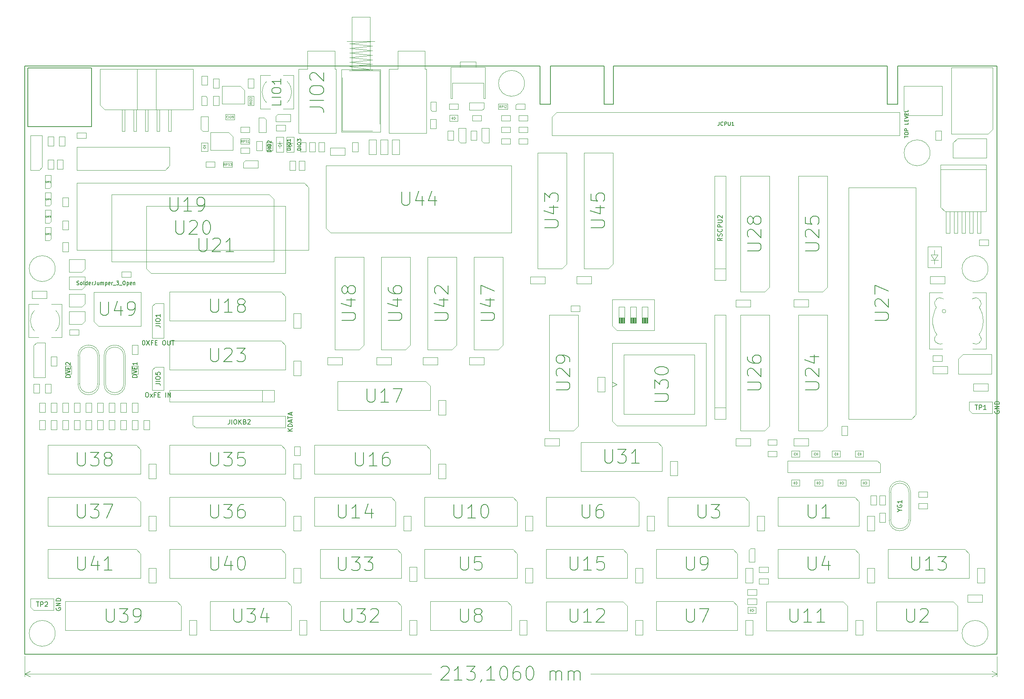
<source format=gbr>
%TF.GenerationSoftware,KiCad,Pcbnew,6.0.11-2627ca5db0~126~ubuntu22.04.1*%
%TF.CreationDate,2023-12-06T09:32:18+02:00*%
%TF.ProjectId,ZX-Spectrum-Pentagon,5a582d53-7065-4637-9472-756d2d50656e,pcb_v0.4*%
%TF.SameCoordinates,Original*%
%TF.FileFunction,AssemblyDrawing,Top*%
%FSLAX46Y46*%
G04 Gerber Fmt 4.6, Leading zero omitted, Abs format (unit mm)*
G04 Created by KiCad (PCBNEW 6.0.11-2627ca5db0~126~ubuntu22.04.1) date 2023-12-06 09:32:18*
%MOMM*%
%LPD*%
G01*
G04 APERTURE LIST*
%TA.AperFunction,Profile*%
%ADD10C,0.200000*%
%TD*%
%ADD11C,0.100000*%
%ADD12C,0.150000*%
%ADD13C,0.080000*%
%ADD14C,0.050000*%
%ADD15C,0.127000*%
%ADD16C,0.120000*%
G04 APERTURE END LIST*
D10*
X20320000Y-149320000D02*
X20320000Y-20320000D01*
X233420000Y-149320000D02*
X20320000Y-149320000D01*
X211630000Y-20320000D02*
X233420000Y-20320000D01*
X20320000Y-20320000D02*
X133250000Y-20320000D01*
X233420000Y-20320000D02*
X233420000Y-149320000D01*
D11*
X231439806Y-144780000D02*
G75*
G03*
X231439806Y-144780000I-2839806J0D01*
G01*
X218739806Y-39370000D02*
G75*
G03*
X218739806Y-39370000I-2839806J0D01*
G01*
X129839806Y-24130000D02*
G75*
G03*
X129839806Y-24130000I-2839806J0D01*
G01*
X231439806Y-64770000D02*
G75*
G03*
X231439806Y-64770000I-2839806J0D01*
G01*
X26969806Y-144780000D02*
G75*
G03*
X26969806Y-144780000I-2839806J0D01*
G01*
X26969806Y-64770000D02*
G75*
G03*
X26969806Y-64770000I-2839806J0D01*
G01*
D12*
X111587192Y-152309114D02*
X111730054Y-152166262D01*
X112015773Y-152023413D01*
X112730058Y-152023435D01*
X113015768Y-152166301D01*
X113158621Y-152309163D01*
X113301469Y-152594882D01*
X113301460Y-152880596D01*
X113158590Y-153309163D01*
X111444251Y-155023396D01*
X113301394Y-155023453D01*
X116158537Y-155023542D02*
X114444251Y-155023488D01*
X115301394Y-155023515D02*
X115301487Y-152023515D01*
X115015759Y-152452078D01*
X114730036Y-152737783D01*
X114444317Y-152880631D01*
X117158630Y-152023573D02*
X119015773Y-152023630D01*
X118015737Y-153166456D01*
X118444309Y-153166469D01*
X118730018Y-153309335D01*
X118872871Y-153452197D01*
X119015719Y-153737916D01*
X119015697Y-154452201D01*
X118872831Y-154737911D01*
X118729970Y-154880764D01*
X118444251Y-155023612D01*
X117587108Y-155023586D01*
X117301398Y-154880720D01*
X117158546Y-154737858D01*
X120444255Y-154880817D02*
X120444251Y-155023674D01*
X120301385Y-155309384D01*
X120158523Y-155452237D01*
X123301394Y-155023763D02*
X121587108Y-155023710D01*
X122444251Y-155023736D02*
X122444344Y-152023736D01*
X122158616Y-152452299D01*
X121872893Y-152738004D01*
X121587175Y-152880853D01*
X125158630Y-152023820D02*
X125444344Y-152023829D01*
X125730054Y-152166695D01*
X125872907Y-152309557D01*
X126015755Y-152595275D01*
X126158594Y-153166708D01*
X126158572Y-153880994D01*
X126015697Y-154452418D01*
X125872831Y-154738128D01*
X125729970Y-154880981D01*
X125444251Y-155023829D01*
X125158537Y-155023820D01*
X124872827Y-154880954D01*
X124729974Y-154738093D01*
X124587126Y-154452374D01*
X124444286Y-153880941D01*
X124444309Y-153166655D01*
X124587183Y-152595231D01*
X124730049Y-152309521D01*
X124872911Y-152166669D01*
X125158630Y-152023820D01*
X128730058Y-152023931D02*
X128158630Y-152023913D01*
X127872911Y-152166761D01*
X127730049Y-152309614D01*
X127444322Y-152738177D01*
X127301447Y-153309601D01*
X127301412Y-154452458D01*
X127444260Y-154738177D01*
X127587113Y-154881038D01*
X127872822Y-155023904D01*
X128444251Y-155023922D01*
X128729970Y-154881074D01*
X128872831Y-154738221D01*
X129015697Y-154452511D01*
X129015719Y-153738225D01*
X128872871Y-153452507D01*
X128730018Y-153309645D01*
X128444309Y-153166779D01*
X127872880Y-153166761D01*
X127587161Y-153309610D01*
X127444300Y-153452462D01*
X127301434Y-153738172D01*
X130872915Y-152023997D02*
X131158630Y-152024006D01*
X131444340Y-152166872D01*
X131587192Y-152309734D01*
X131730041Y-152595452D01*
X131872880Y-153166885D01*
X131872858Y-153881171D01*
X131729983Y-154452595D01*
X131587117Y-154738305D01*
X131444255Y-154881158D01*
X131158537Y-155024006D01*
X130872822Y-155023997D01*
X130587113Y-154881131D01*
X130444260Y-154738270D01*
X130301412Y-154452551D01*
X130158572Y-153881118D01*
X130158594Y-153166832D01*
X130301469Y-152595408D01*
X130444335Y-152309698D01*
X130587197Y-152166846D01*
X130872915Y-152023997D01*
X135444251Y-155024139D02*
X135444313Y-153024139D01*
X135444304Y-153309853D02*
X135587166Y-153167000D01*
X135872884Y-153024152D01*
X136301456Y-153024165D01*
X136587166Y-153167031D01*
X136730014Y-153452750D01*
X136729965Y-155024179D01*
X136730014Y-153452750D02*
X136872880Y-153167040D01*
X137158599Y-153024192D01*
X137587170Y-153024205D01*
X137872880Y-153167071D01*
X138015728Y-153452790D01*
X138015680Y-155024218D01*
X139444251Y-155024263D02*
X139444313Y-153024263D01*
X139444304Y-153309977D02*
X139587166Y-153167124D01*
X139872884Y-153024276D01*
X140301456Y-153024289D01*
X140587166Y-153167155D01*
X140730014Y-153452874D01*
X140729965Y-155024303D01*
X140730014Y-153452874D02*
X140872880Y-153167164D01*
X141158599Y-153024316D01*
X141587170Y-153024329D01*
X141872880Y-153167195D01*
X142015728Y-153452914D01*
X142015680Y-155024342D01*
D11*
X20319985Y-149820000D02*
X20319848Y-154249851D01*
X233425985Y-149826600D02*
X233425848Y-154256451D01*
X20319865Y-153663431D02*
X109440722Y-153666191D01*
X144305008Y-153667271D02*
X233425865Y-153670031D01*
X20319865Y-153663431D02*
X21446351Y-154249887D01*
X20319865Y-153663431D02*
X21446387Y-153077045D01*
X233425865Y-153670031D02*
X232299379Y-153083575D01*
X233425865Y-153670031D02*
X232299343Y-154256417D01*
D13*
%TO.C,RPS1*%
X68008571Y-37056190D02*
X67841904Y-36818095D01*
X67722857Y-37056190D02*
X67722857Y-36556190D01*
X67913333Y-36556190D01*
X67960952Y-36580000D01*
X67984761Y-36603809D01*
X68008571Y-36651428D01*
X68008571Y-36722857D01*
X67984761Y-36770476D01*
X67960952Y-36794285D01*
X67913333Y-36818095D01*
X67722857Y-36818095D01*
X68222857Y-37056190D02*
X68222857Y-36556190D01*
X68413333Y-36556190D01*
X68460952Y-36580000D01*
X68484761Y-36603809D01*
X68508571Y-36651428D01*
X68508571Y-36722857D01*
X68484761Y-36770476D01*
X68460952Y-36794285D01*
X68413333Y-36818095D01*
X68222857Y-36818095D01*
X68699047Y-37032380D02*
X68770476Y-37056190D01*
X68889523Y-37056190D01*
X68937142Y-37032380D01*
X68960952Y-37008571D01*
X68984761Y-36960952D01*
X68984761Y-36913333D01*
X68960952Y-36865714D01*
X68937142Y-36841904D01*
X68889523Y-36818095D01*
X68794285Y-36794285D01*
X68746666Y-36770476D01*
X68722857Y-36746666D01*
X68699047Y-36699047D01*
X68699047Y-36651428D01*
X68722857Y-36603809D01*
X68746666Y-36580000D01*
X68794285Y-36556190D01*
X68913333Y-36556190D01*
X68984761Y-36580000D01*
X69460952Y-37056190D02*
X69175238Y-37056190D01*
X69318095Y-37056190D02*
X69318095Y-36556190D01*
X69270476Y-36627619D01*
X69222857Y-36675238D01*
X69175238Y-36699047D01*
D12*
%TO.C,U30*%
X158377142Y-93884285D02*
X160805714Y-93884285D01*
X161091428Y-93741428D01*
X161234285Y-93598571D01*
X161377142Y-93312857D01*
X161377142Y-92741428D01*
X161234285Y-92455714D01*
X161091428Y-92312857D01*
X160805714Y-92170000D01*
X158377142Y-92170000D01*
X158377142Y-91027142D02*
X158377142Y-89170000D01*
X159520000Y-90170000D01*
X159520000Y-89741428D01*
X159662857Y-89455714D01*
X159805714Y-89312857D01*
X160091428Y-89170000D01*
X160805714Y-89170000D01*
X161091428Y-89312857D01*
X161234285Y-89455714D01*
X161377142Y-89741428D01*
X161377142Y-90598571D01*
X161234285Y-90884285D01*
X161091428Y-91027142D01*
X158377142Y-87312857D02*
X158377142Y-87027142D01*
X158520000Y-86741428D01*
X158662857Y-86598571D01*
X158948571Y-86455714D01*
X159520000Y-86312857D01*
X160234285Y-86312857D01*
X160805714Y-86455714D01*
X161091428Y-86598571D01*
X161234285Y-86741428D01*
X161377142Y-87027142D01*
X161377142Y-87312857D01*
X161234285Y-87598571D01*
X161091428Y-87741428D01*
X160805714Y-87884285D01*
X160234285Y-88027142D01*
X159520000Y-88027142D01*
X158948571Y-87884285D01*
X158662857Y-87741428D01*
X158520000Y-87598571D01*
X158377142Y-87312857D01*
D14*
%TO.C,QVF3*%
X25095238Y-53515238D02*
X25064761Y-53500000D01*
X25034285Y-53469523D01*
X24988571Y-53423809D01*
X24958095Y-53408571D01*
X24927619Y-53408571D01*
X24942857Y-53484761D02*
X24912380Y-53469523D01*
X24881904Y-53439047D01*
X24866666Y-53378095D01*
X24866666Y-53271428D01*
X24881904Y-53210476D01*
X24912380Y-53180000D01*
X24942857Y-53164761D01*
X25003809Y-53164761D01*
X25034285Y-53180000D01*
X25064761Y-53210476D01*
X25080000Y-53271428D01*
X25080000Y-53378095D01*
X25064761Y-53439047D01*
X25034285Y-53469523D01*
X25003809Y-53484761D01*
X24942857Y-53484761D01*
X25171428Y-53164761D02*
X25278095Y-53484761D01*
X25384761Y-53164761D01*
X25598095Y-53317142D02*
X25491428Y-53317142D01*
X25491428Y-53484761D02*
X25491428Y-53164761D01*
X25643809Y-53164761D01*
X25735238Y-53164761D02*
X25933333Y-53164761D01*
X25826666Y-53286666D01*
X25872380Y-53286666D01*
X25902857Y-53301904D01*
X25918095Y-53317142D01*
X25933333Y-53347619D01*
X25933333Y-53423809D01*
X25918095Y-53454285D01*
X25902857Y-53469523D01*
X25872380Y-53484761D01*
X25780952Y-53484761D01*
X25750476Y-53469523D01*
X25735238Y-53454285D01*
D12*
%TO.C,YG1*%
X212066190Y-117806190D02*
X212542380Y-117806190D01*
X211542380Y-118139523D02*
X212066190Y-117806190D01*
X211542380Y-117472857D01*
X211590000Y-116615714D02*
X211542380Y-116710952D01*
X211542380Y-116853809D01*
X211590000Y-116996666D01*
X211685238Y-117091904D01*
X211780476Y-117139523D01*
X211970952Y-117187142D01*
X212113809Y-117187142D01*
X212304285Y-117139523D01*
X212399523Y-117091904D01*
X212494761Y-116996666D01*
X212542380Y-116853809D01*
X212542380Y-116758571D01*
X212494761Y-116615714D01*
X212447142Y-116568095D01*
X212113809Y-116568095D01*
X212113809Y-116758571D01*
X212542380Y-115615714D02*
X212542380Y-116187142D01*
X212542380Y-115901428D02*
X211542380Y-115901428D01*
X211685238Y-115996666D01*
X211780476Y-116091904D01*
X211828095Y-116187142D01*
%TO.C,U15*%
X139800714Y-127897142D02*
X139800714Y-130325714D01*
X139943571Y-130611428D01*
X140086428Y-130754285D01*
X140372142Y-130897142D01*
X140943571Y-130897142D01*
X141229285Y-130754285D01*
X141372142Y-130611428D01*
X141515000Y-130325714D01*
X141515000Y-127897142D01*
X144515000Y-130897142D02*
X142800714Y-130897142D01*
X143657857Y-130897142D02*
X143657857Y-127897142D01*
X143372142Y-128325714D01*
X143086428Y-128611428D01*
X142800714Y-128754285D01*
X147229285Y-127897142D02*
X145800714Y-127897142D01*
X145657857Y-129325714D01*
X145800714Y-129182857D01*
X146086428Y-129040000D01*
X146800714Y-129040000D01*
X147086428Y-129182857D01*
X147229285Y-129325714D01*
X147372142Y-129611428D01*
X147372142Y-130325714D01*
X147229285Y-130611428D01*
X147086428Y-130754285D01*
X146800714Y-130897142D01*
X146086428Y-130897142D01*
X145800714Y-130754285D01*
X145657857Y-130611428D01*
%TO.C,U48*%
X89797142Y-76104285D02*
X92225714Y-76104285D01*
X92511428Y-75961428D01*
X92654285Y-75818571D01*
X92797142Y-75532857D01*
X92797142Y-74961428D01*
X92654285Y-74675714D01*
X92511428Y-74532857D01*
X92225714Y-74390000D01*
X89797142Y-74390000D01*
X90797142Y-71675714D02*
X92797142Y-71675714D01*
X89654285Y-72390000D02*
X91797142Y-73104285D01*
X91797142Y-71247142D01*
X91082857Y-69675714D02*
X90940000Y-69961428D01*
X90797142Y-70104285D01*
X90511428Y-70247142D01*
X90368571Y-70247142D01*
X90082857Y-70104285D01*
X89940000Y-69961428D01*
X89797142Y-69675714D01*
X89797142Y-69104285D01*
X89940000Y-68818571D01*
X90082857Y-68675714D01*
X90368571Y-68532857D01*
X90511428Y-68532857D01*
X90797142Y-68675714D01*
X90940000Y-68818571D01*
X91082857Y-69104285D01*
X91082857Y-69675714D01*
X91225714Y-69961428D01*
X91368571Y-70104285D01*
X91654285Y-70247142D01*
X92225714Y-70247142D01*
X92511428Y-70104285D01*
X92654285Y-69961428D01*
X92797142Y-69675714D01*
X92797142Y-69104285D01*
X92654285Y-68818571D01*
X92511428Y-68675714D01*
X92225714Y-68532857D01*
X91654285Y-68532857D01*
X91368571Y-68675714D01*
X91225714Y-68818571D01*
X91082857Y-69104285D01*
%TO.C,U18*%
X61055714Y-71382142D02*
X61055714Y-73810714D01*
X61198571Y-74096428D01*
X61341428Y-74239285D01*
X61627142Y-74382142D01*
X62198571Y-74382142D01*
X62484285Y-74239285D01*
X62627142Y-74096428D01*
X62770000Y-73810714D01*
X62770000Y-71382142D01*
X65770000Y-74382142D02*
X64055714Y-74382142D01*
X64912857Y-74382142D02*
X64912857Y-71382142D01*
X64627142Y-71810714D01*
X64341428Y-72096428D01*
X64055714Y-72239285D01*
X67484285Y-72667857D02*
X67198571Y-72525000D01*
X67055714Y-72382142D01*
X66912857Y-72096428D01*
X66912857Y-71953571D01*
X67055714Y-71667857D01*
X67198571Y-71525000D01*
X67484285Y-71382142D01*
X68055714Y-71382142D01*
X68341428Y-71525000D01*
X68484285Y-71667857D01*
X68627142Y-71953571D01*
X68627142Y-72096428D01*
X68484285Y-72382142D01*
X68341428Y-72525000D01*
X68055714Y-72667857D01*
X67484285Y-72667857D01*
X67198571Y-72810714D01*
X67055714Y-72953571D01*
X66912857Y-73239285D01*
X66912857Y-73810714D01*
X67055714Y-74096428D01*
X67198571Y-74239285D01*
X67484285Y-74382142D01*
X68055714Y-74382142D01*
X68341428Y-74239285D01*
X68484285Y-74096428D01*
X68627142Y-73810714D01*
X68627142Y-73239285D01*
X68484285Y-72953571D01*
X68341428Y-72810714D01*
X68055714Y-72667857D01*
%TO.C,U49*%
X36925714Y-72017142D02*
X36925714Y-74445714D01*
X37068571Y-74731428D01*
X37211428Y-74874285D01*
X37497142Y-75017142D01*
X38068571Y-75017142D01*
X38354285Y-74874285D01*
X38497142Y-74731428D01*
X38640000Y-74445714D01*
X38640000Y-72017142D01*
X41354285Y-73017142D02*
X41354285Y-75017142D01*
X40640000Y-71874285D02*
X39925714Y-74017142D01*
X41782857Y-74017142D01*
X43068571Y-75017142D02*
X43640000Y-75017142D01*
X43925714Y-74874285D01*
X44068571Y-74731428D01*
X44354285Y-74302857D01*
X44497142Y-73731428D01*
X44497142Y-72588571D01*
X44354285Y-72302857D01*
X44211428Y-72160000D01*
X43925714Y-72017142D01*
X43354285Y-72017142D01*
X43068571Y-72160000D01*
X42925714Y-72302857D01*
X42782857Y-72588571D01*
X42782857Y-73302857D01*
X42925714Y-73588571D01*
X43068571Y-73731428D01*
X43354285Y-73874285D01*
X43925714Y-73874285D01*
X44211428Y-73731428D01*
X44354285Y-73588571D01*
X44497142Y-73302857D01*
%TO.C,U19*%
X52165714Y-49147142D02*
X52165714Y-51575714D01*
X52308571Y-51861428D01*
X52451428Y-52004285D01*
X52737142Y-52147142D01*
X53308571Y-52147142D01*
X53594285Y-52004285D01*
X53737142Y-51861428D01*
X53880000Y-51575714D01*
X53880000Y-49147142D01*
X56880000Y-52147142D02*
X55165714Y-52147142D01*
X56022857Y-52147142D02*
X56022857Y-49147142D01*
X55737142Y-49575714D01*
X55451428Y-49861428D01*
X55165714Y-50004285D01*
X58308571Y-52147142D02*
X58880000Y-52147142D01*
X59165714Y-52004285D01*
X59308571Y-51861428D01*
X59594285Y-51432857D01*
X59737142Y-50861428D01*
X59737142Y-49718571D01*
X59594285Y-49432857D01*
X59451428Y-49290000D01*
X59165714Y-49147142D01*
X58594285Y-49147142D01*
X58308571Y-49290000D01*
X58165714Y-49432857D01*
X58022857Y-49718571D01*
X58022857Y-50432857D01*
X58165714Y-50718571D01*
X58308571Y-50861428D01*
X58594285Y-51004285D01*
X59165714Y-51004285D01*
X59451428Y-50861428D01*
X59594285Y-50718571D01*
X59737142Y-50432857D01*
%TO.C,TP1*%
X232970000Y-96011904D02*
X232922380Y-96107142D01*
X232922380Y-96250000D01*
X232970000Y-96392857D01*
X233065238Y-96488095D01*
X233160476Y-96535714D01*
X233350952Y-96583333D01*
X233493809Y-96583333D01*
X233684285Y-96535714D01*
X233779523Y-96488095D01*
X233874761Y-96392857D01*
X233922380Y-96250000D01*
X233922380Y-96154761D01*
X233874761Y-96011904D01*
X233827142Y-95964285D01*
X233493809Y-95964285D01*
X233493809Y-96154761D01*
X233922380Y-95535714D02*
X232922380Y-95535714D01*
X233922380Y-94964285D01*
X232922380Y-94964285D01*
X233922380Y-94488095D02*
X232922380Y-94488095D01*
X232922380Y-94250000D01*
X232970000Y-94107142D01*
X233065238Y-94011904D01*
X233160476Y-93964285D01*
X233350952Y-93916666D01*
X233493809Y-93916666D01*
X233684285Y-93964285D01*
X233779523Y-94011904D01*
X233874761Y-94107142D01*
X233922380Y-94250000D01*
X233922380Y-94488095D01*
X228608095Y-94702380D02*
X229179523Y-94702380D01*
X228893809Y-95702380D02*
X228893809Y-94702380D01*
X229512857Y-95702380D02*
X229512857Y-94702380D01*
X229893809Y-94702380D01*
X229989047Y-94750000D01*
X230036666Y-94797619D01*
X230084285Y-94892857D01*
X230084285Y-95035714D01*
X230036666Y-95130952D01*
X229989047Y-95178571D01*
X229893809Y-95226190D01*
X229512857Y-95226190D01*
X231036666Y-95702380D02*
X230465238Y-95702380D01*
X230750952Y-95702380D02*
X230750952Y-94702380D01*
X230655714Y-94845238D01*
X230560476Y-94940476D01*
X230465238Y-94988095D01*
D14*
%TO.C,QVF2*%
X25095238Y-57325238D02*
X25064761Y-57310000D01*
X25034285Y-57279523D01*
X24988571Y-57233809D01*
X24958095Y-57218571D01*
X24927619Y-57218571D01*
X24942857Y-57294761D02*
X24912380Y-57279523D01*
X24881904Y-57249047D01*
X24866666Y-57188095D01*
X24866666Y-57081428D01*
X24881904Y-57020476D01*
X24912380Y-56990000D01*
X24942857Y-56974761D01*
X25003809Y-56974761D01*
X25034285Y-56990000D01*
X25064761Y-57020476D01*
X25080000Y-57081428D01*
X25080000Y-57188095D01*
X25064761Y-57249047D01*
X25034285Y-57279523D01*
X25003809Y-57294761D01*
X24942857Y-57294761D01*
X25171428Y-56974761D02*
X25278095Y-57294761D01*
X25384761Y-56974761D01*
X25598095Y-57127142D02*
X25491428Y-57127142D01*
X25491428Y-57294761D02*
X25491428Y-56974761D01*
X25643809Y-56974761D01*
X25750476Y-57005238D02*
X25765714Y-56990000D01*
X25796190Y-56974761D01*
X25872380Y-56974761D01*
X25902857Y-56990000D01*
X25918095Y-57005238D01*
X25933333Y-57035714D01*
X25933333Y-57066190D01*
X25918095Y-57111904D01*
X25735238Y-57294761D01*
X25933333Y-57294761D01*
D13*
%TO.C,CIO9*%
X64813714Y-31674571D02*
X64789904Y-31698380D01*
X64718476Y-31722190D01*
X64670857Y-31722190D01*
X64599428Y-31698380D01*
X64551809Y-31650761D01*
X64528000Y-31603142D01*
X64504190Y-31507904D01*
X64504190Y-31436476D01*
X64528000Y-31341238D01*
X64551809Y-31293619D01*
X64599428Y-31246000D01*
X64670857Y-31222190D01*
X64718476Y-31222190D01*
X64789904Y-31246000D01*
X64813714Y-31269809D01*
X65028000Y-31722190D02*
X65028000Y-31222190D01*
X65361333Y-31222190D02*
X65456571Y-31222190D01*
X65504190Y-31246000D01*
X65551809Y-31293619D01*
X65575619Y-31388857D01*
X65575619Y-31555523D01*
X65551809Y-31650761D01*
X65504190Y-31698380D01*
X65456571Y-31722190D01*
X65361333Y-31722190D01*
X65313714Y-31698380D01*
X65266095Y-31650761D01*
X65242285Y-31555523D01*
X65242285Y-31388857D01*
X65266095Y-31293619D01*
X65313714Y-31246000D01*
X65361333Y-31222190D01*
X65813714Y-31722190D02*
X65908952Y-31722190D01*
X65956571Y-31698380D01*
X65980380Y-31674571D01*
X66028000Y-31603142D01*
X66051809Y-31507904D01*
X66051809Y-31317428D01*
X66028000Y-31269809D01*
X66004190Y-31246000D01*
X65956571Y-31222190D01*
X65861333Y-31222190D01*
X65813714Y-31246000D01*
X65789904Y-31269809D01*
X65766095Y-31317428D01*
X65766095Y-31436476D01*
X65789904Y-31484095D01*
X65813714Y-31507904D01*
X65861333Y-31531714D01*
X65956571Y-31531714D01*
X66004190Y-31507904D01*
X66028000Y-31484095D01*
X66051809Y-31436476D01*
%TO.C,RIO2*%
X70076190Y-28404285D02*
X69838095Y-28570952D01*
X70076190Y-28690000D02*
X69576190Y-28690000D01*
X69576190Y-28499523D01*
X69600000Y-28451904D01*
X69623809Y-28428095D01*
X69671428Y-28404285D01*
X69742857Y-28404285D01*
X69790476Y-28428095D01*
X69814285Y-28451904D01*
X69838095Y-28499523D01*
X69838095Y-28690000D01*
X70076190Y-28190000D02*
X69576190Y-28190000D01*
X69576190Y-27856666D02*
X69576190Y-27761428D01*
X69600000Y-27713809D01*
X69647619Y-27666190D01*
X69742857Y-27642380D01*
X69909523Y-27642380D01*
X70004761Y-27666190D01*
X70052380Y-27713809D01*
X70076190Y-27761428D01*
X70076190Y-27856666D01*
X70052380Y-27904285D01*
X70004761Y-27951904D01*
X69909523Y-27975714D01*
X69742857Y-27975714D01*
X69647619Y-27951904D01*
X69600000Y-27904285D01*
X69576190Y-27856666D01*
X69623809Y-27451904D02*
X69600000Y-27428095D01*
X69576190Y-27380476D01*
X69576190Y-27261428D01*
X69600000Y-27213809D01*
X69623809Y-27190000D01*
X69671428Y-27166190D01*
X69719047Y-27166190D01*
X69790476Y-27190000D01*
X70076190Y-27475714D01*
X70076190Y-27166190D01*
D12*
%TO.C,U25*%
X191387142Y-60859285D02*
X193815714Y-60859285D01*
X194101428Y-60716428D01*
X194244285Y-60573571D01*
X194387142Y-60287857D01*
X194387142Y-59716428D01*
X194244285Y-59430714D01*
X194101428Y-59287857D01*
X193815714Y-59145000D01*
X191387142Y-59145000D01*
X191672857Y-57859285D02*
X191530000Y-57716428D01*
X191387142Y-57430714D01*
X191387142Y-56716428D01*
X191530000Y-56430714D01*
X191672857Y-56287857D01*
X191958571Y-56145000D01*
X192244285Y-56145000D01*
X192672857Y-56287857D01*
X194387142Y-58002142D01*
X194387142Y-56145000D01*
X191387142Y-53430714D02*
X191387142Y-54859285D01*
X192815714Y-55002142D01*
X192672857Y-54859285D01*
X192530000Y-54573571D01*
X192530000Y-53859285D01*
X192672857Y-53573571D01*
X192815714Y-53430714D01*
X193101428Y-53287857D01*
X193815714Y-53287857D01*
X194101428Y-53430714D01*
X194244285Y-53573571D01*
X194387142Y-53859285D01*
X194387142Y-54573571D01*
X194244285Y-54859285D01*
X194101428Y-55002142D01*
%TO.C,JIO5*%
X47006190Y-91947380D02*
X47196666Y-91947380D01*
X47291904Y-91995000D01*
X47387142Y-92090238D01*
X47434761Y-92280714D01*
X47434761Y-92614047D01*
X47387142Y-92804523D01*
X47291904Y-92899761D01*
X47196666Y-92947380D01*
X47006190Y-92947380D01*
X46910952Y-92899761D01*
X46815714Y-92804523D01*
X46768095Y-92614047D01*
X46768095Y-92280714D01*
X46815714Y-92090238D01*
X46910952Y-91995000D01*
X47006190Y-91947380D01*
X47768095Y-92947380D02*
X48291904Y-92280714D01*
X47768095Y-92280714D02*
X48291904Y-92947380D01*
X49006190Y-92423571D02*
X48672857Y-92423571D01*
X48672857Y-92947380D02*
X48672857Y-91947380D01*
X49149047Y-91947380D01*
X49530000Y-92423571D02*
X49863333Y-92423571D01*
X50006190Y-92947380D02*
X49530000Y-92947380D01*
X49530000Y-91947380D01*
X50006190Y-91947380D01*
X51196666Y-92947380D02*
X51196666Y-91947380D01*
X51672857Y-92947380D02*
X51672857Y-91947380D01*
X52244285Y-92947380D01*
X52244285Y-91947380D01*
X48982380Y-89990238D02*
X49696666Y-89990238D01*
X49839523Y-90037857D01*
X49934761Y-90133095D01*
X49982380Y-90275952D01*
X49982380Y-90371190D01*
X49982380Y-89514047D02*
X48982380Y-89514047D01*
X48982380Y-88847380D02*
X48982380Y-88656904D01*
X49030000Y-88561666D01*
X49125238Y-88466428D01*
X49315714Y-88418809D01*
X49649047Y-88418809D01*
X49839523Y-88466428D01*
X49934761Y-88561666D01*
X49982380Y-88656904D01*
X49982380Y-88847380D01*
X49934761Y-88942619D01*
X49839523Y-89037857D01*
X49649047Y-89085476D01*
X49315714Y-89085476D01*
X49125238Y-89037857D01*
X49030000Y-88942619D01*
X48982380Y-88847380D01*
X48982380Y-87514047D02*
X48982380Y-87990238D01*
X49458571Y-88037857D01*
X49410952Y-87990238D01*
X49363333Y-87895000D01*
X49363333Y-87656904D01*
X49410952Y-87561666D01*
X49458571Y-87514047D01*
X49553809Y-87466428D01*
X49791904Y-87466428D01*
X49887142Y-87514047D01*
X49934761Y-87561666D01*
X49982380Y-87656904D01*
X49982380Y-87895000D01*
X49934761Y-87990238D01*
X49887142Y-88037857D01*
%TO.C,U47*%
X120277142Y-76104285D02*
X122705714Y-76104285D01*
X122991428Y-75961428D01*
X123134285Y-75818571D01*
X123277142Y-75532857D01*
X123277142Y-74961428D01*
X123134285Y-74675714D01*
X122991428Y-74532857D01*
X122705714Y-74390000D01*
X120277142Y-74390000D01*
X121277142Y-71675714D02*
X123277142Y-71675714D01*
X120134285Y-72390000D02*
X122277142Y-73104285D01*
X122277142Y-71247142D01*
X120277142Y-70390000D02*
X120277142Y-68390000D01*
X123277142Y-69675714D01*
%TO.C,U20*%
X53430714Y-54227142D02*
X53430714Y-56655714D01*
X53573571Y-56941428D01*
X53716428Y-57084285D01*
X54002142Y-57227142D01*
X54573571Y-57227142D01*
X54859285Y-57084285D01*
X55002142Y-56941428D01*
X55145000Y-56655714D01*
X55145000Y-54227142D01*
X56430714Y-54512857D02*
X56573571Y-54370000D01*
X56859285Y-54227142D01*
X57573571Y-54227142D01*
X57859285Y-54370000D01*
X58002142Y-54512857D01*
X58145000Y-54798571D01*
X58145000Y-55084285D01*
X58002142Y-55512857D01*
X56287857Y-57227142D01*
X58145000Y-57227142D01*
X60002142Y-54227142D02*
X60287857Y-54227142D01*
X60573571Y-54370000D01*
X60716428Y-54512857D01*
X60859285Y-54798571D01*
X61002142Y-55370000D01*
X61002142Y-56084285D01*
X60859285Y-56655714D01*
X60716428Y-56941428D01*
X60573571Y-57084285D01*
X60287857Y-57227142D01*
X60002142Y-57227142D01*
X59716428Y-57084285D01*
X59573571Y-56941428D01*
X59430714Y-56655714D01*
X59287857Y-56084285D01*
X59287857Y-55370000D01*
X59430714Y-54798571D01*
X59573571Y-54512857D01*
X59716428Y-54370000D01*
X60002142Y-54227142D01*
%TO.C,DVE1*%
X44902380Y-88614047D02*
X43902380Y-88614047D01*
X43902380Y-88375952D01*
X43950000Y-88233095D01*
X44045238Y-88137857D01*
X44140476Y-88090238D01*
X44330952Y-88042619D01*
X44473809Y-88042619D01*
X44664285Y-88090238D01*
X44759523Y-88137857D01*
X44854761Y-88233095D01*
X44902380Y-88375952D01*
X44902380Y-88614047D01*
X43902380Y-87756904D02*
X44902380Y-87423571D01*
X43902380Y-87090238D01*
X44378571Y-86756904D02*
X44378571Y-86423571D01*
X44902380Y-86280714D02*
X44902380Y-86756904D01*
X43902380Y-86756904D01*
X43902380Y-86280714D01*
X44902380Y-85328333D02*
X44902380Y-85899761D01*
X44902380Y-85614047D02*
X43902380Y-85614047D01*
X44045238Y-85709285D01*
X44140476Y-85804523D01*
X44188095Y-85899761D01*
%TO.C,JIOKB2*%
X78982380Y-100425000D02*
X77982380Y-100425000D01*
X78982380Y-99853571D02*
X78410952Y-100282142D01*
X77982380Y-99853571D02*
X78553809Y-100425000D01*
X78982380Y-99425000D02*
X77982380Y-99425000D01*
X77982380Y-99186904D01*
X78030000Y-99044047D01*
X78125238Y-98948809D01*
X78220476Y-98901190D01*
X78410952Y-98853571D01*
X78553809Y-98853571D01*
X78744285Y-98901190D01*
X78839523Y-98948809D01*
X78934761Y-99044047D01*
X78982380Y-99186904D01*
X78982380Y-99425000D01*
X78696666Y-98472619D02*
X78696666Y-97996428D01*
X78982380Y-98567857D02*
X77982380Y-98234523D01*
X78982380Y-97901190D01*
X77982380Y-97710714D02*
X77982380Y-97139285D01*
X78982380Y-97425000D02*
X77982380Y-97425000D01*
X78696666Y-96853571D02*
X78696666Y-96377380D01*
X78982380Y-96948809D02*
X77982380Y-96615476D01*
X78982380Y-96282142D01*
X65214761Y-97877380D02*
X65214761Y-98591666D01*
X65167142Y-98734523D01*
X65071904Y-98829761D01*
X64929047Y-98877380D01*
X64833809Y-98877380D01*
X65690952Y-98877380D02*
X65690952Y-97877380D01*
X66357619Y-97877380D02*
X66548095Y-97877380D01*
X66643333Y-97925000D01*
X66738571Y-98020238D01*
X66786190Y-98210714D01*
X66786190Y-98544047D01*
X66738571Y-98734523D01*
X66643333Y-98829761D01*
X66548095Y-98877380D01*
X66357619Y-98877380D01*
X66262380Y-98829761D01*
X66167142Y-98734523D01*
X66119523Y-98544047D01*
X66119523Y-98210714D01*
X66167142Y-98020238D01*
X66262380Y-97925000D01*
X66357619Y-97877380D01*
X67214761Y-98877380D02*
X67214761Y-97877380D01*
X67786190Y-98877380D02*
X67357619Y-98305952D01*
X67786190Y-97877380D02*
X67214761Y-98448809D01*
X68548095Y-98353571D02*
X68690952Y-98401190D01*
X68738571Y-98448809D01*
X68786190Y-98544047D01*
X68786190Y-98686904D01*
X68738571Y-98782142D01*
X68690952Y-98829761D01*
X68595714Y-98877380D01*
X68214761Y-98877380D01*
X68214761Y-97877380D01*
X68548095Y-97877380D01*
X68643333Y-97925000D01*
X68690952Y-97972619D01*
X68738571Y-98067857D01*
X68738571Y-98163095D01*
X68690952Y-98258333D01*
X68643333Y-98305952D01*
X68548095Y-98353571D01*
X68214761Y-98353571D01*
X69167142Y-97972619D02*
X69214761Y-97925000D01*
X69310000Y-97877380D01*
X69548095Y-97877380D01*
X69643333Y-97925000D01*
X69690952Y-97972619D01*
X69738571Y-98067857D01*
X69738571Y-98163095D01*
X69690952Y-98305952D01*
X69119523Y-98877380D01*
X69738571Y-98877380D01*
%TO.C,U7*%
X165354285Y-139327142D02*
X165354285Y-141755714D01*
X165497142Y-142041428D01*
X165640000Y-142184285D01*
X165925714Y-142327142D01*
X166497142Y-142327142D01*
X166782857Y-142184285D01*
X166925714Y-142041428D01*
X167068571Y-141755714D01*
X167068571Y-139327142D01*
X168211428Y-139327142D02*
X170211428Y-139327142D01*
X168925714Y-142327142D01*
%TO.C,U23*%
X61055714Y-82177142D02*
X61055714Y-84605714D01*
X61198571Y-84891428D01*
X61341428Y-85034285D01*
X61627142Y-85177142D01*
X62198571Y-85177142D01*
X62484285Y-85034285D01*
X62627142Y-84891428D01*
X62770000Y-84605714D01*
X62770000Y-82177142D01*
X64055714Y-82462857D02*
X64198571Y-82320000D01*
X64484285Y-82177142D01*
X65198571Y-82177142D01*
X65484285Y-82320000D01*
X65627142Y-82462857D01*
X65770000Y-82748571D01*
X65770000Y-83034285D01*
X65627142Y-83462857D01*
X63912857Y-85177142D01*
X65770000Y-85177142D01*
X66770000Y-82177142D02*
X68627142Y-82177142D01*
X67627142Y-83320000D01*
X68055714Y-83320000D01*
X68341428Y-83462857D01*
X68484285Y-83605714D01*
X68627142Y-83891428D01*
X68627142Y-84605714D01*
X68484285Y-84891428D01*
X68341428Y-85034285D01*
X68055714Y-85177142D01*
X67198571Y-85177142D01*
X66912857Y-85034285D01*
X66770000Y-84891428D01*
%TO.C,U42*%
X110117142Y-76104285D02*
X112545714Y-76104285D01*
X112831428Y-75961428D01*
X112974285Y-75818571D01*
X113117142Y-75532857D01*
X113117142Y-74961428D01*
X112974285Y-74675714D01*
X112831428Y-74532857D01*
X112545714Y-74390000D01*
X110117142Y-74390000D01*
X111117142Y-71675714D02*
X113117142Y-71675714D01*
X109974285Y-72390000D02*
X112117142Y-73104285D01*
X112117142Y-71247142D01*
X110402857Y-70247142D02*
X110260000Y-70104285D01*
X110117142Y-69818571D01*
X110117142Y-69104285D01*
X110260000Y-68818571D01*
X110402857Y-68675714D01*
X110688571Y-68532857D01*
X110974285Y-68532857D01*
X111402857Y-68675714D01*
X113117142Y-70390000D01*
X113117142Y-68532857D01*
%TO.C,U38*%
X31845714Y-105037142D02*
X31845714Y-107465714D01*
X31988571Y-107751428D01*
X32131428Y-107894285D01*
X32417142Y-108037142D01*
X32988571Y-108037142D01*
X33274285Y-107894285D01*
X33417142Y-107751428D01*
X33560000Y-107465714D01*
X33560000Y-105037142D01*
X34702857Y-105037142D02*
X36560000Y-105037142D01*
X35560000Y-106180000D01*
X35988571Y-106180000D01*
X36274285Y-106322857D01*
X36417142Y-106465714D01*
X36560000Y-106751428D01*
X36560000Y-107465714D01*
X36417142Y-107751428D01*
X36274285Y-107894285D01*
X35988571Y-108037142D01*
X35131428Y-108037142D01*
X34845714Y-107894285D01*
X34702857Y-107751428D01*
X38274285Y-106322857D02*
X37988571Y-106180000D01*
X37845714Y-106037142D01*
X37702857Y-105751428D01*
X37702857Y-105608571D01*
X37845714Y-105322857D01*
X37988571Y-105180000D01*
X38274285Y-105037142D01*
X38845714Y-105037142D01*
X39131428Y-105180000D01*
X39274285Y-105322857D01*
X39417142Y-105608571D01*
X39417142Y-105751428D01*
X39274285Y-106037142D01*
X39131428Y-106180000D01*
X38845714Y-106322857D01*
X38274285Y-106322857D01*
X37988571Y-106465714D01*
X37845714Y-106608571D01*
X37702857Y-106894285D01*
X37702857Y-107465714D01*
X37845714Y-107751428D01*
X37988571Y-107894285D01*
X38274285Y-108037142D01*
X38845714Y-108037142D01*
X39131428Y-107894285D01*
X39274285Y-107751428D01*
X39417142Y-107465714D01*
X39417142Y-106894285D01*
X39274285Y-106608571D01*
X39131428Y-106465714D01*
X38845714Y-106322857D01*
%TO.C,U44*%
X102950714Y-47892142D02*
X102950714Y-50320714D01*
X103093571Y-50606428D01*
X103236428Y-50749285D01*
X103522142Y-50892142D01*
X104093571Y-50892142D01*
X104379285Y-50749285D01*
X104522142Y-50606428D01*
X104665000Y-50320714D01*
X104665000Y-47892142D01*
X107379285Y-48892142D02*
X107379285Y-50892142D01*
X106665000Y-47749285D02*
X105950714Y-49892142D01*
X107807857Y-49892142D01*
X110236428Y-48892142D02*
X110236428Y-50892142D01*
X109522142Y-47749285D02*
X108807857Y-49892142D01*
X110665000Y-49892142D01*
%TO.C,DVE2*%
X30297380Y-88614047D02*
X29297380Y-88614047D01*
X29297380Y-88375952D01*
X29345000Y-88233095D01*
X29440238Y-88137857D01*
X29535476Y-88090238D01*
X29725952Y-88042619D01*
X29868809Y-88042619D01*
X30059285Y-88090238D01*
X30154523Y-88137857D01*
X30249761Y-88233095D01*
X30297380Y-88375952D01*
X30297380Y-88614047D01*
X29297380Y-87756904D02*
X30297380Y-87423571D01*
X29297380Y-87090238D01*
X29773571Y-86756904D02*
X29773571Y-86423571D01*
X30297380Y-86280714D02*
X30297380Y-86756904D01*
X29297380Y-86756904D01*
X29297380Y-86280714D01*
X29392619Y-85899761D02*
X29345000Y-85852142D01*
X29297380Y-85756904D01*
X29297380Y-85518809D01*
X29345000Y-85423571D01*
X29392619Y-85375952D01*
X29487857Y-85328333D01*
X29583095Y-85328333D01*
X29725952Y-85375952D01*
X30297380Y-85947380D01*
X30297380Y-85328333D01*
%TO.C,U1*%
X192024285Y-116467142D02*
X192024285Y-118895714D01*
X192167142Y-119181428D01*
X192310000Y-119324285D01*
X192595714Y-119467142D01*
X193167142Y-119467142D01*
X193452857Y-119324285D01*
X193595714Y-119181428D01*
X193738571Y-118895714D01*
X193738571Y-116467142D01*
X196738571Y-119467142D02*
X195024285Y-119467142D01*
X195881428Y-119467142D02*
X195881428Y-116467142D01*
X195595714Y-116895714D01*
X195310000Y-117181428D01*
X195024285Y-117324285D01*
%TO.C,U11*%
X188055714Y-139337142D02*
X188055714Y-141765714D01*
X188198571Y-142051428D01*
X188341428Y-142194285D01*
X188627142Y-142337142D01*
X189198571Y-142337142D01*
X189484285Y-142194285D01*
X189627142Y-142051428D01*
X189770000Y-141765714D01*
X189770000Y-139337142D01*
X192770000Y-142337142D02*
X191055714Y-142337142D01*
X191912857Y-142337142D02*
X191912857Y-139337142D01*
X191627142Y-139765714D01*
X191341428Y-140051428D01*
X191055714Y-140194285D01*
X195627142Y-142337142D02*
X193912857Y-142337142D01*
X194770000Y-142337142D02*
X194770000Y-139337142D01*
X194484285Y-139765714D01*
X194198571Y-140051428D01*
X193912857Y-140194285D01*
D14*
%TO.C,QVF1*%
X25095238Y-45895238D02*
X25064761Y-45880000D01*
X25034285Y-45849523D01*
X24988571Y-45803809D01*
X24958095Y-45788571D01*
X24927619Y-45788571D01*
X24942857Y-45864761D02*
X24912380Y-45849523D01*
X24881904Y-45819047D01*
X24866666Y-45758095D01*
X24866666Y-45651428D01*
X24881904Y-45590476D01*
X24912380Y-45560000D01*
X24942857Y-45544761D01*
X25003809Y-45544761D01*
X25034285Y-45560000D01*
X25064761Y-45590476D01*
X25080000Y-45651428D01*
X25080000Y-45758095D01*
X25064761Y-45819047D01*
X25034285Y-45849523D01*
X25003809Y-45864761D01*
X24942857Y-45864761D01*
X25171428Y-45544761D02*
X25278095Y-45864761D01*
X25384761Y-45544761D01*
X25598095Y-45697142D02*
X25491428Y-45697142D01*
X25491428Y-45864761D02*
X25491428Y-45544761D01*
X25643809Y-45544761D01*
X25933333Y-45864761D02*
X25750476Y-45864761D01*
X25841904Y-45864761D02*
X25841904Y-45544761D01*
X25811428Y-45590476D01*
X25780952Y-45620952D01*
X25750476Y-45636190D01*
D12*
%TO.C,U5*%
X115824285Y-127897142D02*
X115824285Y-130325714D01*
X115967142Y-130611428D01*
X116110000Y-130754285D01*
X116395714Y-130897142D01*
X116967142Y-130897142D01*
X117252857Y-130754285D01*
X117395714Y-130611428D01*
X117538571Y-130325714D01*
X117538571Y-127897142D01*
X120395714Y-127897142D02*
X118967142Y-127897142D01*
X118824285Y-129325714D01*
X118967142Y-129182857D01*
X119252857Y-129040000D01*
X119967142Y-129040000D01*
X120252857Y-129182857D01*
X120395714Y-129325714D01*
X120538571Y-129611428D01*
X120538571Y-130325714D01*
X120395714Y-130611428D01*
X120252857Y-130754285D01*
X119967142Y-130897142D01*
X119252857Y-130897142D01*
X118967142Y-130754285D01*
X118824285Y-130611428D01*
%TO.C,U21*%
X58515714Y-58047142D02*
X58515714Y-60475714D01*
X58658571Y-60761428D01*
X58801428Y-60904285D01*
X59087142Y-61047142D01*
X59658571Y-61047142D01*
X59944285Y-60904285D01*
X60087142Y-60761428D01*
X60230000Y-60475714D01*
X60230000Y-58047142D01*
X61515714Y-58332857D02*
X61658571Y-58190000D01*
X61944285Y-58047142D01*
X62658571Y-58047142D01*
X62944285Y-58190000D01*
X63087142Y-58332857D01*
X63230000Y-58618571D01*
X63230000Y-58904285D01*
X63087142Y-59332857D01*
X61372857Y-61047142D01*
X63230000Y-61047142D01*
X66087142Y-61047142D02*
X64372857Y-61047142D01*
X65230000Y-61047142D02*
X65230000Y-58047142D01*
X64944285Y-58475714D01*
X64658571Y-58761428D01*
X64372857Y-58904285D01*
D14*
%TO.C,QVF4*%
X25095238Y-49705238D02*
X25064761Y-49690000D01*
X25034285Y-49659523D01*
X24988571Y-49613809D01*
X24958095Y-49598571D01*
X24927619Y-49598571D01*
X24942857Y-49674761D02*
X24912380Y-49659523D01*
X24881904Y-49629047D01*
X24866666Y-49568095D01*
X24866666Y-49461428D01*
X24881904Y-49400476D01*
X24912380Y-49370000D01*
X24942857Y-49354761D01*
X25003809Y-49354761D01*
X25034285Y-49370000D01*
X25064761Y-49400476D01*
X25080000Y-49461428D01*
X25080000Y-49568095D01*
X25064761Y-49629047D01*
X25034285Y-49659523D01*
X25003809Y-49674761D01*
X24942857Y-49674761D01*
X25171428Y-49354761D02*
X25278095Y-49674761D01*
X25384761Y-49354761D01*
X25598095Y-49507142D02*
X25491428Y-49507142D01*
X25491428Y-49674761D02*
X25491428Y-49354761D01*
X25643809Y-49354761D01*
X25902857Y-49461428D02*
X25902857Y-49674761D01*
X25826666Y-49339523D02*
X25750476Y-49568095D01*
X25948571Y-49568095D01*
D13*
%TO.C,RPI2*%
X124642619Y-29436190D02*
X124475952Y-29198095D01*
X124356904Y-29436190D02*
X124356904Y-28936190D01*
X124547380Y-28936190D01*
X124595000Y-28960000D01*
X124618809Y-28983809D01*
X124642619Y-29031428D01*
X124642619Y-29102857D01*
X124618809Y-29150476D01*
X124595000Y-29174285D01*
X124547380Y-29198095D01*
X124356904Y-29198095D01*
X124856904Y-29436190D02*
X124856904Y-28936190D01*
X125047380Y-28936190D01*
X125095000Y-28960000D01*
X125118809Y-28983809D01*
X125142619Y-29031428D01*
X125142619Y-29102857D01*
X125118809Y-29150476D01*
X125095000Y-29174285D01*
X125047380Y-29198095D01*
X124856904Y-29198095D01*
X125356904Y-29436190D02*
X125356904Y-28936190D01*
X125571190Y-28983809D02*
X125595000Y-28960000D01*
X125642619Y-28936190D01*
X125761666Y-28936190D01*
X125809285Y-28960000D01*
X125833095Y-28983809D01*
X125856904Y-29031428D01*
X125856904Y-29079047D01*
X125833095Y-29150476D01*
X125547380Y-29436190D01*
X125856904Y-29436190D01*
D12*
%TO.C,U13*%
X214725714Y-127897142D02*
X214725714Y-130325714D01*
X214868571Y-130611428D01*
X215011428Y-130754285D01*
X215297142Y-130897142D01*
X215868571Y-130897142D01*
X216154285Y-130754285D01*
X216297142Y-130611428D01*
X216440000Y-130325714D01*
X216440000Y-127897142D01*
X219440000Y-130897142D02*
X217725714Y-130897142D01*
X218582857Y-130897142D02*
X218582857Y-127897142D01*
X218297142Y-128325714D01*
X218011428Y-128611428D01*
X217725714Y-128754285D01*
X220440000Y-127897142D02*
X222297142Y-127897142D01*
X221297142Y-129040000D01*
X221725714Y-129040000D01*
X222011428Y-129182857D01*
X222154285Y-129325714D01*
X222297142Y-129611428D01*
X222297142Y-130325714D01*
X222154285Y-130611428D01*
X222011428Y-130754285D01*
X221725714Y-130897142D01*
X220868571Y-130897142D01*
X220582857Y-130754285D01*
X220440000Y-130611428D01*
%TO.C,U46*%
X99957142Y-76104285D02*
X102385714Y-76104285D01*
X102671428Y-75961428D01*
X102814285Y-75818571D01*
X102957142Y-75532857D01*
X102957142Y-74961428D01*
X102814285Y-74675714D01*
X102671428Y-74532857D01*
X102385714Y-74390000D01*
X99957142Y-74390000D01*
X100957142Y-71675714D02*
X102957142Y-71675714D01*
X99814285Y-72390000D02*
X101957142Y-73104285D01*
X101957142Y-71247142D01*
X99957142Y-68818571D02*
X99957142Y-69390000D01*
X100100000Y-69675714D01*
X100242857Y-69818571D01*
X100671428Y-70104285D01*
X101242857Y-70247142D01*
X102385714Y-70247142D01*
X102671428Y-70104285D01*
X102814285Y-69961428D01*
X102957142Y-69675714D01*
X102957142Y-69104285D01*
X102814285Y-68818571D01*
X102671428Y-68675714D01*
X102385714Y-68532857D01*
X101671428Y-68532857D01*
X101385714Y-68675714D01*
X101242857Y-68818571D01*
X101100000Y-69104285D01*
X101100000Y-69675714D01*
X101242857Y-69961428D01*
X101385714Y-70104285D01*
X101671428Y-70247142D01*
%TO.C,DIO1*%
X78561904Y-38792000D02*
X77761904Y-38792000D01*
X77761904Y-38601523D01*
X77800000Y-38487238D01*
X77876190Y-38411047D01*
X77952380Y-38372952D01*
X78104761Y-38334857D01*
X78219047Y-38334857D01*
X78371428Y-38372952D01*
X78447619Y-38411047D01*
X78523809Y-38487238D01*
X78561904Y-38601523D01*
X78561904Y-38792000D01*
X78561904Y-37992000D02*
X77761904Y-37992000D01*
X77761904Y-37458666D02*
X77761904Y-37306285D01*
X77800000Y-37230095D01*
X77876190Y-37153904D01*
X78028571Y-37115809D01*
X78295238Y-37115809D01*
X78447619Y-37153904D01*
X78523809Y-37230095D01*
X78561904Y-37306285D01*
X78561904Y-37458666D01*
X78523809Y-37534857D01*
X78447619Y-37611047D01*
X78295238Y-37649142D01*
X78028571Y-37649142D01*
X77876190Y-37611047D01*
X77800000Y-37534857D01*
X77761904Y-37458666D01*
X78561904Y-36353904D02*
X78561904Y-36811047D01*
X78561904Y-36582476D02*
X77761904Y-36582476D01*
X77876190Y-36658666D01*
X77952380Y-36734857D01*
X77990476Y-36811047D01*
%TO.C,U35*%
X61055714Y-105037142D02*
X61055714Y-107465714D01*
X61198571Y-107751428D01*
X61341428Y-107894285D01*
X61627142Y-108037142D01*
X62198571Y-108037142D01*
X62484285Y-107894285D01*
X62627142Y-107751428D01*
X62770000Y-107465714D01*
X62770000Y-105037142D01*
X63912857Y-105037142D02*
X65770000Y-105037142D01*
X64770000Y-106180000D01*
X65198571Y-106180000D01*
X65484285Y-106322857D01*
X65627142Y-106465714D01*
X65770000Y-106751428D01*
X65770000Y-107465714D01*
X65627142Y-107751428D01*
X65484285Y-107894285D01*
X65198571Y-108037142D01*
X64341428Y-108037142D01*
X64055714Y-107894285D01*
X63912857Y-107751428D01*
X68484285Y-105037142D02*
X67055714Y-105037142D01*
X66912857Y-106465714D01*
X67055714Y-106322857D01*
X67341428Y-106180000D01*
X68055714Y-106180000D01*
X68341428Y-106322857D01*
X68484285Y-106465714D01*
X68627142Y-106751428D01*
X68627142Y-107465714D01*
X68484285Y-107751428D01*
X68341428Y-107894285D01*
X68055714Y-108037142D01*
X67341428Y-108037142D01*
X67055714Y-107894285D01*
X66912857Y-107751428D01*
%TO.C,TP2*%
X27230000Y-139191904D02*
X27182380Y-139287142D01*
X27182380Y-139430000D01*
X27230000Y-139572857D01*
X27325238Y-139668095D01*
X27420476Y-139715714D01*
X27610952Y-139763333D01*
X27753809Y-139763333D01*
X27944285Y-139715714D01*
X28039523Y-139668095D01*
X28134761Y-139572857D01*
X28182380Y-139430000D01*
X28182380Y-139334761D01*
X28134761Y-139191904D01*
X28087142Y-139144285D01*
X27753809Y-139144285D01*
X27753809Y-139334761D01*
X28182380Y-138715714D02*
X27182380Y-138715714D01*
X28182380Y-138144285D01*
X27182380Y-138144285D01*
X28182380Y-137668095D02*
X27182380Y-137668095D01*
X27182380Y-137430000D01*
X27230000Y-137287142D01*
X27325238Y-137191904D01*
X27420476Y-137144285D01*
X27610952Y-137096666D01*
X27753809Y-137096666D01*
X27944285Y-137144285D01*
X28039523Y-137191904D01*
X28134761Y-137287142D01*
X28182380Y-137430000D01*
X28182380Y-137668095D01*
X22868095Y-137882380D02*
X23439523Y-137882380D01*
X23153809Y-138882380D02*
X23153809Y-137882380D01*
X23772857Y-138882380D02*
X23772857Y-137882380D01*
X24153809Y-137882380D01*
X24249047Y-137930000D01*
X24296666Y-137977619D01*
X24344285Y-138072857D01*
X24344285Y-138215714D01*
X24296666Y-138310952D01*
X24249047Y-138358571D01*
X24153809Y-138406190D01*
X23772857Y-138406190D01*
X24725238Y-137977619D02*
X24772857Y-137930000D01*
X24868095Y-137882380D01*
X25106190Y-137882380D01*
X25201428Y-137930000D01*
X25249047Y-137977619D01*
X25296666Y-138072857D01*
X25296666Y-138168095D01*
X25249047Y-138310952D01*
X24677619Y-138882380D01*
X25296666Y-138882380D01*
%TO.C,JCPU1*%
X213151904Y-36086666D02*
X213151904Y-35629523D01*
X213951904Y-35858095D02*
X213151904Y-35858095D01*
X213151904Y-35210476D02*
X213151904Y-35058095D01*
X213190000Y-34981904D01*
X213266190Y-34905714D01*
X213418571Y-34867619D01*
X213685238Y-34867619D01*
X213837619Y-34905714D01*
X213913809Y-34981904D01*
X213951904Y-35058095D01*
X213951904Y-35210476D01*
X213913809Y-35286666D01*
X213837619Y-35362857D01*
X213685238Y-35400952D01*
X213418571Y-35400952D01*
X213266190Y-35362857D01*
X213190000Y-35286666D01*
X213151904Y-35210476D01*
X213951904Y-34524761D02*
X213151904Y-34524761D01*
X213151904Y-34220000D01*
X213190000Y-34143809D01*
X213228095Y-34105714D01*
X213304285Y-34067619D01*
X213418571Y-34067619D01*
X213494761Y-34105714D01*
X213532857Y-34143809D01*
X213570952Y-34220000D01*
X213570952Y-34524761D01*
X213951904Y-32734285D02*
X213951904Y-33115238D01*
X213151904Y-33115238D01*
X213532857Y-32467619D02*
X213532857Y-32200952D01*
X213951904Y-32086666D02*
X213951904Y-32467619D01*
X213151904Y-32467619D01*
X213151904Y-32086666D01*
X213151904Y-31858095D02*
X213951904Y-31591428D01*
X213151904Y-31324761D01*
X213532857Y-31058095D02*
X213532857Y-30791428D01*
X213951904Y-30677142D02*
X213951904Y-31058095D01*
X213151904Y-31058095D01*
X213151904Y-30677142D01*
X213951904Y-29953333D02*
X213951904Y-30334285D01*
X213151904Y-30334285D01*
X172504285Y-32581904D02*
X172504285Y-33153333D01*
X172466190Y-33267619D01*
X172390000Y-33343809D01*
X172275714Y-33381904D01*
X172199523Y-33381904D01*
X173342380Y-33305714D02*
X173304285Y-33343809D01*
X173190000Y-33381904D01*
X173113809Y-33381904D01*
X172999523Y-33343809D01*
X172923333Y-33267619D01*
X172885238Y-33191428D01*
X172847142Y-33039047D01*
X172847142Y-32924761D01*
X172885238Y-32772380D01*
X172923333Y-32696190D01*
X172999523Y-32620000D01*
X173113809Y-32581904D01*
X173190000Y-32581904D01*
X173304285Y-32620000D01*
X173342380Y-32658095D01*
X173685238Y-33381904D02*
X173685238Y-32581904D01*
X173990000Y-32581904D01*
X174066190Y-32620000D01*
X174104285Y-32658095D01*
X174142380Y-32734285D01*
X174142380Y-32848571D01*
X174104285Y-32924761D01*
X174066190Y-32962857D01*
X173990000Y-33000952D01*
X173685238Y-33000952D01*
X174485238Y-32581904D02*
X174485238Y-33229523D01*
X174523333Y-33305714D01*
X174561428Y-33343809D01*
X174637619Y-33381904D01*
X174790000Y-33381904D01*
X174866190Y-33343809D01*
X174904285Y-33305714D01*
X174942380Y-33229523D01*
X174942380Y-32581904D01*
X175742380Y-33381904D02*
X175285238Y-33381904D01*
X175513809Y-33381904D02*
X175513809Y-32581904D01*
X175437619Y-32696190D01*
X175361428Y-32772380D01*
X175285238Y-32810476D01*
%TO.C,U6*%
X142479285Y-116467142D02*
X142479285Y-118895714D01*
X142622142Y-119181428D01*
X142765000Y-119324285D01*
X143050714Y-119467142D01*
X143622142Y-119467142D01*
X143907857Y-119324285D01*
X144050714Y-119181428D01*
X144193571Y-118895714D01*
X144193571Y-116467142D01*
X146907857Y-116467142D02*
X146336428Y-116467142D01*
X146050714Y-116610000D01*
X145907857Y-116752857D01*
X145622142Y-117181428D01*
X145479285Y-117752857D01*
X145479285Y-118895714D01*
X145622142Y-119181428D01*
X145765000Y-119324285D01*
X146050714Y-119467142D01*
X146622142Y-119467142D01*
X146907857Y-119324285D01*
X147050714Y-119181428D01*
X147193571Y-118895714D01*
X147193571Y-118181428D01*
X147050714Y-117895714D01*
X146907857Y-117752857D01*
X146622142Y-117610000D01*
X146050714Y-117610000D01*
X145765000Y-117752857D01*
X145622142Y-117895714D01*
X145479285Y-118181428D01*
%TO.C,U33*%
X89030714Y-127990142D02*
X89030714Y-130418714D01*
X89173571Y-130704428D01*
X89316428Y-130847285D01*
X89602142Y-130990142D01*
X90173571Y-130990142D01*
X90459285Y-130847285D01*
X90602142Y-130704428D01*
X90745000Y-130418714D01*
X90745000Y-127990142D01*
X91887857Y-127990142D02*
X93745000Y-127990142D01*
X92745000Y-129133000D01*
X93173571Y-129133000D01*
X93459285Y-129275857D01*
X93602142Y-129418714D01*
X93745000Y-129704428D01*
X93745000Y-130418714D01*
X93602142Y-130704428D01*
X93459285Y-130847285D01*
X93173571Y-130990142D01*
X92316428Y-130990142D01*
X92030714Y-130847285D01*
X91887857Y-130704428D01*
X94745000Y-127990142D02*
X96602142Y-127990142D01*
X95602142Y-129133000D01*
X96030714Y-129133000D01*
X96316428Y-129275857D01*
X96459285Y-129418714D01*
X96602142Y-129704428D01*
X96602142Y-130418714D01*
X96459285Y-130704428D01*
X96316428Y-130847285D01*
X96030714Y-130990142D01*
X95173571Y-130990142D01*
X94887857Y-130847285D01*
X94745000Y-130704428D01*
%TO.C,U17*%
X95330714Y-91067142D02*
X95330714Y-93495714D01*
X95473571Y-93781428D01*
X95616428Y-93924285D01*
X95902142Y-94067142D01*
X96473571Y-94067142D01*
X96759285Y-93924285D01*
X96902142Y-93781428D01*
X97045000Y-93495714D01*
X97045000Y-91067142D01*
X100045000Y-94067142D02*
X98330714Y-94067142D01*
X99187857Y-94067142D02*
X99187857Y-91067142D01*
X98902142Y-91495714D01*
X98616428Y-91781428D01*
X98330714Y-91924285D01*
X101045000Y-91067142D02*
X103045000Y-91067142D01*
X101759285Y-94067142D01*
%TO.C,U28*%
X178697142Y-60864285D02*
X181125714Y-60864285D01*
X181411428Y-60721428D01*
X181554285Y-60578571D01*
X181697142Y-60292857D01*
X181697142Y-59721428D01*
X181554285Y-59435714D01*
X181411428Y-59292857D01*
X181125714Y-59150000D01*
X178697142Y-59150000D01*
X178982857Y-57864285D02*
X178840000Y-57721428D01*
X178697142Y-57435714D01*
X178697142Y-56721428D01*
X178840000Y-56435714D01*
X178982857Y-56292857D01*
X179268571Y-56150000D01*
X179554285Y-56150000D01*
X179982857Y-56292857D01*
X181697142Y-58007142D01*
X181697142Y-56150000D01*
X179982857Y-54435714D02*
X179840000Y-54721428D01*
X179697142Y-54864285D01*
X179411428Y-55007142D01*
X179268571Y-55007142D01*
X178982857Y-54864285D01*
X178840000Y-54721428D01*
X178697142Y-54435714D01*
X178697142Y-53864285D01*
X178840000Y-53578571D01*
X178982857Y-53435714D01*
X179268571Y-53292857D01*
X179411428Y-53292857D01*
X179697142Y-53435714D01*
X179840000Y-53578571D01*
X179982857Y-53864285D01*
X179982857Y-54435714D01*
X180125714Y-54721428D01*
X180268571Y-54864285D01*
X180554285Y-55007142D01*
X181125714Y-55007142D01*
X181411428Y-54864285D01*
X181554285Y-54721428D01*
X181697142Y-54435714D01*
X181697142Y-53864285D01*
X181554285Y-53578571D01*
X181411428Y-53435714D01*
X181125714Y-53292857D01*
X180554285Y-53292857D01*
X180268571Y-53435714D01*
X180125714Y-53578571D01*
X179982857Y-53864285D01*
%TO.C,U3*%
X167894285Y-116467142D02*
X167894285Y-118895714D01*
X168037142Y-119181428D01*
X168180000Y-119324285D01*
X168465714Y-119467142D01*
X169037142Y-119467142D01*
X169322857Y-119324285D01*
X169465714Y-119181428D01*
X169608571Y-118895714D01*
X169608571Y-116467142D01*
X170751428Y-116467142D02*
X172608571Y-116467142D01*
X171608571Y-117610000D01*
X172037142Y-117610000D01*
X172322857Y-117752857D01*
X172465714Y-117895714D01*
X172608571Y-118181428D01*
X172608571Y-118895714D01*
X172465714Y-119181428D01*
X172322857Y-119324285D01*
X172037142Y-119467142D01*
X171180000Y-119467142D01*
X170894285Y-119324285D01*
X170751428Y-119181428D01*
%TO.C,U8*%
X115829285Y-139327142D02*
X115829285Y-141755714D01*
X115972142Y-142041428D01*
X116115000Y-142184285D01*
X116400714Y-142327142D01*
X116972142Y-142327142D01*
X117257857Y-142184285D01*
X117400714Y-142041428D01*
X117543571Y-141755714D01*
X117543571Y-139327142D01*
X119400714Y-140612857D02*
X119115000Y-140470000D01*
X118972142Y-140327142D01*
X118829285Y-140041428D01*
X118829285Y-139898571D01*
X118972142Y-139612857D01*
X119115000Y-139470000D01*
X119400714Y-139327142D01*
X119972142Y-139327142D01*
X120257857Y-139470000D01*
X120400714Y-139612857D01*
X120543571Y-139898571D01*
X120543571Y-140041428D01*
X120400714Y-140327142D01*
X120257857Y-140470000D01*
X119972142Y-140612857D01*
X119400714Y-140612857D01*
X119115000Y-140755714D01*
X118972142Y-140898571D01*
X118829285Y-141184285D01*
X118829285Y-141755714D01*
X118972142Y-142041428D01*
X119115000Y-142184285D01*
X119400714Y-142327142D01*
X119972142Y-142327142D01*
X120257857Y-142184285D01*
X120400714Y-142041428D01*
X120543571Y-141755714D01*
X120543571Y-141184285D01*
X120400714Y-140898571D01*
X120257857Y-140755714D01*
X119972142Y-140612857D01*
%TO.C,U9*%
X165354285Y-127897142D02*
X165354285Y-130325714D01*
X165497142Y-130611428D01*
X165640000Y-130754285D01*
X165925714Y-130897142D01*
X166497142Y-130897142D01*
X166782857Y-130754285D01*
X166925714Y-130611428D01*
X167068571Y-130325714D01*
X167068571Y-127897142D01*
X168640000Y-130897142D02*
X169211428Y-130897142D01*
X169497142Y-130754285D01*
X169640000Y-130611428D01*
X169925714Y-130182857D01*
X170068571Y-129611428D01*
X170068571Y-128468571D01*
X169925714Y-128182857D01*
X169782857Y-128040000D01*
X169497142Y-127897142D01*
X168925714Y-127897142D01*
X168640000Y-128040000D01*
X168497142Y-128182857D01*
X168354285Y-128468571D01*
X168354285Y-129182857D01*
X168497142Y-129468571D01*
X168640000Y-129611428D01*
X168925714Y-129754285D01*
X169497142Y-129754285D01*
X169782857Y-129611428D01*
X169925714Y-129468571D01*
X170068571Y-129182857D01*
%TO.C,U10*%
X114395714Y-116467142D02*
X114395714Y-118895714D01*
X114538571Y-119181428D01*
X114681428Y-119324285D01*
X114967142Y-119467142D01*
X115538571Y-119467142D01*
X115824285Y-119324285D01*
X115967142Y-119181428D01*
X116110000Y-118895714D01*
X116110000Y-116467142D01*
X119110000Y-119467142D02*
X117395714Y-119467142D01*
X118252857Y-119467142D02*
X118252857Y-116467142D01*
X117967142Y-116895714D01*
X117681428Y-117181428D01*
X117395714Y-117324285D01*
X120967142Y-116467142D02*
X121252857Y-116467142D01*
X121538571Y-116610000D01*
X121681428Y-116752857D01*
X121824285Y-117038571D01*
X121967142Y-117610000D01*
X121967142Y-118324285D01*
X121824285Y-118895714D01*
X121681428Y-119181428D01*
X121538571Y-119324285D01*
X121252857Y-119467142D01*
X120967142Y-119467142D01*
X120681428Y-119324285D01*
X120538571Y-119181428D01*
X120395714Y-118895714D01*
X120252857Y-118324285D01*
X120252857Y-117610000D01*
X120395714Y-117038571D01*
X120538571Y-116752857D01*
X120681428Y-116610000D01*
X120967142Y-116467142D01*
%TO.C,JIO1*%
X46315714Y-80522380D02*
X46410952Y-80522380D01*
X46506190Y-80570000D01*
X46553809Y-80617619D01*
X46601428Y-80712857D01*
X46649047Y-80903333D01*
X46649047Y-81141428D01*
X46601428Y-81331904D01*
X46553809Y-81427142D01*
X46506190Y-81474761D01*
X46410952Y-81522380D01*
X46315714Y-81522380D01*
X46220476Y-81474761D01*
X46172857Y-81427142D01*
X46125238Y-81331904D01*
X46077619Y-81141428D01*
X46077619Y-80903333D01*
X46125238Y-80712857D01*
X46172857Y-80617619D01*
X46220476Y-80570000D01*
X46315714Y-80522380D01*
X46982380Y-80522380D02*
X47649047Y-81522380D01*
X47649047Y-80522380D02*
X46982380Y-81522380D01*
X48363333Y-80998571D02*
X48030000Y-80998571D01*
X48030000Y-81522380D02*
X48030000Y-80522380D01*
X48506190Y-80522380D01*
X48887142Y-80998571D02*
X49220476Y-80998571D01*
X49363333Y-81522380D02*
X48887142Y-81522380D01*
X48887142Y-80522380D01*
X49363333Y-80522380D01*
X50744285Y-80522380D02*
X50934761Y-80522380D01*
X51030000Y-80570000D01*
X51125238Y-80665238D01*
X51172857Y-80855714D01*
X51172857Y-81189047D01*
X51125238Y-81379523D01*
X51030000Y-81474761D01*
X50934761Y-81522380D01*
X50744285Y-81522380D01*
X50649047Y-81474761D01*
X50553809Y-81379523D01*
X50506190Y-81189047D01*
X50506190Y-80855714D01*
X50553809Y-80665238D01*
X50649047Y-80570000D01*
X50744285Y-80522380D01*
X51601428Y-80522380D02*
X51601428Y-81331904D01*
X51649047Y-81427142D01*
X51696666Y-81474761D01*
X51791904Y-81522380D01*
X51982380Y-81522380D01*
X52077619Y-81474761D01*
X52125238Y-81427142D01*
X52172857Y-81331904D01*
X52172857Y-80522380D01*
X52506190Y-80522380D02*
X53077619Y-80522380D01*
X52791904Y-81522380D02*
X52791904Y-80522380D01*
X48982380Y-77295238D02*
X49696666Y-77295238D01*
X49839523Y-77342857D01*
X49934761Y-77438095D01*
X49982380Y-77580952D01*
X49982380Y-77676190D01*
X49982380Y-76819047D02*
X48982380Y-76819047D01*
X48982380Y-76152380D02*
X48982380Y-75961904D01*
X49030000Y-75866666D01*
X49125238Y-75771428D01*
X49315714Y-75723809D01*
X49649047Y-75723809D01*
X49839523Y-75771428D01*
X49934761Y-75866666D01*
X49982380Y-75961904D01*
X49982380Y-76152380D01*
X49934761Y-76247619D01*
X49839523Y-76342857D01*
X49649047Y-76390476D01*
X49315714Y-76390476D01*
X49125238Y-76342857D01*
X49030000Y-76247619D01*
X48982380Y-76152380D01*
X49982380Y-74771428D02*
X49982380Y-75342857D01*
X49982380Y-75057142D02*
X48982380Y-75057142D01*
X49125238Y-75152380D01*
X49220476Y-75247619D01*
X49268095Y-75342857D01*
%TO.C,U29*%
X136787142Y-91344285D02*
X139215714Y-91344285D01*
X139501428Y-91201428D01*
X139644285Y-91058571D01*
X139787142Y-90772857D01*
X139787142Y-90201428D01*
X139644285Y-89915714D01*
X139501428Y-89772857D01*
X139215714Y-89630000D01*
X136787142Y-89630000D01*
X137072857Y-88344285D02*
X136930000Y-88201428D01*
X136787142Y-87915714D01*
X136787142Y-87201428D01*
X136930000Y-86915714D01*
X137072857Y-86772857D01*
X137358571Y-86630000D01*
X137644285Y-86630000D01*
X138072857Y-86772857D01*
X139787142Y-88487142D01*
X139787142Y-86630000D01*
X139787142Y-85201428D02*
X139787142Y-84630000D01*
X139644285Y-84344285D01*
X139501428Y-84201428D01*
X139072857Y-83915714D01*
X138501428Y-83772857D01*
X137358571Y-83772857D01*
X137072857Y-83915714D01*
X136930000Y-84058571D01*
X136787142Y-84344285D01*
X136787142Y-84915714D01*
X136930000Y-85201428D01*
X137072857Y-85344285D01*
X137358571Y-85487142D01*
X138072857Y-85487142D01*
X138358571Y-85344285D01*
X138501428Y-85201428D01*
X138644285Y-84915714D01*
X138644285Y-84344285D01*
X138501428Y-84058571D01*
X138358571Y-83915714D01*
X138072857Y-83772857D01*
%TO.C,U31*%
X147420714Y-104414642D02*
X147420714Y-106843214D01*
X147563571Y-107128928D01*
X147706428Y-107271785D01*
X147992142Y-107414642D01*
X148563571Y-107414642D01*
X148849285Y-107271785D01*
X148992142Y-107128928D01*
X149135000Y-106843214D01*
X149135000Y-104414642D01*
X150277857Y-104414642D02*
X152135000Y-104414642D01*
X151135000Y-105557500D01*
X151563571Y-105557500D01*
X151849285Y-105700357D01*
X151992142Y-105843214D01*
X152135000Y-106128928D01*
X152135000Y-106843214D01*
X151992142Y-107128928D01*
X151849285Y-107271785D01*
X151563571Y-107414642D01*
X150706428Y-107414642D01*
X150420714Y-107271785D01*
X150277857Y-107128928D01*
X154992142Y-107414642D02*
X153277857Y-107414642D01*
X154135000Y-107414642D02*
X154135000Y-104414642D01*
X153849285Y-104843214D01*
X153563571Y-105128928D01*
X153277857Y-105271785D01*
%TO.C,U32*%
X90265714Y-139327142D02*
X90265714Y-141755714D01*
X90408571Y-142041428D01*
X90551428Y-142184285D01*
X90837142Y-142327142D01*
X91408571Y-142327142D01*
X91694285Y-142184285D01*
X91837142Y-142041428D01*
X91980000Y-141755714D01*
X91980000Y-139327142D01*
X93122857Y-139327142D02*
X94980000Y-139327142D01*
X93980000Y-140470000D01*
X94408571Y-140470000D01*
X94694285Y-140612857D01*
X94837142Y-140755714D01*
X94980000Y-141041428D01*
X94980000Y-141755714D01*
X94837142Y-142041428D01*
X94694285Y-142184285D01*
X94408571Y-142327142D01*
X93551428Y-142327142D01*
X93265714Y-142184285D01*
X93122857Y-142041428D01*
X96122857Y-139612857D02*
X96265714Y-139470000D01*
X96551428Y-139327142D01*
X97265714Y-139327142D01*
X97551428Y-139470000D01*
X97694285Y-139612857D01*
X97837142Y-139898571D01*
X97837142Y-140184285D01*
X97694285Y-140612857D01*
X95980000Y-142327142D01*
X97837142Y-142327142D01*
%TO.C,U27*%
X206642142Y-76099285D02*
X209070714Y-76099285D01*
X209356428Y-75956428D01*
X209499285Y-75813571D01*
X209642142Y-75527857D01*
X209642142Y-74956428D01*
X209499285Y-74670714D01*
X209356428Y-74527857D01*
X209070714Y-74385000D01*
X206642142Y-74385000D01*
X206927857Y-73099285D02*
X206785000Y-72956428D01*
X206642142Y-72670714D01*
X206642142Y-71956428D01*
X206785000Y-71670714D01*
X206927857Y-71527857D01*
X207213571Y-71385000D01*
X207499285Y-71385000D01*
X207927857Y-71527857D01*
X209642142Y-73242142D01*
X209642142Y-71385000D01*
X206642142Y-70385000D02*
X206642142Y-68385000D01*
X209642142Y-69670714D01*
%TO.C,U4*%
X192024285Y-127897142D02*
X192024285Y-130325714D01*
X192167142Y-130611428D01*
X192310000Y-130754285D01*
X192595714Y-130897142D01*
X193167142Y-130897142D01*
X193452857Y-130754285D01*
X193595714Y-130611428D01*
X193738571Y-130325714D01*
X193738571Y-127897142D01*
X196452857Y-128897142D02*
X196452857Y-130897142D01*
X195738571Y-127754285D02*
X195024285Y-129897142D01*
X196881428Y-129897142D01*
%TO.C,RSCPU2*%
X173172380Y-58046666D02*
X172696190Y-58380000D01*
X173172380Y-58618095D02*
X172172380Y-58618095D01*
X172172380Y-58237142D01*
X172220000Y-58141904D01*
X172267619Y-58094285D01*
X172362857Y-58046666D01*
X172505714Y-58046666D01*
X172600952Y-58094285D01*
X172648571Y-58141904D01*
X172696190Y-58237142D01*
X172696190Y-58618095D01*
X173124761Y-57665714D02*
X173172380Y-57522857D01*
X173172380Y-57284761D01*
X173124761Y-57189523D01*
X173077142Y-57141904D01*
X172981904Y-57094285D01*
X172886666Y-57094285D01*
X172791428Y-57141904D01*
X172743809Y-57189523D01*
X172696190Y-57284761D01*
X172648571Y-57475238D01*
X172600952Y-57570476D01*
X172553333Y-57618095D01*
X172458095Y-57665714D01*
X172362857Y-57665714D01*
X172267619Y-57618095D01*
X172220000Y-57570476D01*
X172172380Y-57475238D01*
X172172380Y-57237142D01*
X172220000Y-57094285D01*
X173077142Y-56094285D02*
X173124761Y-56141904D01*
X173172380Y-56284761D01*
X173172380Y-56380000D01*
X173124761Y-56522857D01*
X173029523Y-56618095D01*
X172934285Y-56665714D01*
X172743809Y-56713333D01*
X172600952Y-56713333D01*
X172410476Y-56665714D01*
X172315238Y-56618095D01*
X172220000Y-56522857D01*
X172172380Y-56380000D01*
X172172380Y-56284761D01*
X172220000Y-56141904D01*
X172267619Y-56094285D01*
X173172380Y-55665714D02*
X172172380Y-55665714D01*
X172172380Y-55284761D01*
X172220000Y-55189523D01*
X172267619Y-55141904D01*
X172362857Y-55094285D01*
X172505714Y-55094285D01*
X172600952Y-55141904D01*
X172648571Y-55189523D01*
X172696190Y-55284761D01*
X172696190Y-55665714D01*
X172172380Y-54665714D02*
X172981904Y-54665714D01*
X173077142Y-54618095D01*
X173124761Y-54570476D01*
X173172380Y-54475238D01*
X173172380Y-54284761D01*
X173124761Y-54189523D01*
X173077142Y-54141904D01*
X172981904Y-54094285D01*
X172172380Y-54094285D01*
X172267619Y-53665714D02*
X172220000Y-53618095D01*
X172172380Y-53522857D01*
X172172380Y-53284761D01*
X172220000Y-53189523D01*
X172267619Y-53141904D01*
X172362857Y-53094285D01*
X172458095Y-53094285D01*
X172600952Y-53141904D01*
X173172380Y-53713333D01*
X173172380Y-53094285D01*
%TO.C,U37*%
X31845714Y-116457142D02*
X31845714Y-118885714D01*
X31988571Y-119171428D01*
X32131428Y-119314285D01*
X32417142Y-119457142D01*
X32988571Y-119457142D01*
X33274285Y-119314285D01*
X33417142Y-119171428D01*
X33560000Y-118885714D01*
X33560000Y-116457142D01*
X34702857Y-116457142D02*
X36560000Y-116457142D01*
X35560000Y-117600000D01*
X35988571Y-117600000D01*
X36274285Y-117742857D01*
X36417142Y-117885714D01*
X36560000Y-118171428D01*
X36560000Y-118885714D01*
X36417142Y-119171428D01*
X36274285Y-119314285D01*
X35988571Y-119457142D01*
X35131428Y-119457142D01*
X34845714Y-119314285D01*
X34702857Y-119171428D01*
X37560000Y-116457142D02*
X39560000Y-116457142D01*
X38274285Y-119457142D01*
%TO.C,U34*%
X66135714Y-139327142D02*
X66135714Y-141755714D01*
X66278571Y-142041428D01*
X66421428Y-142184285D01*
X66707142Y-142327142D01*
X67278571Y-142327142D01*
X67564285Y-142184285D01*
X67707142Y-142041428D01*
X67850000Y-141755714D01*
X67850000Y-139327142D01*
X68992857Y-139327142D02*
X70850000Y-139327142D01*
X69850000Y-140470000D01*
X70278571Y-140470000D01*
X70564285Y-140612857D01*
X70707142Y-140755714D01*
X70850000Y-141041428D01*
X70850000Y-141755714D01*
X70707142Y-142041428D01*
X70564285Y-142184285D01*
X70278571Y-142327142D01*
X69421428Y-142327142D01*
X69135714Y-142184285D01*
X68992857Y-142041428D01*
X73421428Y-140327142D02*
X73421428Y-142327142D01*
X72707142Y-139184285D02*
X71992857Y-141327142D01*
X73850000Y-141327142D01*
%TO.C,U39*%
X38195714Y-139327142D02*
X38195714Y-141755714D01*
X38338571Y-142041428D01*
X38481428Y-142184285D01*
X38767142Y-142327142D01*
X39338571Y-142327142D01*
X39624285Y-142184285D01*
X39767142Y-142041428D01*
X39910000Y-141755714D01*
X39910000Y-139327142D01*
X41052857Y-139327142D02*
X42910000Y-139327142D01*
X41910000Y-140470000D01*
X42338571Y-140470000D01*
X42624285Y-140612857D01*
X42767142Y-140755714D01*
X42910000Y-141041428D01*
X42910000Y-141755714D01*
X42767142Y-142041428D01*
X42624285Y-142184285D01*
X42338571Y-142327142D01*
X41481428Y-142327142D01*
X41195714Y-142184285D01*
X41052857Y-142041428D01*
X44338571Y-142327142D02*
X44910000Y-142327142D01*
X45195714Y-142184285D01*
X45338571Y-142041428D01*
X45624285Y-141612857D01*
X45767142Y-141041428D01*
X45767142Y-139898571D01*
X45624285Y-139612857D01*
X45481428Y-139470000D01*
X45195714Y-139327142D01*
X44624285Y-139327142D01*
X44338571Y-139470000D01*
X44195714Y-139612857D01*
X44052857Y-139898571D01*
X44052857Y-140612857D01*
X44195714Y-140898571D01*
X44338571Y-141041428D01*
X44624285Y-141184285D01*
X45195714Y-141184285D01*
X45481428Y-141041428D01*
X45624285Y-140898571D01*
X45767142Y-140612857D01*
%TO.C,U12*%
X139800714Y-139337142D02*
X139800714Y-141765714D01*
X139943571Y-142051428D01*
X140086428Y-142194285D01*
X140372142Y-142337142D01*
X140943571Y-142337142D01*
X141229285Y-142194285D01*
X141372142Y-142051428D01*
X141515000Y-141765714D01*
X141515000Y-139337142D01*
X144515000Y-142337142D02*
X142800714Y-142337142D01*
X143657857Y-142337142D02*
X143657857Y-139337142D01*
X143372142Y-139765714D01*
X143086428Y-140051428D01*
X142800714Y-140194285D01*
X145657857Y-139622857D02*
X145800714Y-139480000D01*
X146086428Y-139337142D01*
X146800714Y-139337142D01*
X147086428Y-139480000D01*
X147229285Y-139622857D01*
X147372142Y-139908571D01*
X147372142Y-140194285D01*
X147229285Y-140622857D01*
X145515000Y-142337142D01*
X147372142Y-142337142D01*
%TO.C,U45*%
X144412142Y-55789285D02*
X146840714Y-55789285D01*
X147126428Y-55646428D01*
X147269285Y-55503571D01*
X147412142Y-55217857D01*
X147412142Y-54646428D01*
X147269285Y-54360714D01*
X147126428Y-54217857D01*
X146840714Y-54075000D01*
X144412142Y-54075000D01*
X145412142Y-51360714D02*
X147412142Y-51360714D01*
X144269285Y-52075000D02*
X146412142Y-52789285D01*
X146412142Y-50932142D01*
X144412142Y-48360714D02*
X144412142Y-49789285D01*
X145840714Y-49932142D01*
X145697857Y-49789285D01*
X145555000Y-49503571D01*
X145555000Y-48789285D01*
X145697857Y-48503571D01*
X145840714Y-48360714D01*
X146126428Y-48217857D01*
X146840714Y-48217857D01*
X147126428Y-48360714D01*
X147269285Y-48503571D01*
X147412142Y-48789285D01*
X147412142Y-49503571D01*
X147269285Y-49789285D01*
X147126428Y-49932142D01*
%TO.C,LIO1*%
X76469761Y-27892142D02*
X76469761Y-28844523D01*
X74469761Y-28844523D01*
X76469761Y-27225476D02*
X74469761Y-27225476D01*
X74469761Y-25892142D02*
X74469761Y-25511190D01*
X74565000Y-25320714D01*
X74755476Y-25130238D01*
X75136428Y-25035000D01*
X75803095Y-25035000D01*
X76184047Y-25130238D01*
X76374523Y-25320714D01*
X76469761Y-25511190D01*
X76469761Y-25892142D01*
X76374523Y-26082619D01*
X76184047Y-26273095D01*
X75803095Y-26368333D01*
X75136428Y-26368333D01*
X74755476Y-26273095D01*
X74565000Y-26082619D01*
X74469761Y-25892142D01*
X76469761Y-23130238D02*
X76469761Y-24273095D01*
X76469761Y-23701666D02*
X74469761Y-23701666D01*
X74755476Y-23892142D01*
X74945952Y-24082619D01*
X75041190Y-24273095D01*
D13*
%TO.C,RPS3*%
X64198571Y-42136190D02*
X64031904Y-41898095D01*
X63912857Y-42136190D02*
X63912857Y-41636190D01*
X64103333Y-41636190D01*
X64150952Y-41660000D01*
X64174761Y-41683809D01*
X64198571Y-41731428D01*
X64198571Y-41802857D01*
X64174761Y-41850476D01*
X64150952Y-41874285D01*
X64103333Y-41898095D01*
X63912857Y-41898095D01*
X64412857Y-42136190D02*
X64412857Y-41636190D01*
X64603333Y-41636190D01*
X64650952Y-41660000D01*
X64674761Y-41683809D01*
X64698571Y-41731428D01*
X64698571Y-41802857D01*
X64674761Y-41850476D01*
X64650952Y-41874285D01*
X64603333Y-41898095D01*
X64412857Y-41898095D01*
X64889047Y-42112380D02*
X64960476Y-42136190D01*
X65079523Y-42136190D01*
X65127142Y-42112380D01*
X65150952Y-42088571D01*
X65174761Y-42040952D01*
X65174761Y-41993333D01*
X65150952Y-41945714D01*
X65127142Y-41921904D01*
X65079523Y-41898095D01*
X64984285Y-41874285D01*
X64936666Y-41850476D01*
X64912857Y-41826666D01*
X64889047Y-41779047D01*
X64889047Y-41731428D01*
X64912857Y-41683809D01*
X64936666Y-41660000D01*
X64984285Y-41636190D01*
X65103333Y-41636190D01*
X65174761Y-41660000D01*
X65341428Y-41636190D02*
X65650952Y-41636190D01*
X65484285Y-41826666D01*
X65555714Y-41826666D01*
X65603333Y-41850476D01*
X65627142Y-41874285D01*
X65650952Y-41921904D01*
X65650952Y-42040952D01*
X65627142Y-42088571D01*
X65603333Y-42112380D01*
X65555714Y-42136190D01*
X65412857Y-42136190D01*
X65365238Y-42112380D01*
X65341428Y-42088571D01*
D12*
%TO.C,JPVE2*%
X31719047Y-68263809D02*
X31833333Y-68301904D01*
X32023809Y-68301904D01*
X32100000Y-68263809D01*
X32138095Y-68225714D01*
X32176190Y-68149523D01*
X32176190Y-68073333D01*
X32138095Y-67997142D01*
X32100000Y-67959047D01*
X32023809Y-67920952D01*
X31871428Y-67882857D01*
X31795238Y-67844761D01*
X31757142Y-67806666D01*
X31719047Y-67730476D01*
X31719047Y-67654285D01*
X31757142Y-67578095D01*
X31795238Y-67540000D01*
X31871428Y-67501904D01*
X32061904Y-67501904D01*
X32176190Y-67540000D01*
X32633333Y-68301904D02*
X32557142Y-68263809D01*
X32519047Y-68225714D01*
X32480952Y-68149523D01*
X32480952Y-67920952D01*
X32519047Y-67844761D01*
X32557142Y-67806666D01*
X32633333Y-67768571D01*
X32747619Y-67768571D01*
X32823809Y-67806666D01*
X32861904Y-67844761D01*
X32900000Y-67920952D01*
X32900000Y-68149523D01*
X32861904Y-68225714D01*
X32823809Y-68263809D01*
X32747619Y-68301904D01*
X32633333Y-68301904D01*
X33357142Y-68301904D02*
X33280952Y-68263809D01*
X33242857Y-68187619D01*
X33242857Y-67501904D01*
X34004761Y-68301904D02*
X34004761Y-67501904D01*
X34004761Y-68263809D02*
X33928571Y-68301904D01*
X33776190Y-68301904D01*
X33700000Y-68263809D01*
X33661904Y-68225714D01*
X33623809Y-68149523D01*
X33623809Y-67920952D01*
X33661904Y-67844761D01*
X33700000Y-67806666D01*
X33776190Y-67768571D01*
X33928571Y-67768571D01*
X34004761Y-67806666D01*
X34690476Y-68263809D02*
X34614285Y-68301904D01*
X34461904Y-68301904D01*
X34385714Y-68263809D01*
X34347619Y-68187619D01*
X34347619Y-67882857D01*
X34385714Y-67806666D01*
X34461904Y-67768571D01*
X34614285Y-67768571D01*
X34690476Y-67806666D01*
X34728571Y-67882857D01*
X34728571Y-67959047D01*
X34347619Y-68035238D01*
X35071428Y-68301904D02*
X35071428Y-67768571D01*
X35071428Y-67920952D02*
X35109523Y-67844761D01*
X35147619Y-67806666D01*
X35223809Y-67768571D01*
X35300000Y-67768571D01*
X35795238Y-67501904D02*
X35795238Y-68073333D01*
X35757142Y-68187619D01*
X35680952Y-68263809D01*
X35566666Y-68301904D01*
X35490476Y-68301904D01*
X36519047Y-67768571D02*
X36519047Y-68301904D01*
X36176190Y-67768571D02*
X36176190Y-68187619D01*
X36214285Y-68263809D01*
X36290476Y-68301904D01*
X36404761Y-68301904D01*
X36480952Y-68263809D01*
X36519047Y-68225714D01*
X36900000Y-68301904D02*
X36900000Y-67768571D01*
X36900000Y-67844761D02*
X36938095Y-67806666D01*
X37014285Y-67768571D01*
X37128571Y-67768571D01*
X37204761Y-67806666D01*
X37242857Y-67882857D01*
X37242857Y-68301904D01*
X37242857Y-67882857D02*
X37280952Y-67806666D01*
X37357142Y-67768571D01*
X37471428Y-67768571D01*
X37547619Y-67806666D01*
X37585714Y-67882857D01*
X37585714Y-68301904D01*
X37966666Y-67768571D02*
X37966666Y-68568571D01*
X37966666Y-67806666D02*
X38042857Y-67768571D01*
X38195238Y-67768571D01*
X38271428Y-67806666D01*
X38309523Y-67844761D01*
X38347619Y-67920952D01*
X38347619Y-68149523D01*
X38309523Y-68225714D01*
X38271428Y-68263809D01*
X38195238Y-68301904D01*
X38042857Y-68301904D01*
X37966666Y-68263809D01*
X38995238Y-68263809D02*
X38919047Y-68301904D01*
X38766666Y-68301904D01*
X38690476Y-68263809D01*
X38652380Y-68187619D01*
X38652380Y-67882857D01*
X38690476Y-67806666D01*
X38766666Y-67768571D01*
X38919047Y-67768571D01*
X38995238Y-67806666D01*
X39033333Y-67882857D01*
X39033333Y-67959047D01*
X38652380Y-68035238D01*
X39376190Y-68301904D02*
X39376190Y-67768571D01*
X39376190Y-67920952D02*
X39414285Y-67844761D01*
X39452380Y-67806666D01*
X39528571Y-67768571D01*
X39604761Y-67768571D01*
X39680952Y-68378095D02*
X40290476Y-68378095D01*
X40404761Y-67501904D02*
X40900000Y-67501904D01*
X40633333Y-67806666D01*
X40747619Y-67806666D01*
X40823809Y-67844761D01*
X40861904Y-67882857D01*
X40900000Y-67959047D01*
X40900000Y-68149523D01*
X40861904Y-68225714D01*
X40823809Y-68263809D01*
X40747619Y-68301904D01*
X40519047Y-68301904D01*
X40442857Y-68263809D01*
X40404761Y-68225714D01*
X41052380Y-68378095D02*
X41661904Y-68378095D01*
X42004761Y-67501904D02*
X42157142Y-67501904D01*
X42233333Y-67540000D01*
X42309523Y-67616190D01*
X42347619Y-67768571D01*
X42347619Y-68035238D01*
X42309523Y-68187619D01*
X42233333Y-68263809D01*
X42157142Y-68301904D01*
X42004761Y-68301904D01*
X41928571Y-68263809D01*
X41852380Y-68187619D01*
X41814285Y-68035238D01*
X41814285Y-67768571D01*
X41852380Y-67616190D01*
X41928571Y-67540000D01*
X42004761Y-67501904D01*
X42690476Y-67768571D02*
X42690476Y-68568571D01*
X42690476Y-67806666D02*
X42766666Y-67768571D01*
X42919047Y-67768571D01*
X42995238Y-67806666D01*
X43033333Y-67844761D01*
X43071428Y-67920952D01*
X43071428Y-68149523D01*
X43033333Y-68225714D01*
X42995238Y-68263809D01*
X42919047Y-68301904D01*
X42766666Y-68301904D01*
X42690476Y-68263809D01*
X43719047Y-68263809D02*
X43642857Y-68301904D01*
X43490476Y-68301904D01*
X43414285Y-68263809D01*
X43376190Y-68187619D01*
X43376190Y-67882857D01*
X43414285Y-67806666D01*
X43490476Y-67768571D01*
X43642857Y-67768571D01*
X43719047Y-67806666D01*
X43757142Y-67882857D01*
X43757142Y-67959047D01*
X43376190Y-68035238D01*
X44100000Y-67768571D02*
X44100000Y-68301904D01*
X44100000Y-67844761D02*
X44138095Y-67806666D01*
X44214285Y-67768571D01*
X44328571Y-67768571D01*
X44404761Y-67806666D01*
X44442857Y-67882857D01*
X44442857Y-68301904D01*
%TO.C,U2*%
X213619285Y-139337142D02*
X213619285Y-141765714D01*
X213762142Y-142051428D01*
X213905000Y-142194285D01*
X214190714Y-142337142D01*
X214762142Y-142337142D01*
X215047857Y-142194285D01*
X215190714Y-142051428D01*
X215333571Y-141765714D01*
X215333571Y-139337142D01*
X216619285Y-139622857D02*
X216762142Y-139480000D01*
X217047857Y-139337142D01*
X217762142Y-139337142D01*
X218047857Y-139480000D01*
X218190714Y-139622857D01*
X218333571Y-139908571D01*
X218333571Y-140194285D01*
X218190714Y-140622857D01*
X216476428Y-142337142D01*
X218333571Y-142337142D01*
%TO.C,DIO3*%
X80847904Y-38792000D02*
X80047904Y-38792000D01*
X80047904Y-38601523D01*
X80086000Y-38487238D01*
X80162190Y-38411047D01*
X80238380Y-38372952D01*
X80390761Y-38334857D01*
X80505047Y-38334857D01*
X80657428Y-38372952D01*
X80733619Y-38411047D01*
X80809809Y-38487238D01*
X80847904Y-38601523D01*
X80847904Y-38792000D01*
X80847904Y-37992000D02*
X80047904Y-37992000D01*
X80047904Y-37458666D02*
X80047904Y-37306285D01*
X80086000Y-37230095D01*
X80162190Y-37153904D01*
X80314571Y-37115809D01*
X80581238Y-37115809D01*
X80733619Y-37153904D01*
X80809809Y-37230095D01*
X80847904Y-37306285D01*
X80847904Y-37458666D01*
X80809809Y-37534857D01*
X80733619Y-37611047D01*
X80581238Y-37649142D01*
X80314571Y-37649142D01*
X80162190Y-37611047D01*
X80086000Y-37534857D01*
X80047904Y-37458666D01*
X80047904Y-36849142D02*
X80047904Y-36353904D01*
X80352666Y-36620571D01*
X80352666Y-36506285D01*
X80390761Y-36430095D01*
X80428857Y-36392000D01*
X80505047Y-36353904D01*
X80695523Y-36353904D01*
X80771714Y-36392000D01*
X80809809Y-36430095D01*
X80847904Y-36506285D01*
X80847904Y-36734857D01*
X80809809Y-36811047D01*
X80771714Y-36849142D01*
%TO.C,U16*%
X92805714Y-105037142D02*
X92805714Y-107465714D01*
X92948571Y-107751428D01*
X93091428Y-107894285D01*
X93377142Y-108037142D01*
X93948571Y-108037142D01*
X94234285Y-107894285D01*
X94377142Y-107751428D01*
X94520000Y-107465714D01*
X94520000Y-105037142D01*
X97520000Y-108037142D02*
X95805714Y-108037142D01*
X96662857Y-108037142D02*
X96662857Y-105037142D01*
X96377142Y-105465714D01*
X96091428Y-105751428D01*
X95805714Y-105894285D01*
X100091428Y-105037142D02*
X99520000Y-105037142D01*
X99234285Y-105180000D01*
X99091428Y-105322857D01*
X98805714Y-105751428D01*
X98662857Y-106322857D01*
X98662857Y-107465714D01*
X98805714Y-107751428D01*
X98948571Y-107894285D01*
X99234285Y-108037142D01*
X99805714Y-108037142D01*
X100091428Y-107894285D01*
X100234285Y-107751428D01*
X100377142Y-107465714D01*
X100377142Y-106751428D01*
X100234285Y-106465714D01*
X100091428Y-106322857D01*
X99805714Y-106180000D01*
X99234285Y-106180000D01*
X98948571Y-106322857D01*
X98805714Y-106465714D01*
X98662857Y-106751428D01*
%TO.C,DIO2*%
X74275904Y-39158000D02*
X73475904Y-39158000D01*
X73475904Y-38967523D01*
X73514000Y-38853238D01*
X73590190Y-38777047D01*
X73666380Y-38738952D01*
X73818761Y-38700857D01*
X73933047Y-38700857D01*
X74085428Y-38738952D01*
X74161619Y-38777047D01*
X74237809Y-38853238D01*
X74275904Y-38967523D01*
X74275904Y-39158000D01*
X74275904Y-38358000D02*
X73475904Y-38358000D01*
X73475904Y-37824666D02*
X73475904Y-37672285D01*
X73514000Y-37596095D01*
X73590190Y-37519904D01*
X73742571Y-37481809D01*
X74009238Y-37481809D01*
X74161619Y-37519904D01*
X74237809Y-37596095D01*
X74275904Y-37672285D01*
X74275904Y-37824666D01*
X74237809Y-37900857D01*
X74161619Y-37977047D01*
X74009238Y-38015142D01*
X73742571Y-38015142D01*
X73590190Y-37977047D01*
X73514000Y-37900857D01*
X73475904Y-37824666D01*
X73552095Y-37177047D02*
X73514000Y-37138952D01*
X73475904Y-37062761D01*
X73475904Y-36872285D01*
X73514000Y-36796095D01*
X73552095Y-36758000D01*
X73628285Y-36719904D01*
X73704476Y-36719904D01*
X73818761Y-36758000D01*
X74275904Y-37215142D01*
X74275904Y-36719904D01*
%TO.C,U36*%
X61055714Y-116467142D02*
X61055714Y-118895714D01*
X61198571Y-119181428D01*
X61341428Y-119324285D01*
X61627142Y-119467142D01*
X62198571Y-119467142D01*
X62484285Y-119324285D01*
X62627142Y-119181428D01*
X62770000Y-118895714D01*
X62770000Y-116467142D01*
X63912857Y-116467142D02*
X65770000Y-116467142D01*
X64770000Y-117610000D01*
X65198571Y-117610000D01*
X65484285Y-117752857D01*
X65627142Y-117895714D01*
X65770000Y-118181428D01*
X65770000Y-118895714D01*
X65627142Y-119181428D01*
X65484285Y-119324285D01*
X65198571Y-119467142D01*
X64341428Y-119467142D01*
X64055714Y-119324285D01*
X63912857Y-119181428D01*
X68341428Y-116467142D02*
X67770000Y-116467142D01*
X67484285Y-116610000D01*
X67341428Y-116752857D01*
X67055714Y-117181428D01*
X66912857Y-117752857D01*
X66912857Y-118895714D01*
X67055714Y-119181428D01*
X67198571Y-119324285D01*
X67484285Y-119467142D01*
X68055714Y-119467142D01*
X68341428Y-119324285D01*
X68484285Y-119181428D01*
X68627142Y-118895714D01*
X68627142Y-118181428D01*
X68484285Y-117895714D01*
X68341428Y-117752857D01*
X68055714Y-117610000D01*
X67484285Y-117610000D01*
X67198571Y-117752857D01*
X67055714Y-117895714D01*
X66912857Y-118181428D01*
%TO.C,U26*%
X178697142Y-91344285D02*
X181125714Y-91344285D01*
X181411428Y-91201428D01*
X181554285Y-91058571D01*
X181697142Y-90772857D01*
X181697142Y-90201428D01*
X181554285Y-89915714D01*
X181411428Y-89772857D01*
X181125714Y-89630000D01*
X178697142Y-89630000D01*
X178982857Y-88344285D02*
X178840000Y-88201428D01*
X178697142Y-87915714D01*
X178697142Y-87201428D01*
X178840000Y-86915714D01*
X178982857Y-86772857D01*
X179268571Y-86630000D01*
X179554285Y-86630000D01*
X179982857Y-86772857D01*
X181697142Y-88487142D01*
X181697142Y-86630000D01*
X178697142Y-84058571D02*
X178697142Y-84630000D01*
X178840000Y-84915714D01*
X178982857Y-85058571D01*
X179411428Y-85344285D01*
X179982857Y-85487142D01*
X181125714Y-85487142D01*
X181411428Y-85344285D01*
X181554285Y-85201428D01*
X181697142Y-84915714D01*
X181697142Y-84344285D01*
X181554285Y-84058571D01*
X181411428Y-83915714D01*
X181125714Y-83772857D01*
X180411428Y-83772857D01*
X180125714Y-83915714D01*
X179982857Y-84058571D01*
X179840000Y-84344285D01*
X179840000Y-84915714D01*
X179982857Y-85201428D01*
X180125714Y-85344285D01*
X180411428Y-85487142D01*
%TO.C,U41*%
X31850714Y-127897142D02*
X31850714Y-130325714D01*
X31993571Y-130611428D01*
X32136428Y-130754285D01*
X32422142Y-130897142D01*
X32993571Y-130897142D01*
X33279285Y-130754285D01*
X33422142Y-130611428D01*
X33565000Y-130325714D01*
X33565000Y-127897142D01*
X36279285Y-128897142D02*
X36279285Y-130897142D01*
X35565000Y-127754285D02*
X34850714Y-129897142D01*
X36707857Y-129897142D01*
X39422142Y-130897142D02*
X37707857Y-130897142D01*
X38565000Y-130897142D02*
X38565000Y-127897142D01*
X38279285Y-128325714D01*
X37993571Y-128611428D01*
X37707857Y-128754285D01*
%TO.C,U14*%
X89000714Y-116467142D02*
X89000714Y-118895714D01*
X89143571Y-119181428D01*
X89286428Y-119324285D01*
X89572142Y-119467142D01*
X90143571Y-119467142D01*
X90429285Y-119324285D01*
X90572142Y-119181428D01*
X90715000Y-118895714D01*
X90715000Y-116467142D01*
X93715000Y-119467142D02*
X92000714Y-119467142D01*
X92857857Y-119467142D02*
X92857857Y-116467142D01*
X92572142Y-116895714D01*
X92286428Y-117181428D01*
X92000714Y-117324285D01*
X96286428Y-117467142D02*
X96286428Y-119467142D01*
X95572142Y-116324285D02*
X94857857Y-118467142D01*
X96715000Y-118467142D01*
%TO.C,U43*%
X134237142Y-55779285D02*
X136665714Y-55779285D01*
X136951428Y-55636428D01*
X137094285Y-55493571D01*
X137237142Y-55207857D01*
X137237142Y-54636428D01*
X137094285Y-54350714D01*
X136951428Y-54207857D01*
X136665714Y-54065000D01*
X134237142Y-54065000D01*
X135237142Y-51350714D02*
X137237142Y-51350714D01*
X134094285Y-52065000D02*
X136237142Y-52779285D01*
X136237142Y-50922142D01*
X134237142Y-50065000D02*
X134237142Y-48207857D01*
X135380000Y-49207857D01*
X135380000Y-48779285D01*
X135522857Y-48493571D01*
X135665714Y-48350714D01*
X135951428Y-48207857D01*
X136665714Y-48207857D01*
X136951428Y-48350714D01*
X137094285Y-48493571D01*
X137237142Y-48779285D01*
X137237142Y-49636428D01*
X137094285Y-49922142D01*
X136951428Y-50065000D01*
%TO.C,U24*%
X191387142Y-91339285D02*
X193815714Y-91339285D01*
X194101428Y-91196428D01*
X194244285Y-91053571D01*
X194387142Y-90767857D01*
X194387142Y-90196428D01*
X194244285Y-89910714D01*
X194101428Y-89767857D01*
X193815714Y-89625000D01*
X191387142Y-89625000D01*
X191672857Y-88339285D02*
X191530000Y-88196428D01*
X191387142Y-87910714D01*
X191387142Y-87196428D01*
X191530000Y-86910714D01*
X191672857Y-86767857D01*
X191958571Y-86625000D01*
X192244285Y-86625000D01*
X192672857Y-86767857D01*
X194387142Y-88482142D01*
X194387142Y-86625000D01*
X192387142Y-84053571D02*
X194387142Y-84053571D01*
X191244285Y-84767857D02*
X193387142Y-85482142D01*
X193387142Y-83625000D01*
%TO.C,U40*%
X61060714Y-127897142D02*
X61060714Y-130325714D01*
X61203571Y-130611428D01*
X61346428Y-130754285D01*
X61632142Y-130897142D01*
X62203571Y-130897142D01*
X62489285Y-130754285D01*
X62632142Y-130611428D01*
X62775000Y-130325714D01*
X62775000Y-127897142D01*
X65489285Y-128897142D02*
X65489285Y-130897142D01*
X64775000Y-127754285D02*
X64060714Y-129897142D01*
X65917857Y-129897142D01*
X67632142Y-127897142D02*
X67917857Y-127897142D01*
X68203571Y-128040000D01*
X68346428Y-128182857D01*
X68489285Y-128468571D01*
X68632142Y-129040000D01*
X68632142Y-129754285D01*
X68489285Y-130325714D01*
X68346428Y-130611428D01*
X68203571Y-130754285D01*
X67917857Y-130897142D01*
X67632142Y-130897142D01*
X67346428Y-130754285D01*
X67203571Y-130611428D01*
X67060714Y-130325714D01*
X66917857Y-129754285D01*
X66917857Y-129040000D01*
X67060714Y-128468571D01*
X67203571Y-128182857D01*
X67346428Y-128040000D01*
X67632142Y-127897142D01*
%TO.C,JIO2*%
X82812142Y-29320714D02*
X84955000Y-29320714D01*
X85383571Y-29463571D01*
X85669285Y-29749285D01*
X85812142Y-30177857D01*
X85812142Y-30463571D01*
X85812142Y-27892142D02*
X82812142Y-27892142D01*
X82812142Y-25892142D02*
X82812142Y-25320714D01*
X82955000Y-25035000D01*
X83240714Y-24749285D01*
X83812142Y-24606428D01*
X84812142Y-24606428D01*
X85383571Y-24749285D01*
X85669285Y-25035000D01*
X85812142Y-25320714D01*
X85812142Y-25892142D01*
X85669285Y-26177857D01*
X85383571Y-26463571D01*
X84812142Y-26606428D01*
X83812142Y-26606428D01*
X83240714Y-26463571D01*
X82955000Y-26177857D01*
X82812142Y-25892142D01*
X83097857Y-23463571D02*
X82955000Y-23320714D01*
X82812142Y-23035000D01*
X82812142Y-22320714D01*
X82955000Y-22035000D01*
X83097857Y-21892142D01*
X83383571Y-21749285D01*
X83669285Y-21749285D01*
X84097857Y-21892142D01*
X85812142Y-23606428D01*
X85812142Y-21749285D01*
D11*
%TO.C,DIO5*%
X199090000Y-111410000D02*
X199090000Y-112110000D01*
X199090000Y-111760000D02*
X198890000Y-111760000D01*
X200290000Y-112460000D02*
X198490000Y-112460000D01*
X199590000Y-111760000D02*
X199840000Y-111760000D01*
X200290000Y-111060000D02*
X200290000Y-112460000D01*
X198490000Y-112460000D02*
X198490000Y-111060000D01*
X198490000Y-111060000D02*
X200290000Y-111060000D01*
X199590000Y-112110000D02*
X199090000Y-111760000D01*
X199590000Y-111410000D02*
X199590000Y-112110000D01*
X199090000Y-111760000D02*
X199590000Y-111410000D01*
%TO.C,RPS1*%
X67580000Y-36205000D02*
X69580000Y-36205000D01*
X69580000Y-37455000D02*
X67580000Y-37455000D01*
X69580000Y-36205000D02*
X69580000Y-37455000D01*
X67580000Y-37455000D02*
X67580000Y-36205000D01*
%TO.C,RIO3*%
X118120000Y-36560000D02*
X118120000Y-34560000D01*
X119370000Y-34560000D02*
X119370000Y-36560000D01*
X118120000Y-34560000D02*
X119370000Y-34560000D01*
X119370000Y-36560000D02*
X118120000Y-36560000D01*
%TO.C,DG1*%
X114000000Y-31400000D02*
X114000000Y-32100000D01*
X114500000Y-31750000D02*
X114750000Y-31750000D01*
X115200000Y-32450000D02*
X113400000Y-32450000D01*
X114500000Y-31400000D02*
X114500000Y-32100000D01*
X114000000Y-31750000D02*
X114500000Y-31400000D01*
X114000000Y-31750000D02*
X113800000Y-31750000D01*
X115200000Y-31050000D02*
X115200000Y-32450000D01*
X114500000Y-32100000D02*
X114000000Y-31750000D01*
X113400000Y-31050000D02*
X115200000Y-31050000D01*
X113400000Y-32450000D02*
X113400000Y-31050000D01*
%TO.C,U30*%
X150085000Y-99195000D02*
X169685000Y-99195000D01*
X167145000Y-83685000D02*
X151625000Y-83685000D01*
X151625000Y-83685000D02*
X151625000Y-96655000D01*
X167145000Y-96655000D02*
X167145000Y-83685000D01*
X149085000Y-98195000D02*
X150085000Y-99195000D01*
X169685000Y-99195000D02*
X169685000Y-81145000D01*
X169685000Y-81145000D02*
X149085000Y-81145000D01*
X150085000Y-90170000D02*
X149085000Y-89670000D01*
X149085000Y-90670000D02*
X150085000Y-90170000D01*
X151625000Y-96655000D02*
X167145000Y-96655000D01*
X149085000Y-81145000D02*
X149085000Y-98195000D01*
D15*
%TO.C,JVE2*%
X20970000Y-20710000D02*
X34970000Y-20710000D01*
X20970000Y-33610000D02*
X20970000Y-20710000D01*
X34970000Y-20710000D02*
X34970000Y-33610000D01*
X34970000Y-33610000D02*
X20970000Y-33610000D01*
D11*
%TO.C,CPF36*%
X80815000Y-122240000D02*
X79215000Y-122240000D01*
X79215000Y-119040000D02*
X80815000Y-119040000D01*
X79215000Y-122240000D02*
X79215000Y-119040000D01*
X80815000Y-119040000D02*
X80815000Y-122240000D01*
%TO.C,DIO6*%
X198420000Y-105760000D02*
X198420000Y-105060000D01*
X197220000Y-106110000D02*
X197220000Y-104710000D01*
X197920000Y-105060000D02*
X198420000Y-105410000D01*
X198420000Y-105410000D02*
X198620000Y-105410000D01*
X197920000Y-105410000D02*
X197670000Y-105410000D01*
X199020000Y-104710000D02*
X199020000Y-106110000D01*
X199020000Y-106110000D02*
X197220000Y-106110000D01*
X197920000Y-105760000D02*
X197920000Y-105060000D01*
X197220000Y-104710000D02*
X199020000Y-104710000D01*
X198420000Y-105410000D02*
X197920000Y-105760000D01*
%TO.C,CPF13*%
X230670000Y-130480000D02*
X230670000Y-133680000D01*
X230670000Y-133680000D02*
X229070000Y-133680000D01*
X229070000Y-133680000D02*
X229070000Y-130480000D01*
X229070000Y-130480000D02*
X230670000Y-130480000D01*
%TO.C,QVF3*%
X25725000Y-54790000D02*
X24750000Y-54790000D01*
X26050000Y-51890000D02*
X26050000Y-54465000D01*
X24750000Y-54790000D02*
X24750000Y-51890000D01*
X24750000Y-51890000D02*
X26050000Y-51890000D01*
X26050000Y-54465000D02*
X25725000Y-54790000D01*
%TO.C,YG1*%
X209765000Y-113705000D02*
X209765000Y-119955000D01*
X214090000Y-113830000D02*
X214090000Y-119830000D01*
X210090000Y-113830000D02*
X210090000Y-119830000D01*
X214415000Y-113705000D02*
X214415000Y-119955000D01*
X209765000Y-119955000D02*
G75*
G03*
X214415000Y-119955000I2325000J0D01*
G01*
X210090000Y-119830000D02*
G75*
G03*
X214090000Y-119830000I2000000J0D01*
G01*
X214415000Y-113705000D02*
G75*
G03*
X209765000Y-113705000I-2325000J0D01*
G01*
X214090000Y-113830000D02*
G75*
G03*
X210090000Y-113830000I-2000000J0D01*
G01*
%TO.C,DIO8*%
X188330000Y-112460000D02*
X188330000Y-111060000D01*
X190130000Y-112460000D02*
X188330000Y-112460000D01*
X190130000Y-111060000D02*
X190130000Y-112460000D01*
X188330000Y-111060000D02*
X190130000Y-111060000D01*
X188930000Y-111760000D02*
X188730000Y-111760000D01*
X188930000Y-111760000D02*
X189430000Y-111410000D01*
X188930000Y-111410000D02*
X188930000Y-112110000D01*
X189430000Y-111760000D02*
X189680000Y-111760000D01*
X189430000Y-112110000D02*
X188930000Y-111760000D01*
X189430000Y-111410000D02*
X189430000Y-112110000D01*
%TO.C,RVE27*%
X24775000Y-90059000D02*
X26025000Y-90059000D01*
X24775000Y-92059000D02*
X24775000Y-90059000D01*
X26025000Y-90059000D02*
X26025000Y-92059000D01*
X26025000Y-92059000D02*
X24775000Y-92059000D01*
%TO.C,U15*%
X151405000Y-126365000D02*
X152405000Y-127365000D01*
X152405000Y-127365000D02*
X152405000Y-132715000D01*
X134625000Y-132715000D02*
X134625000Y-126365000D01*
X134625000Y-126365000D02*
X151405000Y-126365000D01*
X152405000Y-132715000D02*
X134625000Y-132715000D01*
%TO.C,CPF20*%
X98260000Y-39700000D02*
X98260000Y-36500000D01*
X99860000Y-36500000D02*
X99860000Y-39700000D01*
X98260000Y-36500000D02*
X99860000Y-36500000D01*
X99860000Y-39700000D02*
X98260000Y-39700000D01*
%TO.C,U48*%
X93615000Y-82550000D02*
X88265000Y-82550000D01*
X94615000Y-62230000D02*
X94615000Y-81550000D01*
X94615000Y-81550000D02*
X93615000Y-82550000D01*
X88265000Y-82550000D02*
X88265000Y-62230000D01*
X88265000Y-62230000D02*
X94615000Y-62230000D01*
%TO.C,U18*%
X52070000Y-69850000D02*
X76470000Y-69850000D01*
X76470000Y-69850000D02*
X77470000Y-70850000D01*
X52070000Y-76200000D02*
X52070000Y-69850000D01*
X77470000Y-70850000D02*
X77470000Y-76200000D01*
X77470000Y-76200000D02*
X52070000Y-76200000D01*
D10*
%TO.C,XMCPU1*%
X211630000Y-28720000D02*
X211630000Y-20320000D01*
X133250000Y-20320000D02*
X133250000Y-28720000D01*
X209330000Y-28720000D02*
X211630000Y-28720000D01*
X149310000Y-20320000D02*
X209330000Y-20320000D01*
X147310000Y-20320000D02*
X147310000Y-28720000D01*
X135550000Y-20320000D02*
X147310000Y-20320000D01*
X135550000Y-28720000D02*
X135550000Y-20320000D01*
X147310000Y-28720000D02*
X149310000Y-28720000D01*
X209330000Y-20320000D02*
X209330000Y-28720000D01*
X149310000Y-28720000D02*
X149310000Y-20320000D01*
X133250000Y-28720000D02*
X135550000Y-28720000D01*
D11*
%TO.C,U49*%
X45790000Y-77410000D02*
X36490000Y-77410000D01*
X45790000Y-69910000D02*
X45790000Y-77410000D01*
X35490000Y-69910000D02*
X45790000Y-69910000D01*
X35490000Y-76410000D02*
X35490000Y-69910000D01*
X36490000Y-77410000D02*
X35490000Y-76410000D01*
%TO.C,CVE5*%
X33500000Y-62735000D02*
X30000000Y-62735000D01*
X30000000Y-65535000D02*
X32800000Y-65535000D01*
X32800000Y-65535000D02*
X33500000Y-64835000D01*
X30000000Y-62735000D02*
X30000000Y-65535000D01*
X33500000Y-64835000D02*
X33500000Y-62735000D01*
%TO.C,U19*%
X31750000Y-45965000D02*
X81550000Y-45965000D01*
X81550000Y-45965000D02*
X82550000Y-46965000D01*
X31750000Y-60695000D02*
X31750000Y-45965000D01*
X82550000Y-60695000D02*
X31750000Y-60695000D01*
X82550000Y-46965000D02*
X82550000Y-60695000D01*
%TO.C,DPI2*%
X129905000Y-28610000D02*
X128205000Y-28610000D01*
X128205000Y-28610000D02*
X127905000Y-28910000D01*
X127905000Y-29810000D02*
X129905000Y-29810000D01*
X127905000Y-28910000D02*
X127905000Y-29810000D01*
X129905000Y-29810000D02*
X129905000Y-28610000D01*
%TO.C,TP1*%
X232410000Y-93980000D02*
X232410000Y-96520000D01*
X227965000Y-96520000D02*
X227330000Y-95885000D01*
X227330000Y-95885000D02*
X227330000Y-93980000D01*
X232410000Y-96520000D02*
X227965000Y-96520000D01*
X227330000Y-93980000D02*
X232410000Y-93980000D01*
%TO.C,QVF2*%
X26050000Y-58275000D02*
X25725000Y-58600000D01*
X25725000Y-58600000D02*
X24750000Y-58600000D01*
X24750000Y-55700000D02*
X26050000Y-55700000D01*
X24750000Y-58600000D02*
X24750000Y-55700000D01*
X26050000Y-55700000D02*
X26050000Y-58275000D01*
%TO.C,CVE6*%
X31125000Y-96250000D02*
X31125000Y-94250000D01*
X32375000Y-94250000D02*
X32375000Y-96250000D01*
X32375000Y-96250000D02*
X31125000Y-96250000D01*
X31125000Y-94250000D02*
X32375000Y-94250000D01*
%TO.C,DPI1*%
X109555000Y-30210000D02*
X110455000Y-30210000D01*
X109255000Y-28210000D02*
X109255000Y-29910000D01*
X110455000Y-28210000D02*
X109255000Y-28210000D01*
X109255000Y-29910000D02*
X109555000Y-30210000D01*
X110455000Y-30210000D02*
X110455000Y-28210000D01*
%TO.C,RVE12*%
X28585000Y-94250000D02*
X29835000Y-94250000D01*
X28585000Y-96250000D02*
X28585000Y-94250000D01*
X29835000Y-96250000D02*
X28585000Y-96250000D01*
X29835000Y-94250000D02*
X29835000Y-96250000D01*
%TO.C,DPI3*%
X59090000Y-28940000D02*
X60290000Y-28940000D01*
X59990000Y-26940000D02*
X59090000Y-26940000D01*
X60290000Y-28940000D02*
X60290000Y-27240000D01*
X60290000Y-27240000D02*
X59990000Y-26940000D01*
X59090000Y-26940000D02*
X59090000Y-28940000D01*
%TO.C,RIO10*%
X70475000Y-25130000D02*
X69225000Y-25130000D01*
X69225000Y-23130000D02*
X70475000Y-23130000D01*
X70475000Y-23130000D02*
X70475000Y-25130000D01*
X69225000Y-25130000D02*
X69225000Y-23130000D01*
%TO.C,RVE23*%
X29835000Y-59055000D02*
X29835000Y-61055000D01*
X28585000Y-61055000D02*
X28585000Y-59055000D01*
X28585000Y-59055000D02*
X29835000Y-59055000D01*
X29835000Y-61055000D02*
X28585000Y-61055000D01*
%TO.C,SWCPU1*%
X155975000Y-76740000D02*
X155975000Y-75533333D01*
X156675000Y-76740000D02*
X156675000Y-75533333D01*
X153535000Y-76740000D02*
X153535000Y-75533333D01*
X150895000Y-76740000D02*
X150895000Y-75533333D01*
X156275000Y-76740000D02*
X156275000Y-75533333D01*
X149080000Y-71580000D02*
X158260000Y-71580000D01*
X150080000Y-78280000D02*
X149080000Y-77280000D01*
X149080000Y-77280000D02*
X149080000Y-71580000D01*
X153335000Y-76740000D02*
X153335000Y-75533333D01*
X155675000Y-76740000D02*
X155675000Y-75533333D01*
X158260000Y-78280000D02*
X150080000Y-78280000D01*
X151765000Y-76740000D02*
X151765000Y-73120000D01*
X151495000Y-76740000D02*
X151495000Y-75533333D01*
X156375000Y-76740000D02*
X156375000Y-75533333D01*
X150995000Y-76740000D02*
X150995000Y-75533333D01*
X151095000Y-76740000D02*
X151095000Y-75533333D01*
X153835000Y-76740000D02*
X153835000Y-75533333D01*
X151295000Y-76740000D02*
X151295000Y-75533333D01*
X156175000Y-76740000D02*
X156175000Y-75533333D01*
X156575000Y-76740000D02*
X156575000Y-75533333D01*
X156845000Y-73120000D02*
X155575000Y-73120000D01*
X150595000Y-76740000D02*
X150595000Y-75533333D01*
X156075000Y-76740000D02*
X156075000Y-75533333D01*
X154305000Y-73120000D02*
X153035000Y-73120000D01*
X155575000Y-75533333D02*
X156845000Y-75533333D01*
X153735000Y-76740000D02*
X153735000Y-75533333D01*
X156845000Y-76740000D02*
X156845000Y-73120000D01*
X153135000Y-76740000D02*
X153135000Y-75533333D01*
X153235000Y-76740000D02*
X153235000Y-75533333D01*
X153935000Y-76740000D02*
X153935000Y-75533333D01*
X153035000Y-75533333D02*
X154305000Y-75533333D01*
X158260000Y-71580000D02*
X158260000Y-78280000D01*
X155775000Y-76740000D02*
X155775000Y-75533333D01*
X156775000Y-76740000D02*
X156775000Y-75533333D01*
X150495000Y-73120000D02*
X150495000Y-76740000D01*
X154305000Y-76740000D02*
X154305000Y-73120000D01*
X151765000Y-73120000D02*
X150495000Y-73120000D01*
X150695000Y-76740000D02*
X150695000Y-75533333D01*
X155875000Y-76740000D02*
X155875000Y-75533333D01*
X151395000Y-76740000D02*
X151395000Y-75533333D01*
X151695000Y-76740000D02*
X151695000Y-75533333D01*
X154035000Y-76740000D02*
X154035000Y-75533333D01*
X150795000Y-76740000D02*
X150795000Y-75533333D01*
X156475000Y-76740000D02*
X156475000Y-75533333D01*
X154235000Y-76740000D02*
X154235000Y-75533333D01*
X153635000Y-76740000D02*
X153635000Y-75533333D01*
X154135000Y-76740000D02*
X154135000Y-75533333D01*
X151595000Y-76740000D02*
X151595000Y-75533333D01*
X150495000Y-76740000D02*
X151765000Y-76740000D01*
X153035000Y-73120000D02*
X153035000Y-76740000D01*
X155575000Y-73120000D02*
X155575000Y-76740000D01*
X150495000Y-75533333D02*
X151765000Y-75533333D01*
X153435000Y-76740000D02*
X153435000Y-75533333D01*
X151195000Y-76740000D02*
X151195000Y-75533333D01*
X153035000Y-76740000D02*
X154305000Y-76740000D01*
X155575000Y-76740000D02*
X156845000Y-76740000D01*
%TO.C,CIO9*%
X64278000Y-32121000D02*
X64278000Y-30871000D01*
X66278000Y-32121000D02*
X64278000Y-32121000D01*
X64278000Y-30871000D02*
X66278000Y-30871000D01*
X66278000Y-30871000D02*
X66278000Y-32121000D01*
%TO.C,CG1*%
X218170000Y-113675000D02*
X218170000Y-114925000D01*
X218170000Y-114925000D02*
X216170000Y-114925000D01*
X216170000Y-113675000D02*
X218170000Y-113675000D01*
X216170000Y-114925000D02*
X216170000Y-113675000D01*
%TO.C,DG2*%
X179405000Y-139350000D02*
X179405000Y-140050000D01*
X179405000Y-139700000D02*
X179905000Y-139350000D01*
X179905000Y-140050000D02*
X179405000Y-139700000D01*
X179905000Y-139700000D02*
X180155000Y-139700000D01*
X178805000Y-139000000D02*
X180605000Y-139000000D01*
X178805000Y-140400000D02*
X178805000Y-139000000D01*
X180605000Y-140400000D02*
X178805000Y-140400000D01*
X179405000Y-139700000D02*
X179205000Y-139700000D01*
X179905000Y-139350000D02*
X179905000Y-140050000D01*
X180605000Y-139000000D02*
X180605000Y-140400000D01*
%TO.C,CIO10*%
X122085000Y-33960000D02*
X120485000Y-33960000D01*
X122085000Y-37160000D02*
X122085000Y-33960000D01*
X120485000Y-33960000D02*
X120485000Y-36760000D01*
X120485000Y-36760000D02*
X120885000Y-37160000D01*
X120885000Y-37160000D02*
X122085000Y-37160000D01*
%TO.C,CIO6*%
X117005000Y-33960000D02*
X115405000Y-33960000D01*
X115405000Y-33960000D02*
X115405000Y-36760000D01*
X115405000Y-36760000D02*
X115805000Y-37160000D01*
X115805000Y-37160000D02*
X117005000Y-37160000D01*
X117005000Y-37160000D02*
X117005000Y-33960000D01*
%TO.C,RIO2*%
X69225000Y-26940000D02*
X70475000Y-26940000D01*
X69225000Y-28940000D02*
X69225000Y-26940000D01*
X70475000Y-26940000D02*
X70475000Y-28940000D01*
X70475000Y-28940000D02*
X69225000Y-28940000D01*
%TO.C,JPVE1*%
X21565000Y-43165000D02*
X21565000Y-35545000D01*
X24105000Y-35545000D02*
X24105000Y-42530000D01*
X21565000Y-35545000D02*
X24105000Y-35545000D01*
X24105000Y-42530000D02*
X23470000Y-43165000D01*
X23470000Y-43165000D02*
X21565000Y-43165000D01*
%TO.C,RVE18*%
X38745000Y-98060000D02*
X39995000Y-98060000D01*
X39995000Y-100060000D02*
X38745000Y-100060000D01*
X39995000Y-98060000D02*
X39995000Y-100060000D01*
X38745000Y-100060000D02*
X38745000Y-98060000D01*
%TO.C,UPS2*%
X61050000Y-34880000D02*
X64975000Y-34880000D01*
X64975000Y-34880000D02*
X65950000Y-35855000D01*
X61050000Y-38780000D02*
X61050000Y-34880000D01*
X65950000Y-38780000D02*
X61050000Y-38780000D01*
X65950000Y-35855000D02*
X65950000Y-38780000D01*
%TO.C,CM1*%
X80635000Y-105775000D02*
X79385000Y-105775000D01*
X79385000Y-103775000D02*
X80635000Y-103775000D01*
X79385000Y-105775000D02*
X79385000Y-103775000D01*
X80635000Y-103775000D02*
X80635000Y-105775000D01*
%TO.C,CPF46*%
X97460000Y-85890000D02*
X97460000Y-84290000D01*
X100660000Y-84290000D02*
X100660000Y-85890000D01*
X97460000Y-84290000D02*
X100660000Y-84290000D01*
X100660000Y-85890000D02*
X97460000Y-85890000D01*
%TO.C,CVE4*%
X33500000Y-66545000D02*
X30000000Y-66545000D01*
X30000000Y-69345000D02*
X32800000Y-69345000D01*
X33500000Y-68645000D02*
X33500000Y-66545000D01*
X32800000Y-69345000D02*
X33500000Y-68645000D01*
X30000000Y-66545000D02*
X30000000Y-69345000D01*
%TO.C,U25*%
X189855000Y-44445000D02*
X196205000Y-44445000D01*
X195205000Y-69845000D02*
X189855000Y-69845000D01*
X189855000Y-69845000D02*
X189855000Y-44445000D01*
X196205000Y-68845000D02*
X195205000Y-69845000D01*
X196205000Y-44445000D02*
X196205000Y-68845000D01*
%TO.C,CVE2*%
X30000000Y-74165000D02*
X30000000Y-76965000D01*
X30000000Y-76965000D02*
X32800000Y-76965000D01*
X32800000Y-76965000D02*
X33500000Y-76265000D01*
X33500000Y-76265000D02*
X33500000Y-74165000D01*
X33500000Y-74165000D02*
X30000000Y-74165000D01*
%TO.C,CPF27*%
X218745000Y-68110000D02*
X218745000Y-66510000D01*
X221945000Y-66510000D02*
X221945000Y-68110000D01*
X218745000Y-66510000D02*
X221945000Y-66510000D01*
X221945000Y-68110000D02*
X218745000Y-68110000D01*
%TO.C,CVE7*%
X30000000Y-70355000D02*
X30000000Y-73155000D01*
X32800000Y-73155000D02*
X33500000Y-72455000D01*
X33500000Y-72455000D02*
X33500000Y-70355000D01*
X33500000Y-70355000D02*
X30000000Y-70355000D01*
X30000000Y-73155000D02*
X32800000Y-73155000D01*
%TO.C,JIO5*%
X48260000Y-86990000D02*
X48895000Y-86355000D01*
X48260000Y-91435000D02*
X48260000Y-86990000D01*
X50800000Y-91435000D02*
X48260000Y-91435000D01*
X48895000Y-86355000D02*
X50800000Y-86355000D01*
X50800000Y-86355000D02*
X50800000Y-91435000D01*
%TO.C,CPF50*%
X21895000Y-71285000D02*
X21895000Y-69685000D01*
X21895000Y-69685000D02*
X25095000Y-69685000D01*
X25095000Y-71285000D02*
X21895000Y-71285000D01*
X25095000Y-69685000D02*
X25095000Y-71285000D01*
%TO.C,RVE3*%
X47615000Y-98060000D02*
X47615000Y-100060000D01*
X46365000Y-98060000D02*
X47615000Y-98060000D01*
X46365000Y-100060000D02*
X46365000Y-98060000D01*
X47615000Y-100060000D02*
X46365000Y-100060000D01*
%TO.C,SWG1*%
X120900000Y-27407500D02*
X121200000Y-27407500D01*
X113700000Y-27407500D02*
X114000000Y-27407500D01*
X114000000Y-24067500D02*
X120900000Y-24067500D01*
X114000000Y-27407500D02*
X114000000Y-24067500D01*
X119200000Y-19357500D02*
X119200000Y-20617500D01*
X115700000Y-19357500D02*
X119200000Y-19357500D01*
X121200000Y-27407500D02*
X121200000Y-20617500D01*
X113700000Y-27407500D02*
X113700000Y-20617500D01*
X120900000Y-27407500D02*
X120900000Y-24067500D01*
X113700000Y-20617500D02*
X121200000Y-20617500D01*
X115700000Y-19357500D02*
X115700000Y-20617500D01*
%TO.C,CIO8*%
X72790000Y-31690000D02*
X71590000Y-31690000D01*
X71590000Y-31690000D02*
X71590000Y-34890000D01*
X71590000Y-34890000D02*
X73190000Y-34890000D01*
X73190000Y-34890000D02*
X73190000Y-32090000D01*
X73190000Y-32090000D02*
X72790000Y-31690000D01*
%TO.C,RIO8*%
X130540000Y-37455000D02*
X128540000Y-37455000D01*
X128540000Y-37455000D02*
X128540000Y-36205000D01*
X128540000Y-36205000D02*
X130540000Y-36205000D01*
X130540000Y-36205000D02*
X130540000Y-37455000D01*
%TO.C,CPF29*%
X134290000Y-103670000D02*
X134290000Y-102070000D01*
X137490000Y-102070000D02*
X137490000Y-103670000D01*
X137490000Y-103670000D02*
X134290000Y-103670000D01*
X134290000Y-102070000D02*
X137490000Y-102070000D01*
%TO.C,RPI1*%
X110480000Y-34020000D02*
X109230000Y-34020000D01*
X110480000Y-32020000D02*
X110480000Y-34020000D01*
X109230000Y-34020000D02*
X109230000Y-32020000D01*
X109230000Y-32020000D02*
X110480000Y-32020000D01*
%TO.C,CIO7*%
X62855000Y-26940000D02*
X62855000Y-28940000D01*
X62855000Y-28940000D02*
X61605000Y-28940000D01*
X61605000Y-28940000D02*
X61605000Y-26940000D01*
X61605000Y-26940000D02*
X62855000Y-26940000D01*
%TO.C,CPF11*%
X204000000Y-141910000D02*
X204000000Y-145110000D01*
X204000000Y-145110000D02*
X202400000Y-145110000D01*
X202400000Y-145110000D02*
X202400000Y-141910000D01*
X202400000Y-141910000D02*
X204000000Y-141910000D01*
%TO.C,CIO5*%
X79619000Y-41164000D02*
X79619000Y-43164000D01*
X79619000Y-43164000D02*
X78369000Y-43164000D01*
X78369000Y-43164000D02*
X78369000Y-41164000D01*
X78369000Y-41164000D02*
X79619000Y-41164000D01*
%TO.C,RVE13*%
X37455000Y-94250000D02*
X37455000Y-96250000D01*
X36205000Y-94250000D02*
X37455000Y-94250000D01*
X37455000Y-96250000D02*
X36205000Y-96250000D01*
X36205000Y-96250000D02*
X36205000Y-94250000D01*
%TO.C,CPS4*%
X224950000Y-84575000D02*
X224950000Y-87875000D01*
X232250000Y-87875000D02*
X232250000Y-83575000D01*
X225950000Y-83575000D02*
X224950000Y-84575000D01*
X232250000Y-83575000D02*
X225950000Y-83575000D01*
X224950000Y-87875000D02*
X232250000Y-87875000D01*
D16*
%TO.C,DPS2*%
X212970000Y-30240000D02*
X212970000Y-24740000D01*
X221370000Y-24740000D02*
X221370000Y-31140000D01*
X213870000Y-31140000D02*
X212970000Y-30240000D01*
X221370000Y-31140000D02*
X213870000Y-31140000D01*
X212970000Y-24740000D02*
X221370000Y-24740000D01*
D11*
%TO.C,CPF18*%
X79210000Y-77800000D02*
X79210000Y-74600000D01*
X79210000Y-74600000D02*
X80810000Y-74600000D01*
X80810000Y-77800000D02*
X79210000Y-77800000D01*
X80810000Y-74600000D02*
X80810000Y-77800000D01*
%TO.C,CVE8*%
X23505000Y-94250000D02*
X24755000Y-94250000D01*
X24755000Y-94250000D02*
X24755000Y-96250000D01*
X23505000Y-96250000D02*
X23505000Y-94250000D01*
X24755000Y-96250000D02*
X23505000Y-96250000D01*
%TO.C,RG8*%
X180705000Y-137170000D02*
X180705000Y-138420000D01*
X180705000Y-138420000D02*
X178705000Y-138420000D01*
X178705000Y-138420000D02*
X178705000Y-137170000D01*
X178705000Y-137170000D02*
X180705000Y-137170000D01*
%TO.C,U47*%
X118745000Y-82550000D02*
X118745000Y-62230000D01*
X118745000Y-62230000D02*
X125095000Y-62230000D01*
X124095000Y-82550000D02*
X118745000Y-82550000D01*
X125095000Y-81550000D02*
X124095000Y-82550000D01*
X125095000Y-62230000D02*
X125095000Y-81550000D01*
%TO.C,CVE3*%
X39995000Y-96250000D02*
X38745000Y-96250000D01*
X38745000Y-94250000D02*
X39995000Y-94250000D01*
X39995000Y-94250000D02*
X39995000Y-96250000D01*
X38745000Y-96250000D02*
X38745000Y-94250000D01*
%TO.C,CPS2*%
X231082000Y-36204000D02*
X224782000Y-36204000D01*
X223782000Y-40504000D02*
X231082000Y-40504000D01*
X231082000Y-40504000D02*
X231082000Y-36204000D01*
X223782000Y-37204000D02*
X223782000Y-40504000D01*
X224782000Y-36204000D02*
X223782000Y-37204000D01*
%TO.C,CPS1*%
X58890000Y-31420000D02*
X58890000Y-34220000D01*
X60490000Y-34620000D02*
X60490000Y-31420000D01*
X60490000Y-31420000D02*
X58890000Y-31420000D01*
X59290000Y-34620000D02*
X60490000Y-34620000D01*
X58890000Y-34220000D02*
X59290000Y-34620000D01*
%TO.C,CG2*%
X218170000Y-116215000D02*
X218170000Y-117465000D01*
X216170000Y-117465000D02*
X216170000Y-116215000D01*
X218170000Y-117465000D02*
X216170000Y-117465000D01*
X216170000Y-116215000D02*
X218170000Y-116215000D01*
%TO.C,RVE20*%
X27295000Y-96250000D02*
X26045000Y-96250000D01*
X27295000Y-94250000D02*
X27295000Y-96250000D01*
X26045000Y-96250000D02*
X26045000Y-94250000D01*
X26045000Y-94250000D02*
X27295000Y-94250000D01*
%TO.C,CPF45*%
X131115000Y-68115000D02*
X131115000Y-66515000D01*
X131115000Y-66515000D02*
X134315000Y-66515000D01*
X134315000Y-68115000D02*
X131115000Y-68115000D01*
X134315000Y-66515000D02*
X134315000Y-68115000D01*
%TO.C,RPS4*%
X69580000Y-38237000D02*
X69580000Y-39487000D01*
X67580000Y-38237000D02*
X69580000Y-38237000D01*
X67580000Y-39487000D02*
X67580000Y-38237000D01*
X69580000Y-39487000D02*
X67580000Y-39487000D01*
%TO.C,CPS5*%
X231505000Y-58430000D02*
X231505000Y-59680000D01*
X229505000Y-58430000D02*
X231505000Y-58430000D01*
X229505000Y-59680000D02*
X229505000Y-58430000D01*
X231505000Y-59680000D02*
X229505000Y-59680000D01*
%TO.C,CPF24*%
X176200000Y-102070000D02*
X179400000Y-102070000D01*
X176200000Y-103670000D02*
X176200000Y-102070000D01*
X179400000Y-103670000D02*
X176200000Y-103670000D01*
X179400000Y-102070000D02*
X179400000Y-103670000D01*
%TO.C,U20*%
X39365000Y-48505000D02*
X73925000Y-48505000D01*
X74925000Y-63235000D02*
X39365000Y-63235000D01*
X73925000Y-48505000D02*
X74925000Y-49505000D01*
X74925000Y-49505000D02*
X74925000Y-63235000D01*
X39365000Y-63235000D02*
X39365000Y-48505000D01*
%TO.C,DVE1*%
X44450000Y-87195000D02*
X44450000Y-87445000D01*
X44800000Y-87195000D02*
X44100000Y-87195000D01*
X44800000Y-86695000D02*
X44100000Y-86695000D01*
X44100000Y-87195000D02*
X44450000Y-86695000D01*
X44450000Y-86695000D02*
X44450000Y-86495000D01*
X45150000Y-87895000D02*
X43750000Y-87895000D01*
X43750000Y-87895000D02*
X43750000Y-86095000D01*
X43750000Y-86095000D02*
X45150000Y-86095000D01*
X45150000Y-86095000D02*
X45150000Y-87895000D01*
X44450000Y-86695000D02*
X44800000Y-87195000D01*
%TO.C,DIO9*%
X193975000Y-105410000D02*
X194175000Y-105410000D01*
X193475000Y-105410000D02*
X193225000Y-105410000D01*
X193975000Y-105760000D02*
X193975000Y-105060000D01*
X194575000Y-104710000D02*
X194575000Y-106110000D01*
X193475000Y-105060000D02*
X193975000Y-105410000D01*
X194575000Y-106110000D02*
X192775000Y-106110000D01*
X193975000Y-105410000D02*
X193475000Y-105760000D01*
X193475000Y-105760000D02*
X193475000Y-105060000D01*
X192775000Y-106110000D02*
X192775000Y-104710000D01*
X192775000Y-104710000D02*
X194575000Y-104710000D01*
%TO.C,CPF21*%
X95720000Y-36500000D02*
X97320000Y-36500000D01*
X97320000Y-39700000D02*
X95720000Y-39700000D01*
X95720000Y-39700000D02*
X95720000Y-36500000D01*
X97320000Y-36500000D02*
X97320000Y-39700000D01*
%TO.C,CPS7*%
X67580000Y-34915000D02*
X67580000Y-33665000D01*
X69580000Y-33665000D02*
X69580000Y-34915000D01*
X67580000Y-33665000D02*
X69580000Y-33665000D01*
X69580000Y-34915000D02*
X67580000Y-34915000D01*
%TO.C,RIO5*%
X62855000Y-23130000D02*
X62855000Y-25130000D01*
X62855000Y-25130000D02*
X61605000Y-25130000D01*
X61605000Y-25130000D02*
X61605000Y-23130000D01*
X61605000Y-23130000D02*
X62855000Y-23130000D01*
%TO.C,JIOKB2*%
X57785000Y-99695000D02*
X57150000Y-99060000D01*
X77470000Y-97155000D02*
X77470000Y-99695000D01*
X57150000Y-99060000D02*
X57150000Y-97155000D01*
X57150000Y-97155000D02*
X77470000Y-97155000D01*
X77470000Y-99695000D02*
X57785000Y-99695000D01*
%TO.C,RIO14*%
X130540000Y-32375000D02*
X128540000Y-32375000D01*
X130540000Y-31125000D02*
X130540000Y-32375000D01*
X128540000Y-31125000D02*
X130540000Y-31125000D01*
X128540000Y-32375000D02*
X128540000Y-31125000D01*
%TO.C,RG1*%
X205750000Y-116570000D02*
X205750000Y-114570000D01*
X205750000Y-114570000D02*
X207000000Y-114570000D01*
X207000000Y-114570000D02*
X207000000Y-116570000D01*
X207000000Y-116570000D02*
X205750000Y-116570000D01*
%TO.C,CPF2*%
X182405000Y-122240000D02*
X180805000Y-122240000D01*
X180805000Y-122240000D02*
X180805000Y-119040000D01*
X180805000Y-119040000D02*
X182405000Y-119040000D01*
X182405000Y-119040000D02*
X182405000Y-122240000D01*
%TO.C,RVE28*%
X23485000Y-92059000D02*
X22235000Y-92059000D01*
X22235000Y-92059000D02*
X22235000Y-90059000D01*
X22235000Y-90059000D02*
X23485000Y-90059000D01*
X23485000Y-90059000D02*
X23485000Y-92059000D01*
%TO.C,CPF14*%
X103340000Y-119040000D02*
X104940000Y-119040000D01*
X103340000Y-122240000D02*
X103340000Y-119040000D01*
X104940000Y-122240000D02*
X103340000Y-122240000D01*
X104940000Y-119040000D02*
X104940000Y-122240000D01*
%TO.C,RVE9*%
X27823000Y-37830000D02*
X27823000Y-35830000D01*
X29073000Y-37830000D02*
X27823000Y-37830000D01*
X29073000Y-35830000D02*
X29073000Y-37830000D01*
X27823000Y-35830000D02*
X29073000Y-35830000D01*
%TO.C,DIO10*%
X189030000Y-105060000D02*
X189530000Y-105410000D01*
X189030000Y-105410000D02*
X188780000Y-105410000D01*
X190130000Y-106110000D02*
X188330000Y-106110000D01*
X189530000Y-105410000D02*
X189030000Y-105760000D01*
X189530000Y-105410000D02*
X189730000Y-105410000D01*
X189530000Y-105760000D02*
X189530000Y-105060000D01*
X188330000Y-104710000D02*
X190130000Y-104710000D01*
X188330000Y-106110000D02*
X188330000Y-104710000D01*
X190130000Y-104710000D02*
X190130000Y-106110000D01*
X189030000Y-105760000D02*
X189030000Y-105060000D01*
%TO.C,CPF37*%
X49060000Y-119040000D02*
X49060000Y-122240000D01*
X47460000Y-119040000D02*
X49060000Y-119040000D01*
X49060000Y-122240000D02*
X47460000Y-122240000D01*
X47460000Y-122240000D02*
X47460000Y-119040000D01*
%TO.C,CPF6*%
X156665000Y-122260000D02*
X156665000Y-119060000D01*
X158265000Y-119060000D02*
X158265000Y-122260000D01*
X158265000Y-122260000D02*
X156665000Y-122260000D01*
X156665000Y-119060000D02*
X158265000Y-119060000D01*
%TO.C,U7*%
X175530000Y-137795000D02*
X176530000Y-138795000D01*
X176530000Y-144145000D02*
X158750000Y-144145000D01*
X158750000Y-144145000D02*
X158750000Y-137795000D01*
X158750000Y-137795000D02*
X175530000Y-137795000D01*
X176530000Y-138795000D02*
X176530000Y-144145000D01*
%TO.C,CPF3*%
X227000000Y-137960000D02*
X227000000Y-136360000D01*
X230200000Y-136360000D02*
X230200000Y-137960000D01*
X230200000Y-137960000D02*
X227000000Y-137960000D01*
X227000000Y-136360000D02*
X230200000Y-136360000D01*
%TO.C,RG4*%
X113300000Y-28585000D02*
X115300000Y-28585000D01*
X115300000Y-29835000D02*
X113300000Y-29835000D01*
X113300000Y-29835000D02*
X113300000Y-28585000D01*
X115300000Y-28585000D02*
X115300000Y-29835000D01*
%TO.C,CPF23*%
X79210000Y-85052500D02*
X80810000Y-85052500D01*
X79210000Y-88252500D02*
X79210000Y-85052500D01*
X80810000Y-88252500D02*
X79210000Y-88252500D01*
X80810000Y-85052500D02*
X80810000Y-88252500D01*
%TO.C,CPF48*%
X89865000Y-85890000D02*
X86665000Y-85890000D01*
X89865000Y-84290000D02*
X89865000Y-85890000D01*
X86665000Y-84290000D02*
X89865000Y-84290000D01*
X86665000Y-85890000D02*
X86665000Y-84290000D01*
%TO.C,LVE1*%
X28415000Y-72550000D02*
X26165000Y-72550000D01*
X28415000Y-79850000D02*
X26165000Y-79850000D01*
X21115000Y-79850000D02*
X21115000Y-72550000D01*
X28415000Y-72550000D02*
X28415000Y-79850000D01*
X21115000Y-72550000D02*
X23365000Y-72550000D01*
X21115000Y-79850000D02*
X23365000Y-79850000D01*
X22475000Y-73910000D02*
G75*
G03*
X22475000Y-78490000I2290000J-2290000D01*
G01*
X27055000Y-78490000D02*
G75*
G03*
X27055000Y-73910000I-2290000J2290000D01*
G01*
%TO.C,RVE17*%
X32375000Y-100060000D02*
X31125000Y-100060000D01*
X32375000Y-98060000D02*
X32375000Y-100060000D01*
X31125000Y-100060000D02*
X31125000Y-98060000D01*
X31125000Y-98060000D02*
X32375000Y-98060000D01*
%TO.C,RVF1*%
X92085000Y-39100000D02*
X92085000Y-37100000D01*
X92085000Y-37100000D02*
X93335000Y-37100000D01*
X93335000Y-37100000D02*
X93335000Y-39100000D01*
X93335000Y-39100000D02*
X92085000Y-39100000D01*
%TO.C,CG5*%
X178705000Y-136388000D02*
X178705000Y-135138000D01*
X180705000Y-135138000D02*
X180705000Y-136388000D01*
X178705000Y-135138000D02*
X180705000Y-135138000D01*
X180705000Y-136388000D02*
X178705000Y-136388000D01*
%TO.C,U23*%
X77470000Y-81645000D02*
X77470000Y-86995000D01*
X52070000Y-80645000D02*
X76470000Y-80645000D01*
X77470000Y-86995000D02*
X52070000Y-86995000D01*
X52070000Y-86995000D02*
X52070000Y-80645000D01*
X76470000Y-80645000D02*
X77470000Y-81645000D01*
%TO.C,RG5*%
X118380000Y-32375000D02*
X118380000Y-31125000D01*
X120380000Y-32375000D02*
X118380000Y-32375000D01*
X118380000Y-31125000D02*
X120380000Y-31125000D01*
X120380000Y-31125000D02*
X120380000Y-32375000D01*
%TO.C,RCPU3*%
X199400000Y-101330000D02*
X199400000Y-99330000D01*
X200650000Y-99330000D02*
X200650000Y-101330000D01*
X200650000Y-101330000D02*
X199400000Y-101330000D01*
X199400000Y-99330000D02*
X200650000Y-99330000D01*
%TO.C,CPF42*%
X107620000Y-85890000D02*
X107620000Y-84290000D01*
X110820000Y-84290000D02*
X110820000Y-85890000D01*
X110820000Y-85890000D02*
X107620000Y-85890000D01*
X107620000Y-84290000D02*
X110820000Y-84290000D01*
%TO.C,RIO6*%
X81651000Y-41164000D02*
X81651000Y-43164000D01*
X80401000Y-41164000D02*
X81651000Y-41164000D01*
X81651000Y-43164000D02*
X80401000Y-43164000D01*
X80401000Y-43164000D02*
X80401000Y-41164000D01*
%TO.C,CPF35*%
X79215000Y-107610000D02*
X80815000Y-107610000D01*
X79215000Y-110810000D02*
X79215000Y-107610000D01*
X80815000Y-110810000D02*
X79215000Y-110810000D01*
X80815000Y-107610000D02*
X80815000Y-110810000D01*
%TO.C,U42*%
X114935000Y-81550000D02*
X113935000Y-82550000D01*
X108585000Y-62230000D02*
X114935000Y-62230000D01*
X108585000Y-82550000D02*
X108585000Y-62230000D01*
X113935000Y-82550000D02*
X108585000Y-82550000D01*
X114935000Y-62230000D02*
X114935000Y-81550000D01*
%TO.C,YVE1*%
X37680000Y-83860000D02*
X37680000Y-90110000D01*
X42330000Y-83860000D02*
X42330000Y-90110000D01*
X38005000Y-83985000D02*
X38005000Y-89985000D01*
X42005000Y-83985000D02*
X42005000Y-89985000D01*
X42005000Y-83985000D02*
G75*
G03*
X38005000Y-83985000I-2000000J0D01*
G01*
X38005000Y-89985000D02*
G75*
G03*
X42005000Y-89985000I2000000J0D01*
G01*
X42330000Y-83860000D02*
G75*
G03*
X37680000Y-83860000I-2325000J0D01*
G01*
X37680000Y-90110000D02*
G75*
G03*
X42330000Y-90110000I2325000J0D01*
G01*
%TO.C,CPF17*%
X110945000Y-93650000D02*
X112545000Y-93650000D01*
X110945000Y-96850000D02*
X110945000Y-93650000D01*
X112545000Y-96850000D02*
X110945000Y-96850000D01*
X112545000Y-93650000D02*
X112545000Y-96850000D01*
%TO.C,RVE2*%
X25410000Y-40910000D02*
X26660000Y-40910000D01*
X26660000Y-40910000D02*
X26660000Y-42910000D01*
X26660000Y-42910000D02*
X25410000Y-42910000D01*
X25410000Y-42910000D02*
X25410000Y-40910000D01*
%TO.C,CPF34*%
X80475000Y-141910000D02*
X82075000Y-141910000D01*
X82075000Y-141910000D02*
X82075000Y-145110000D01*
X82075000Y-145110000D02*
X80475000Y-145110000D01*
X80475000Y-145110000D02*
X80475000Y-141910000D01*
%TO.C,U38*%
X45720000Y-104505000D02*
X45720000Y-109855000D01*
X44720000Y-103505000D02*
X45720000Y-104505000D01*
X25400000Y-109855000D02*
X25400000Y-103505000D01*
X25400000Y-103505000D02*
X44720000Y-103505000D01*
X45720000Y-109855000D02*
X25400000Y-109855000D01*
%TO.C,CPF39*%
X56350000Y-145110000D02*
X56350000Y-141910000D01*
X57950000Y-141910000D02*
X57950000Y-145110000D01*
X57950000Y-145110000D02*
X56350000Y-145110000D01*
X56350000Y-141910000D02*
X57950000Y-141910000D01*
%TO.C,DIO11*%
X203500000Y-105410000D02*
X203700000Y-105410000D01*
X204100000Y-106110000D02*
X202300000Y-106110000D01*
X203000000Y-105760000D02*
X203000000Y-105060000D01*
X203500000Y-105410000D02*
X203000000Y-105760000D01*
X202300000Y-106110000D02*
X202300000Y-104710000D01*
X203500000Y-105760000D02*
X203500000Y-105060000D01*
X203000000Y-105060000D02*
X203500000Y-105410000D01*
X204100000Y-104710000D02*
X204100000Y-106110000D01*
X202300000Y-104710000D02*
X204100000Y-104710000D01*
X203000000Y-105410000D02*
X202750000Y-105410000D01*
%TO.C,RCPU2*%
X139970000Y-74158000D02*
X139970000Y-72908000D01*
X139970000Y-72908000D02*
X141970000Y-72908000D01*
X141970000Y-72908000D02*
X141970000Y-74158000D01*
X141970000Y-74158000D02*
X139970000Y-74158000D01*
%TO.C,U44*%
X86345000Y-55900000D02*
X86345000Y-42170000D01*
X87345000Y-56900000D02*
X86345000Y-55900000D01*
X126985000Y-56900000D02*
X87345000Y-56900000D01*
X126985000Y-42170000D02*
X126985000Y-56900000D01*
X86345000Y-42170000D02*
X126985000Y-42170000D01*
%TO.C,DPS1*%
X60390000Y-39000000D02*
X58990000Y-39000000D01*
X60040000Y-37800000D02*
X59340000Y-37800000D01*
X60390000Y-37200000D02*
X60390000Y-39000000D01*
X58990000Y-39000000D02*
X58990000Y-37200000D01*
X59690000Y-37800000D02*
X60040000Y-38300000D01*
X59690000Y-37800000D02*
X59690000Y-37600000D01*
X59690000Y-38300000D02*
X59690000Y-38550000D01*
X60040000Y-38300000D02*
X59340000Y-38300000D01*
X58990000Y-37200000D02*
X60390000Y-37200000D01*
X59340000Y-38300000D02*
X59690000Y-37800000D01*
%TO.C,RVE22*%
X41285000Y-94250000D02*
X42535000Y-94250000D01*
X42535000Y-94250000D02*
X42535000Y-96250000D01*
X41285000Y-96250000D02*
X41285000Y-94250000D01*
X42535000Y-96250000D02*
X41285000Y-96250000D01*
%TO.C,U22*%
X68490000Y-25695000D02*
X68490000Y-28620000D01*
X67515000Y-24720000D02*
X68490000Y-25695000D01*
X63590000Y-24720000D02*
X67515000Y-24720000D01*
X63590000Y-28620000D02*
X63590000Y-24720000D01*
X68490000Y-28620000D02*
X63590000Y-28620000D01*
%TO.C,DVE2*%
X29495000Y-87195000D02*
X29845000Y-86695000D01*
X29145000Y-86095000D02*
X30545000Y-86095000D01*
X30195000Y-87195000D02*
X29495000Y-87195000D01*
X29845000Y-86695000D02*
X29845000Y-86495000D01*
X29145000Y-87895000D02*
X29145000Y-86095000D01*
X30545000Y-86095000D02*
X30545000Y-87895000D01*
X30545000Y-87895000D02*
X29145000Y-87895000D01*
X30195000Y-86695000D02*
X29495000Y-86695000D01*
X29845000Y-86695000D02*
X30195000Y-87195000D01*
X29845000Y-87195000D02*
X29845000Y-87445000D01*
%TO.C,RVE24*%
X29835000Y-49165000D02*
X29835000Y-51165000D01*
X28585000Y-51165000D02*
X28585000Y-49165000D01*
X29835000Y-51165000D02*
X28585000Y-51165000D01*
X28585000Y-49165000D02*
X29835000Y-49165000D01*
%TO.C,RIO1*%
X81905000Y-37100000D02*
X81905000Y-39100000D01*
X81905000Y-39100000D02*
X80655000Y-39100000D01*
X80655000Y-39100000D02*
X80655000Y-37100000D01*
X80655000Y-37100000D02*
X81905000Y-37100000D01*
%TO.C,U1*%
X185420000Y-114935000D02*
X202200000Y-114935000D01*
X203200000Y-115935000D02*
X203200000Y-121285000D01*
X202200000Y-114935000D02*
X203200000Y-115935000D01*
X185420000Y-121285000D02*
X185420000Y-114935000D01*
X203200000Y-121285000D02*
X185420000Y-121285000D01*
%TO.C,U11*%
X200665000Y-138805000D02*
X200665000Y-144155000D01*
X199665000Y-137805000D02*
X200665000Y-138805000D01*
X182885000Y-137805000D02*
X199665000Y-137805000D01*
X182885000Y-144155000D02*
X182885000Y-137805000D01*
X200665000Y-144155000D02*
X182885000Y-144155000D01*
%TO.C,QVF1*%
X25725000Y-47170000D02*
X24750000Y-47170000D01*
X26050000Y-46845000D02*
X25725000Y-47170000D01*
X26050000Y-44270000D02*
X26050000Y-46845000D01*
X24750000Y-44270000D02*
X26050000Y-44270000D01*
X24750000Y-47170000D02*
X24750000Y-44270000D01*
%TO.C,U5*%
X107950000Y-132715000D02*
X107950000Y-126365000D01*
X127270000Y-126365000D02*
X128270000Y-127365000D01*
X107950000Y-126365000D02*
X127270000Y-126365000D01*
X128270000Y-127365000D02*
X128270000Y-132715000D01*
X128270000Y-132715000D02*
X107950000Y-132715000D01*
%TO.C,CPF22*%
X231470000Y-90005000D02*
X231470000Y-91605000D01*
X228270000Y-91605000D02*
X228270000Y-90005000D01*
X228270000Y-90005000D02*
X231470000Y-90005000D01*
X231470000Y-91605000D02*
X228270000Y-91605000D01*
%TO.C,RSIO1*%
X52050000Y-91460000D02*
X52050000Y-93960000D01*
X72390000Y-93960000D02*
X72390000Y-91460000D01*
X52050000Y-93960000D02*
X74950000Y-93960000D01*
X74950000Y-91460000D02*
X52050000Y-91460000D01*
X74950000Y-93960000D02*
X74950000Y-91460000D01*
%TO.C,CPF40*%
X79215000Y-133670000D02*
X79215000Y-130470000D01*
X79215000Y-130470000D02*
X80815000Y-130470000D01*
X80815000Y-130470000D02*
X80815000Y-133670000D01*
X80815000Y-133670000D02*
X79215000Y-133670000D01*
%TO.C,U21*%
X46990000Y-51055000D02*
X77470000Y-51055000D01*
X47990000Y-65785000D02*
X46990000Y-64785000D01*
X77470000Y-51055000D02*
X77470000Y-65785000D01*
X77470000Y-65785000D02*
X47990000Y-65785000D01*
X46990000Y-64785000D02*
X46990000Y-51055000D01*
%TO.C,RVE15*%
X26660000Y-37830000D02*
X25410000Y-37830000D01*
X26660000Y-35830000D02*
X26660000Y-37830000D01*
X25410000Y-35830000D02*
X26660000Y-35830000D01*
X25410000Y-37830000D02*
X25410000Y-35830000D01*
%TO.C,RSCPU1*%
X171470000Y-74910000D02*
X171470000Y-97810000D01*
X171470000Y-95250000D02*
X173970000Y-95250000D01*
X173970000Y-97810000D02*
X173970000Y-74910000D01*
X173970000Y-74910000D02*
X171470000Y-74910000D01*
X171470000Y-97810000D02*
X173970000Y-97810000D01*
%TO.C,QVF4*%
X26050000Y-48080000D02*
X26050000Y-50655000D01*
X24750000Y-50980000D02*
X24750000Y-48080000D01*
X26050000Y-50655000D02*
X25725000Y-50980000D01*
X24750000Y-48080000D02*
X26050000Y-48080000D01*
X25725000Y-50980000D02*
X24750000Y-50980000D01*
%TO.C,RPI2*%
X126095000Y-29835000D02*
X124095000Y-29835000D01*
X126095000Y-28585000D02*
X126095000Y-29835000D01*
X124095000Y-29835000D02*
X124095000Y-28585000D01*
X124095000Y-28585000D02*
X126095000Y-28585000D01*
%TO.C,RVE19*%
X29835000Y-56245000D02*
X28585000Y-56245000D01*
X28585000Y-54245000D02*
X29835000Y-54245000D01*
X28585000Y-56245000D02*
X28585000Y-54245000D01*
X29835000Y-54245000D02*
X29835000Y-56245000D01*
%TO.C,RIO13*%
X124730000Y-33665000D02*
X126730000Y-33665000D01*
X126730000Y-33665000D02*
X126730000Y-34915000D01*
X126730000Y-34915000D02*
X124730000Y-34915000D01*
X124730000Y-34915000D02*
X124730000Y-33665000D01*
%TO.C,CPF1*%
X206540000Y-119060000D02*
X206540000Y-122260000D01*
X206540000Y-122260000D02*
X204940000Y-122260000D01*
X204940000Y-119060000D02*
X206540000Y-119060000D01*
X204940000Y-122260000D02*
X204940000Y-119060000D01*
%TO.C,U13*%
X209555000Y-126365000D02*
X226335000Y-126365000D01*
X209555000Y-132715000D02*
X209555000Y-126365000D01*
X226335000Y-126365000D02*
X227335000Y-127365000D01*
X227335000Y-127365000D02*
X227335000Y-132715000D01*
X227335000Y-132715000D02*
X209555000Y-132715000D01*
%TO.C,U46*%
X103775000Y-82550000D02*
X98425000Y-82550000D01*
X104775000Y-81550000D02*
X103775000Y-82550000D01*
X104775000Y-62230000D02*
X104775000Y-81550000D01*
X98425000Y-62230000D02*
X104775000Y-62230000D01*
X98425000Y-82550000D02*
X98425000Y-62230000D01*
%TO.C,DIO1*%
X76200000Y-37842000D02*
X76200000Y-38342000D01*
X76200000Y-37242000D02*
X76750000Y-37242000D01*
X77000000Y-35942000D02*
X77000000Y-39242000D01*
X76200000Y-36842000D02*
X76200000Y-37242000D01*
X76200000Y-37242000D02*
X75650000Y-37242000D01*
X75400000Y-39242000D02*
X75400000Y-35942000D01*
X75400000Y-35942000D02*
X77000000Y-35942000D01*
X77000000Y-39242000D02*
X75400000Y-39242000D01*
X75800000Y-37842000D02*
X76200000Y-37242000D01*
X76600000Y-37842000D02*
X75800000Y-37842000D01*
X76200000Y-37242000D02*
X76600000Y-37842000D01*
%TO.C,UPS1*%
X225660000Y-56980000D02*
X226460000Y-56980000D01*
X223960000Y-56980000D02*
X224760000Y-56980000D01*
X229060000Y-52280000D02*
X229060000Y-56980000D01*
X225660000Y-52280000D02*
X225660000Y-56980000D01*
X221060000Y-43030000D02*
X221060000Y-42030000D01*
X231060000Y-43030000D02*
X231060000Y-52280000D01*
X226460000Y-56980000D02*
X226460000Y-52280000D01*
X222260000Y-56980000D02*
X223060000Y-56980000D01*
X224760000Y-56980000D02*
X224760000Y-52280000D01*
X222260000Y-52280000D02*
X222260000Y-56980000D01*
X231060000Y-42030000D02*
X231060000Y-43030000D01*
X221060000Y-42030000D02*
X231060000Y-42030000D01*
X228160000Y-56980000D02*
X228160000Y-52280000D01*
X229860000Y-56980000D02*
X229860000Y-52280000D01*
X227360000Y-56980000D02*
X228160000Y-56980000D01*
X222060000Y-52280000D02*
X221060000Y-51280000D01*
X229060000Y-56980000D02*
X229860000Y-56980000D01*
X231060000Y-52280000D02*
X222060000Y-52280000D01*
X221060000Y-43030000D02*
X231060000Y-43030000D01*
X221060000Y-51280000D02*
X221060000Y-43030000D01*
X227360000Y-52280000D02*
X227360000Y-56980000D01*
X223960000Y-52280000D02*
X223960000Y-56980000D01*
X223060000Y-56980000D02*
X223060000Y-52280000D01*
%TO.C,RIO4*%
X113040000Y-36560000D02*
X113040000Y-34560000D01*
X114290000Y-36560000D02*
X113040000Y-36560000D01*
X113040000Y-34560000D02*
X114290000Y-34560000D01*
X114290000Y-34560000D02*
X114290000Y-36560000D01*
%TO.C,U35*%
X77470000Y-109855000D02*
X52070000Y-109855000D01*
X77470000Y-104505000D02*
X77470000Y-109855000D01*
X52070000Y-109855000D02*
X52070000Y-103505000D01*
X76470000Y-103505000D02*
X77470000Y-104505000D01*
X52070000Y-103505000D02*
X76470000Y-103505000D01*
%TO.C,RVE10*%
X43825000Y-98060000D02*
X45075000Y-98060000D01*
X43825000Y-100060000D02*
X43825000Y-98060000D01*
X45075000Y-98060000D02*
X45075000Y-100060000D01*
X45075000Y-100060000D02*
X43825000Y-100060000D01*
%TO.C,CPF5*%
X130025000Y-130470000D02*
X131625000Y-130470000D01*
X131625000Y-130470000D02*
X131625000Y-133670000D01*
X131625000Y-133670000D02*
X130025000Y-133670000D01*
X130025000Y-133670000D02*
X130025000Y-130470000D01*
%TO.C,JPS1*%
X223430000Y-20690000D02*
X232430000Y-20690000D01*
X232430000Y-34190000D02*
X231430000Y-35190000D01*
X223430000Y-35190000D02*
X223430000Y-20690000D01*
X223430000Y-35190000D02*
X231430000Y-35190000D01*
X232430000Y-20690000D02*
X232430000Y-34190000D01*
%TO.C,RG3*%
X208905000Y-120380000D02*
X207655000Y-120380000D01*
X208905000Y-118380000D02*
X208905000Y-120380000D01*
X207655000Y-118380000D02*
X208905000Y-118380000D01*
X207655000Y-120380000D02*
X207655000Y-118380000D01*
%TO.C,YVE2*%
X36615000Y-83860000D02*
X36615000Y-90110000D01*
X32290000Y-83985000D02*
X32290000Y-89985000D01*
X31965000Y-83860000D02*
X31965000Y-90110000D01*
X36290000Y-83985000D02*
X36290000Y-89985000D01*
X36615000Y-83860000D02*
G75*
G03*
X31965000Y-83860000I-2325000J0D01*
G01*
X31965000Y-90110000D02*
G75*
G03*
X36615000Y-90110000I2325000J0D01*
G01*
X36290000Y-83985000D02*
G75*
G03*
X32290000Y-83985000I-2000000J0D01*
G01*
X32290000Y-89985000D02*
G75*
G03*
X36290000Y-89985000I2000000J0D01*
G01*
%TO.C,LPS1*%
X228390000Y-81200000D02*
X228790000Y-81300000D01*
X229890000Y-80400000D02*
X229890000Y-80100000D01*
X220190000Y-71300000D02*
X220690000Y-71100000D01*
X228090000Y-81100000D02*
X228390000Y-81200000D01*
X229790000Y-79800000D02*
X229690000Y-79500000D01*
X229590000Y-71600000D02*
X229290000Y-71300000D01*
X219490000Y-74700000D02*
X219690000Y-74100000D01*
X230990000Y-82400000D02*
X228090000Y-82400000D01*
X230990000Y-70000000D02*
X228090000Y-70000000D01*
X229690000Y-72900000D02*
X229890000Y-72500000D01*
X220490000Y-81200000D02*
X220190000Y-81000000D01*
X230390000Y-76200000D02*
X230290000Y-75400000D01*
X229490000Y-73200000D02*
X229690000Y-72900000D01*
X229290000Y-71300000D02*
X228790000Y-71100000D01*
X220090000Y-79300000D02*
X220190000Y-79200000D01*
X220190000Y-81000000D02*
X219790000Y-80700000D01*
X230090000Y-74500000D02*
X229690000Y-73600000D01*
X219790000Y-79700000D02*
X220090000Y-79300000D01*
X219690000Y-72300000D02*
X219790000Y-71900000D01*
X219290000Y-75600000D02*
X219490000Y-74700000D01*
X229890000Y-78400000D02*
X230090000Y-77900000D01*
X228790000Y-81300000D02*
X229090000Y-81200000D01*
X219690000Y-80200000D02*
X219790000Y-79700000D01*
X221390000Y-81200000D02*
X220990000Y-81300000D01*
X229890000Y-72500000D02*
X229790000Y-72000000D01*
X229690000Y-78800000D02*
X229890000Y-78400000D01*
X230290000Y-75400000D02*
X230090000Y-74500000D01*
X220090000Y-73200000D02*
X219890000Y-72900000D01*
X221190000Y-71200000D02*
X221590000Y-71400000D01*
X219490000Y-77800000D02*
X219290000Y-76800000D01*
X219790000Y-80700000D02*
X219690000Y-80200000D01*
X229090000Y-81200000D02*
X229490000Y-81000000D01*
X219990000Y-71600000D02*
X220190000Y-71300000D01*
X230290000Y-77100000D02*
X230390000Y-76200000D01*
X219790000Y-71900000D02*
X219990000Y-71600000D01*
X230090000Y-77900000D02*
X230290000Y-77100000D01*
X219890000Y-73600000D02*
X220090000Y-73200000D01*
X229690000Y-80700000D02*
X229890000Y-80400000D01*
X229690000Y-73600000D02*
X229490000Y-73200000D01*
X219790000Y-78600000D02*
X219490000Y-77800000D01*
X218590000Y-82400000D02*
X221490000Y-82400000D01*
X229390000Y-79200000D02*
X229690000Y-78800000D01*
X229490000Y-81000000D02*
X229690000Y-80700000D01*
X218590000Y-70000000D02*
X218590000Y-82400000D01*
X220990000Y-81300000D02*
X220490000Y-81200000D01*
X219690000Y-74100000D02*
X219890000Y-73600000D01*
X219290000Y-76800000D02*
X219290000Y-75600000D01*
X229790000Y-72000000D02*
X229590000Y-71600000D01*
X228290000Y-71200000D02*
X227990000Y-71400000D01*
X220690000Y-71100000D02*
X221190000Y-71200000D01*
X221490000Y-81100000D02*
X221390000Y-81200000D01*
X220190000Y-79200000D02*
X219790000Y-78600000D01*
X221490000Y-70000000D02*
X218590000Y-70000000D01*
X229890000Y-80100000D02*
X229790000Y-79800000D01*
X229690000Y-79500000D02*
X229390000Y-79200000D01*
X230990000Y-82400000D02*
X230990000Y-70000000D01*
X228790000Y-71100000D02*
X228290000Y-71200000D01*
X219890000Y-72900000D02*
X219690000Y-72300000D01*
X222180512Y-74100000D02*
G75*
G03*
X222180512Y-74100000I-390512J0D01*
G01*
%TO.C,TP2*%
X21590000Y-139065000D02*
X21590000Y-137160000D01*
X21590000Y-137160000D02*
X26670000Y-137160000D01*
X26670000Y-137160000D02*
X26670000Y-139700000D01*
X26670000Y-139700000D02*
X22225000Y-139700000D01*
X22225000Y-139700000D02*
X21590000Y-139065000D01*
%TO.C,JIO3*%
X52070000Y-38100000D02*
X52070000Y-42180000D01*
X31750000Y-38100000D02*
X52070000Y-38100000D01*
X51070000Y-43180000D02*
X31750000Y-43180000D01*
X52070000Y-42180000D02*
X51070000Y-43180000D01*
X31750000Y-43180000D02*
X31750000Y-38100000D01*
%TO.C,JVE3*%
X46670000Y-29910000D02*
X46670000Y-34610000D01*
X49210000Y-34610000D02*
X49850000Y-34610000D01*
X42230000Y-34610000D02*
X42230000Y-29910000D01*
X41590000Y-34610000D02*
X42230000Y-34610000D01*
X49850000Y-34610000D02*
X49850000Y-29910000D01*
X44130000Y-34610000D02*
X44770000Y-34610000D01*
X49210000Y-29910000D02*
X49210000Y-34610000D01*
X51750000Y-29910000D02*
X51750000Y-34610000D01*
X47310000Y-34610000D02*
X47310000Y-29910000D01*
X37810000Y-29910000D02*
X36810000Y-28910000D01*
X57170000Y-29910000D02*
X37810000Y-29910000D01*
X57170000Y-21010000D02*
X57170000Y-29910000D01*
X41590000Y-29910000D02*
X41590000Y-34610000D01*
X44770000Y-34610000D02*
X44770000Y-29910000D01*
X46670000Y-34610000D02*
X47310000Y-34610000D01*
X36810000Y-28910000D02*
X36810000Y-21010000D01*
X44130000Y-29910000D02*
X44130000Y-34610000D01*
X51750000Y-34610000D02*
X52390000Y-34610000D01*
X44940000Y-29910000D02*
X44940000Y-21010000D01*
X52390000Y-34610000D02*
X52390000Y-29910000D01*
X36810000Y-21010000D02*
X57170000Y-21010000D01*
X49040000Y-29910000D02*
X49040000Y-21010000D01*
%TO.C,RVE14*%
X45075000Y-94250000D02*
X45075000Y-96250000D01*
X43825000Y-96250000D02*
X43825000Y-94250000D01*
X43825000Y-94250000D02*
X45075000Y-94250000D01*
X45075000Y-96250000D02*
X43825000Y-96250000D01*
%TO.C,JCPU1*%
X212090000Y-30480000D02*
X212090000Y-35560000D01*
X135890000Y-35560000D02*
X135890000Y-31480000D01*
X135890000Y-31480000D02*
X136890000Y-30480000D01*
X136890000Y-30480000D02*
X212090000Y-30480000D01*
X212090000Y-35560000D02*
X135890000Y-35560000D01*
%TO.C,CPF44*%
X90500000Y-38316000D02*
X90500000Y-39916000D01*
X87300000Y-38316000D02*
X90500000Y-38316000D01*
X90500000Y-39916000D02*
X87300000Y-39916000D01*
X87300000Y-39916000D02*
X87300000Y-38316000D01*
%TO.C,U6*%
X134605000Y-114935000D02*
X153925000Y-114935000D01*
X134605000Y-121285000D02*
X134605000Y-114935000D01*
X154925000Y-121285000D02*
X134605000Y-121285000D01*
X153925000Y-114935000D02*
X154925000Y-115935000D01*
X154925000Y-115935000D02*
X154925000Y-121285000D01*
%TO.C,CPF38*%
X47460000Y-110810000D02*
X47460000Y-107610000D01*
X47460000Y-107610000D02*
X49060000Y-107610000D01*
X49060000Y-110810000D02*
X47460000Y-110810000D01*
X49060000Y-107610000D02*
X49060000Y-110810000D01*
%TO.C,RIO7*%
X72380000Y-36862000D02*
X72380000Y-38862000D01*
X71130000Y-38862000D02*
X71130000Y-36862000D01*
X72380000Y-38862000D02*
X71130000Y-38862000D01*
X71130000Y-36862000D02*
X72380000Y-36862000D01*
%TO.C,CPF15*%
X155745000Y-133690000D02*
X154145000Y-133690000D01*
X154145000Y-130490000D02*
X155745000Y-130490000D01*
X155745000Y-130490000D02*
X155745000Y-133690000D01*
X154145000Y-133690000D02*
X154145000Y-130490000D01*
%TO.C,CPS6*%
X71450000Y-41110000D02*
X68650000Y-41110000D01*
X68250000Y-42710000D02*
X71450000Y-42710000D01*
X71450000Y-42710000D02*
X71450000Y-41110000D01*
X68650000Y-41110000D02*
X68250000Y-41510000D01*
X68250000Y-41510000D02*
X68250000Y-42710000D01*
%TO.C,CPF32*%
X106210000Y-145110000D02*
X104610000Y-145110000D01*
X106210000Y-141910000D02*
X106210000Y-145110000D01*
X104610000Y-145110000D02*
X104610000Y-141910000D01*
X104610000Y-141910000D02*
X106210000Y-141910000D01*
%TO.C,CPF41*%
X47465000Y-130470000D02*
X49065000Y-130470000D01*
X49065000Y-133670000D02*
X47465000Y-133670000D01*
X49065000Y-130470000D02*
X49065000Y-133670000D01*
X47465000Y-133670000D02*
X47465000Y-130470000D01*
%TO.C,CPF31*%
X163360000Y-106987500D02*
X163360000Y-110187500D01*
X161760000Y-106987500D02*
X163360000Y-106987500D01*
X163360000Y-110187500D02*
X161760000Y-110187500D01*
X161760000Y-110187500D02*
X161760000Y-106987500D01*
%TO.C,CPF12*%
X155740000Y-141910000D02*
X155740000Y-145110000D01*
X154140000Y-141910000D02*
X155740000Y-141910000D01*
X154140000Y-145110000D02*
X154140000Y-141910000D01*
X155740000Y-145110000D02*
X154140000Y-145110000D01*
%TO.C,RVE4*%
X29835000Y-100060000D02*
X28585000Y-100060000D01*
X29835000Y-98060000D02*
X29835000Y-100060000D01*
X28585000Y-98060000D02*
X29835000Y-98060000D01*
X28585000Y-100060000D02*
X28585000Y-98060000D01*
%TO.C,U33*%
X85095000Y-132715000D02*
X85095000Y-126365000D01*
X85095000Y-126365000D02*
X101875000Y-126365000D01*
X101875000Y-126365000D02*
X102875000Y-127365000D01*
X102875000Y-132715000D02*
X85095000Y-132715000D01*
X102875000Y-127365000D02*
X102875000Y-132715000D01*
%TO.C,U17*%
X108205000Y-89535000D02*
X109205000Y-90535000D01*
X109205000Y-95885000D02*
X88885000Y-95885000D01*
X88885000Y-89535000D02*
X108205000Y-89535000D01*
X88885000Y-95885000D02*
X88885000Y-89535000D01*
X109205000Y-90535000D02*
X109205000Y-95885000D01*
%TO.C,CPF49*%
X222580000Y-87795000D02*
X219380000Y-87795000D01*
X219380000Y-87795000D02*
X219380000Y-86195000D01*
X222580000Y-86195000D02*
X222580000Y-87795000D01*
X219380000Y-86195000D02*
X222580000Y-86195000D01*
%TO.C,U28*%
X183515000Y-44450000D02*
X183515000Y-68850000D01*
X182515000Y-69850000D02*
X177165000Y-69850000D01*
X177165000Y-69850000D02*
X177165000Y-44450000D01*
X177165000Y-44450000D02*
X183515000Y-44450000D01*
X183515000Y-68850000D02*
X182515000Y-69850000D01*
%TO.C,CPF25*%
X188900000Y-102070000D02*
X192100000Y-102070000D01*
X192100000Y-102070000D02*
X192100000Y-103670000D01*
X188900000Y-103670000D02*
X188900000Y-102070000D01*
X192100000Y-103670000D02*
X188900000Y-103670000D01*
%TO.C,RIO12*%
X126730000Y-37455000D02*
X124730000Y-37455000D01*
X126730000Y-36205000D02*
X126730000Y-37455000D01*
X124730000Y-36205000D02*
X126730000Y-36205000D01*
X124730000Y-37455000D02*
X124730000Y-36205000D01*
%TO.C,U3*%
X179070000Y-115935000D02*
X179070000Y-121285000D01*
X178070000Y-114935000D02*
X179070000Y-115935000D01*
X179070000Y-121285000D02*
X161290000Y-121285000D01*
X161290000Y-121285000D02*
X161290000Y-114935000D01*
X161290000Y-114935000D02*
X178070000Y-114935000D01*
%TO.C,CPF10*%
X130025000Y-122250000D02*
X130025000Y-119050000D01*
X131625000Y-122250000D02*
X130025000Y-122250000D01*
X130025000Y-119050000D02*
X131625000Y-119050000D01*
X131625000Y-119050000D02*
X131625000Y-122250000D01*
%TO.C,CVE1*%
X32115000Y-78115000D02*
X32115000Y-79365000D01*
X30115000Y-78115000D02*
X32115000Y-78115000D01*
X30115000Y-79365000D02*
X30115000Y-78115000D01*
X32115000Y-79365000D02*
X30115000Y-79365000D01*
%TO.C,CG6*%
X185150000Y-104785000D02*
X185150000Y-106035000D01*
X183150000Y-104785000D02*
X185150000Y-104785000D01*
X183150000Y-106035000D02*
X183150000Y-104785000D01*
X185150000Y-106035000D02*
X183150000Y-106035000D01*
%TO.C,U8*%
X109225000Y-144145000D02*
X109225000Y-137795000D01*
X127005000Y-144145000D02*
X109225000Y-144145000D01*
X126005000Y-137795000D02*
X127005000Y-138795000D01*
X109225000Y-137795000D02*
X126005000Y-137795000D01*
X127005000Y-138795000D02*
X127005000Y-144145000D01*
%TO.C,RVE11*%
X42535000Y-98060000D02*
X42535000Y-100060000D01*
X41285000Y-100060000D02*
X41285000Y-98060000D01*
X41285000Y-98060000D02*
X42535000Y-98060000D01*
X42535000Y-100060000D02*
X41285000Y-100060000D01*
%TO.C,RVE26*%
X26045000Y-84090000D02*
X27295000Y-84090000D01*
X27295000Y-86090000D02*
X26045000Y-86090000D01*
X26045000Y-86090000D02*
X26045000Y-84090000D01*
X27295000Y-84090000D02*
X27295000Y-86090000D01*
%TO.C,U9*%
X175535000Y-126365000D02*
X176535000Y-127365000D01*
X158755000Y-126365000D02*
X175535000Y-126365000D01*
X176535000Y-127365000D02*
X176535000Y-132715000D01*
X158755000Y-132715000D02*
X158755000Y-126365000D01*
X176535000Y-132715000D02*
X158755000Y-132715000D01*
%TO.C,CIO3*%
X84719000Y-37100000D02*
X85969000Y-37100000D01*
X84719000Y-39100000D02*
X84719000Y-37100000D01*
X85969000Y-39100000D02*
X84719000Y-39100000D01*
X85969000Y-37100000D02*
X85969000Y-39100000D01*
%TO.C,RVE6*%
X31750000Y-34935000D02*
X33750000Y-34935000D01*
X33750000Y-34935000D02*
X33750000Y-36185000D01*
X31750000Y-36185000D02*
X31750000Y-34935000D01*
X33750000Y-36185000D02*
X31750000Y-36185000D01*
%TO.C,RIO9*%
X130540000Y-33665000D02*
X130540000Y-34915000D01*
X128540000Y-34915000D02*
X128540000Y-33665000D01*
X128540000Y-33665000D02*
X130540000Y-33665000D01*
X130540000Y-34915000D02*
X128540000Y-34915000D01*
%TO.C,CPF43*%
X141275000Y-68110000D02*
X141275000Y-66510000D01*
X144475000Y-68110000D02*
X141275000Y-68110000D01*
X141275000Y-66510000D02*
X144475000Y-66510000D01*
X144475000Y-66510000D02*
X144475000Y-68110000D01*
%TO.C,U10*%
X107950000Y-114935000D02*
X127270000Y-114935000D01*
X127270000Y-114935000D02*
X128270000Y-115935000D01*
X107950000Y-121285000D02*
X107950000Y-114935000D01*
X128270000Y-121285000D02*
X107950000Y-121285000D01*
X128270000Y-115935000D02*
X128270000Y-121285000D01*
%TO.C,JIO1*%
X48260000Y-80010000D02*
X48260000Y-73025000D01*
X50800000Y-80010000D02*
X48260000Y-80010000D01*
X48895000Y-72390000D02*
X50800000Y-72390000D01*
X48260000Y-73025000D02*
X48895000Y-72390000D01*
X50800000Y-72390000D02*
X50800000Y-80010000D01*
%TO.C,U29*%
X141605000Y-74930000D02*
X141605000Y-99330000D01*
X141605000Y-99330000D02*
X140605000Y-100330000D01*
X135255000Y-74930000D02*
X141605000Y-74930000D01*
X135255000Y-100330000D02*
X135255000Y-74930000D01*
X140605000Y-100330000D02*
X135255000Y-100330000D01*
%TO.C,CPS3*%
X221224000Y-34560000D02*
X221224000Y-36560000D01*
X219974000Y-34560000D02*
X221224000Y-34560000D01*
X221224000Y-36560000D02*
X219974000Y-36560000D01*
X219974000Y-36560000D02*
X219974000Y-34560000D01*
%TO.C,CIO4*%
X82687000Y-37100000D02*
X83937000Y-37100000D01*
X82687000Y-39100000D02*
X82687000Y-37100000D01*
X83937000Y-37100000D02*
X83937000Y-39100000D01*
X83937000Y-39100000D02*
X82687000Y-39100000D01*
%TO.C,CPF7*%
X179865000Y-141900000D02*
X179865000Y-145100000D01*
X178265000Y-141900000D02*
X179865000Y-141900000D01*
X179865000Y-145100000D02*
X178265000Y-145100000D01*
X178265000Y-145100000D02*
X178265000Y-141900000D01*
%TO.C,U31*%
X142245000Y-102882500D02*
X159025000Y-102882500D01*
X160025000Y-103882500D02*
X160025000Y-109232500D01*
X142245000Y-109232500D02*
X142245000Y-102882500D01*
X159025000Y-102882500D02*
X160025000Y-103882500D01*
X160025000Y-109232500D02*
X142245000Y-109232500D01*
%TO.C,U32*%
X85090000Y-137795000D02*
X101870000Y-137795000D01*
X102870000Y-138795000D02*
X102870000Y-144145000D01*
X101870000Y-137795000D02*
X102870000Y-138795000D01*
X85090000Y-144145000D02*
X85090000Y-137795000D01*
X102870000Y-144145000D02*
X85090000Y-144145000D01*
%TO.C,RG7*%
X183150000Y-103495000D02*
X183150000Y-102245000D01*
X185150000Y-103495000D02*
X183150000Y-103495000D01*
X185150000Y-102245000D02*
X185150000Y-103495000D01*
X183150000Y-102245000D02*
X185150000Y-102245000D01*
%TO.C,CIO1*%
X75362000Y-32550000D02*
X78562000Y-32550000D01*
X78562000Y-30950000D02*
X75762000Y-30950000D01*
X75762000Y-30950000D02*
X75362000Y-31350000D01*
X75362000Y-31350000D02*
X75362000Y-32550000D01*
X78562000Y-32550000D02*
X78562000Y-30950000D01*
%TO.C,U27*%
X200920000Y-97785000D02*
X200920000Y-46985000D01*
X215650000Y-46985000D02*
X215650000Y-96785000D01*
X200920000Y-46985000D02*
X215650000Y-46985000D01*
X214650000Y-97785000D02*
X200920000Y-97785000D01*
X215650000Y-96785000D02*
X214650000Y-97785000D01*
%TO.C,U4*%
X203205000Y-127365000D02*
X203205000Y-132715000D01*
X185425000Y-132715000D02*
X185425000Y-126365000D01*
X185425000Y-126365000D02*
X202205000Y-126365000D01*
X202205000Y-126365000D02*
X203205000Y-127365000D01*
X203205000Y-132715000D02*
X185425000Y-132715000D01*
%TO.C,RSCPU2*%
X171480000Y-44450000D02*
X171480000Y-67350000D01*
X173980000Y-67350000D02*
X173980000Y-44450000D01*
X171480000Y-67350000D02*
X173980000Y-67350000D01*
X171480000Y-64790000D02*
X173980000Y-64790000D01*
X173980000Y-44450000D02*
X171480000Y-44450000D01*
%TO.C,U37*%
X25385000Y-114935000D02*
X44705000Y-114935000D01*
X25385000Y-121285000D02*
X25385000Y-114935000D01*
X44705000Y-114935000D02*
X45705000Y-115935000D01*
X45705000Y-115935000D02*
X45705000Y-121285000D01*
X45705000Y-121285000D02*
X25385000Y-121285000D01*
%TO.C,U34*%
X78740000Y-144145000D02*
X60960000Y-144145000D01*
X78740000Y-138795000D02*
X78740000Y-144145000D01*
X77740000Y-137795000D02*
X78740000Y-138795000D01*
X60960000Y-144145000D02*
X60960000Y-137795000D01*
X60960000Y-137795000D02*
X77740000Y-137795000D01*
%TO.C,JIO4*%
X108040000Y-21035000D02*
X108340000Y-21035000D01*
X102040000Y-17035000D02*
X108040000Y-17035000D01*
X100140000Y-35035000D02*
X100140000Y-21035000D01*
X108040000Y-17035000D02*
X108040000Y-21035000D01*
X108340000Y-21035000D02*
X108340000Y-35035000D01*
X102040000Y-21035000D02*
X102040000Y-17035000D01*
X108340000Y-35035000D02*
X100140000Y-35035000D01*
X100140000Y-21035000D02*
X102040000Y-21035000D01*
%TO.C,RVE1*%
X27442000Y-42910000D02*
X27442000Y-40910000D01*
X28692000Y-40910000D02*
X28692000Y-42910000D01*
X28692000Y-42910000D02*
X27442000Y-42910000D01*
X27442000Y-40910000D02*
X28692000Y-40910000D01*
%TO.C,U39*%
X53610000Y-137795000D02*
X54610000Y-138795000D01*
X54610000Y-138795000D02*
X54610000Y-144145000D01*
X29210000Y-137795000D02*
X53610000Y-137795000D01*
X54610000Y-144145000D02*
X29210000Y-144145000D01*
X29210000Y-144145000D02*
X29210000Y-137795000D01*
%TO.C,U12*%
X151405000Y-137805000D02*
X152405000Y-138805000D01*
X152405000Y-144155000D02*
X134625000Y-144155000D01*
X134625000Y-144155000D02*
X134625000Y-137805000D01*
X134625000Y-137805000D02*
X151405000Y-137805000D01*
X152405000Y-138805000D02*
X152405000Y-144155000D01*
%TO.C,U45*%
X142880000Y-39375000D02*
X149230000Y-39375000D01*
X149230000Y-39375000D02*
X149230000Y-63775000D01*
X148230000Y-64775000D02*
X142880000Y-64775000D01*
X142880000Y-64775000D02*
X142880000Y-39375000D01*
X149230000Y-63775000D02*
X148230000Y-64775000D01*
%TO.C,LIO1*%
X79215000Y-29685000D02*
X76965000Y-29685000D01*
X71915000Y-29685000D02*
X74165000Y-29685000D01*
X71915000Y-22385000D02*
X74165000Y-22385000D01*
X79215000Y-22385000D02*
X79215000Y-29685000D01*
X79215000Y-22385000D02*
X76965000Y-22385000D01*
X71915000Y-29685000D02*
X71915000Y-22385000D01*
X77855000Y-28325000D02*
G75*
G03*
X77855000Y-23745000I-2290000J2290000D01*
G01*
X73275000Y-23745000D02*
G75*
G03*
X73275000Y-28325000I2290000J-2290000D01*
G01*
%TO.C,RPS3*%
X65770000Y-42535000D02*
X63770000Y-42535000D01*
X63770000Y-42535000D02*
X63770000Y-41285000D01*
X63770000Y-41285000D02*
X65770000Y-41285000D01*
X65770000Y-41285000D02*
X65770000Y-42535000D01*
%TO.C,DPS3*%
X221210000Y-59930000D02*
X221210000Y-64530000D01*
X219711020Y-62879440D02*
X218910920Y-61728820D01*
X220460320Y-61728820D02*
X218910920Y-61728820D01*
X218210000Y-59930000D02*
X218210000Y-64530000D01*
X219711020Y-62879440D02*
X220460320Y-61728820D01*
X219711020Y-62879440D02*
X219711020Y-63781140D01*
X218210000Y-59930000D02*
X221210000Y-59930000D01*
X219711020Y-61728820D02*
X219711020Y-60730600D01*
X221210000Y-64530000D02*
X218210000Y-64530000D01*
X218910920Y-62879440D02*
X220511120Y-62879440D01*
%TO.C,JIOKB1*%
X187500000Y-109470000D02*
X187500000Y-106930000D01*
X207820000Y-109470000D02*
X187500000Y-109470000D01*
X207820000Y-107565000D02*
X207820000Y-109470000D01*
X207185000Y-106930000D02*
X207820000Y-107565000D01*
X187500000Y-106930000D02*
X207185000Y-106930000D01*
%TO.C,DIO4*%
X204170000Y-111760000D02*
X204670000Y-111410000D01*
X204670000Y-112110000D02*
X204170000Y-111760000D01*
X205370000Y-111060000D02*
X205370000Y-112460000D01*
X203570000Y-112460000D02*
X203570000Y-111060000D01*
X204170000Y-111410000D02*
X204170000Y-112110000D01*
X204670000Y-111760000D02*
X204920000Y-111760000D01*
X204670000Y-111410000D02*
X204670000Y-112110000D01*
X203570000Y-111060000D02*
X205370000Y-111060000D01*
X205370000Y-112460000D02*
X203570000Y-112460000D01*
X204170000Y-111760000D02*
X203970000Y-111760000D01*
%TO.C,CPF4*%
X206540000Y-130480000D02*
X206540000Y-133680000D01*
X204940000Y-130480000D02*
X206540000Y-130480000D01*
X204940000Y-133680000D02*
X204940000Y-130480000D01*
X206540000Y-133680000D02*
X204940000Y-133680000D01*
%TO.C,U2*%
X207015000Y-144155000D02*
X207015000Y-137805000D01*
X224795000Y-144155000D02*
X207015000Y-144155000D01*
X223795000Y-137805000D02*
X224795000Y-138805000D01*
X224795000Y-138805000D02*
X224795000Y-144155000D01*
X207015000Y-137805000D02*
X223795000Y-137805000D01*
%TO.C,RVE25*%
X43545000Y-65415000D02*
X43545000Y-66665000D01*
X43545000Y-66665000D02*
X41545000Y-66665000D01*
X41545000Y-65415000D02*
X43545000Y-65415000D01*
X41545000Y-66665000D02*
X41545000Y-65415000D01*
%TO.C,SWVF1*%
X91480000Y-15440000D02*
X96480000Y-14940000D01*
X90930000Y-14940000D02*
X96980000Y-14940000D01*
X96480000Y-19940000D02*
X91480000Y-19440000D01*
X91480000Y-17440000D02*
X96480000Y-16940000D01*
X96480000Y-16940000D02*
X91480000Y-16440000D01*
X91480000Y-20440000D02*
X96480000Y-19940000D01*
X91480000Y-18440000D02*
X96480000Y-17940000D01*
X96480000Y-18940000D02*
X91480000Y-18440000D01*
X96480000Y-15940000D02*
X91480000Y-15440000D01*
D16*
X98080000Y-33020000D02*
X98080000Y-21340000D01*
D11*
X91480000Y-16440000D02*
X96480000Y-15940000D01*
X96480000Y-21140000D02*
X91480000Y-20440000D01*
D16*
X89880000Y-22860000D02*
X89880000Y-34540000D01*
X89880000Y-34540000D02*
X96520000Y-34540000D01*
D11*
X96480000Y-17940000D02*
X91480000Y-17440000D01*
D16*
X98080000Y-21340000D02*
X91440000Y-21340000D01*
D11*
X91480000Y-19440000D02*
X96480000Y-18940000D01*
X91980000Y-21140000D02*
X95980000Y-21140000D01*
X95980000Y-21140000D02*
X95980000Y-9540000D01*
X95980000Y-9540000D02*
X91980000Y-9540000D01*
X91980000Y-9540000D02*
X91980000Y-21140000D01*
X89680000Y-21082000D02*
X98298000Y-21082000D01*
X98298000Y-21082000D02*
X98298000Y-34798000D01*
X98298000Y-34798000D02*
X89680000Y-34798000D01*
X89680000Y-34798000D02*
X89680000Y-21082000D01*
%TO.C,DIO3*%
X77686000Y-35942000D02*
X79286000Y-35942000D01*
X78486000Y-37842000D02*
X78486000Y-38342000D01*
X79286000Y-39242000D02*
X77686000Y-39242000D01*
X79286000Y-35942000D02*
X79286000Y-39242000D01*
X78486000Y-36842000D02*
X78486000Y-37242000D01*
X78486000Y-37242000D02*
X77936000Y-37242000D01*
X78486000Y-37242000D02*
X79036000Y-37242000D01*
X77686000Y-39242000D02*
X77686000Y-35942000D01*
X78086000Y-37842000D02*
X78486000Y-37242000D01*
X78886000Y-37842000D02*
X78086000Y-37842000D01*
X78486000Y-37242000D02*
X78886000Y-37842000D01*
%TO.C,CPF26*%
X192090000Y-73185000D02*
X188890000Y-73185000D01*
X192090000Y-71585000D02*
X192090000Y-73185000D01*
X188890000Y-73185000D02*
X188890000Y-71585000D01*
X188890000Y-71585000D02*
X192090000Y-71585000D01*
%TO.C,CPF8*%
X130340000Y-141900000D02*
X130340000Y-145100000D01*
X128740000Y-145100000D02*
X128740000Y-141900000D01*
X128740000Y-141900000D02*
X130340000Y-141900000D01*
X130340000Y-145100000D02*
X128740000Y-145100000D01*
%TO.C,RVE16*%
X23505000Y-98060000D02*
X24755000Y-98060000D01*
X23505000Y-100060000D02*
X23505000Y-98060000D01*
X24755000Y-100060000D02*
X23505000Y-100060000D01*
X24755000Y-98060000D02*
X24755000Y-100060000D01*
%TO.C,CPF28*%
X179400000Y-73195000D02*
X176200000Y-73195000D01*
X176200000Y-73195000D02*
X176200000Y-71595000D01*
X176200000Y-71595000D02*
X179400000Y-71595000D01*
X179400000Y-71595000D02*
X179400000Y-73195000D01*
%TO.C,U16*%
X83820000Y-109855000D02*
X83820000Y-103505000D01*
X83820000Y-103505000D02*
X108220000Y-103505000D01*
X109220000Y-104505000D02*
X109220000Y-109855000D01*
X109220000Y-109855000D02*
X83820000Y-109855000D01*
X108220000Y-103505000D02*
X109220000Y-104505000D01*
%TO.C,RPI3*%
X60315000Y-24495000D02*
X59065000Y-24495000D01*
X59065000Y-24495000D02*
X59065000Y-22495000D01*
X60315000Y-22495000D02*
X60315000Y-24495000D01*
X59065000Y-22495000D02*
X60315000Y-22495000D01*
%TO.C,JPVE3*%
X22250000Y-88646000D02*
X22250000Y-81661000D01*
X24790000Y-88646000D02*
X22250000Y-88646000D01*
X22250000Y-81661000D02*
X22885000Y-81026000D01*
X22885000Y-81026000D02*
X24790000Y-81026000D01*
X24790000Y-81026000D02*
X24790000Y-88646000D01*
%TO.C,CPF16*%
X110960000Y-107620000D02*
X112560000Y-107620000D01*
X112560000Y-107620000D02*
X112560000Y-110820000D01*
X110960000Y-110820000D02*
X110960000Y-107620000D01*
X112560000Y-110820000D02*
X110960000Y-110820000D01*
%TO.C,DIO2*%
X73214000Y-38858000D02*
X73214000Y-37058000D01*
X73914000Y-38158000D02*
X73914000Y-38408000D01*
X74614000Y-37058000D02*
X74614000Y-38858000D01*
X73914000Y-37658000D02*
X74264000Y-38158000D01*
X73914000Y-37658000D02*
X73914000Y-37458000D01*
X74264000Y-38158000D02*
X73564000Y-38158000D01*
X74614000Y-38858000D02*
X73214000Y-38858000D01*
X73564000Y-38158000D02*
X73914000Y-37658000D01*
X73214000Y-37058000D02*
X74614000Y-37058000D01*
X74264000Y-37658000D02*
X73564000Y-37658000D01*
%TO.C,CPF47*%
X117780000Y-85890000D02*
X117780000Y-84290000D01*
X120980000Y-85890000D02*
X117780000Y-85890000D01*
X117780000Y-84290000D02*
X120980000Y-84290000D01*
X120980000Y-84290000D02*
X120980000Y-85890000D01*
%TO.C,RCPU1*%
X221345000Y-83830000D02*
X221345000Y-85080000D01*
X219345000Y-83830000D02*
X221345000Y-83830000D01*
X219345000Y-85080000D02*
X219345000Y-83830000D01*
X221345000Y-85080000D02*
X219345000Y-85080000D01*
%TO.C,U36*%
X52070000Y-121285000D02*
X52070000Y-114935000D01*
X76470000Y-114935000D02*
X77470000Y-115935000D01*
X77470000Y-121285000D02*
X52070000Y-121285000D01*
X77470000Y-115935000D02*
X77470000Y-121285000D01*
X52070000Y-114935000D02*
X76470000Y-114935000D01*
%TO.C,CPF9*%
X179870000Y-130480000D02*
X179870000Y-133680000D01*
X179870000Y-133680000D02*
X178270000Y-133680000D01*
X178270000Y-133680000D02*
X178270000Y-130480000D01*
X178270000Y-130480000D02*
X179870000Y-130480000D01*
%TO.C,U26*%
X183515000Y-74930000D02*
X183515000Y-99330000D01*
X177165000Y-74930000D02*
X183515000Y-74930000D01*
X182515000Y-100330000D02*
X177165000Y-100330000D01*
X177165000Y-100330000D02*
X177165000Y-74930000D01*
X183515000Y-99330000D02*
X182515000Y-100330000D01*
%TO.C,CG3*%
X117780000Y-28410000D02*
X117780000Y-30010000D01*
X120980000Y-28410000D02*
X117780000Y-28410000D01*
X120980000Y-29610000D02*
X120980000Y-28410000D01*
X120580000Y-30010000D02*
X120980000Y-29610000D01*
X117780000Y-30010000D02*
X120580000Y-30010000D01*
%TO.C,CIO2*%
X75432500Y-33284000D02*
X77432500Y-33284000D01*
X77432500Y-33284000D02*
X77432500Y-34534000D01*
X77432500Y-34534000D02*
X75432500Y-34534000D01*
X75432500Y-34534000D02*
X75432500Y-33284000D01*
%TO.C,RVE8*%
X34915000Y-100060000D02*
X33665000Y-100060000D01*
X33665000Y-98060000D02*
X34915000Y-98060000D01*
X33665000Y-100060000D02*
X33665000Y-98060000D01*
X34915000Y-98060000D02*
X34915000Y-100060000D01*
%TO.C,RVE21*%
X34915000Y-94250000D02*
X34915000Y-96250000D01*
X34915000Y-96250000D02*
X33665000Y-96250000D01*
X33665000Y-96250000D02*
X33665000Y-94250000D01*
X33665000Y-94250000D02*
X34915000Y-94250000D01*
%TO.C,CG4*%
X181245000Y-133975000D02*
X181245000Y-132725000D01*
X183245000Y-133975000D02*
X181245000Y-133975000D01*
X183245000Y-132725000D02*
X183245000Y-133975000D01*
X181245000Y-132725000D02*
X183245000Y-132725000D01*
%TO.C,CPF19*%
X102400000Y-36500000D02*
X102400000Y-39700000D01*
X100800000Y-36500000D02*
X102400000Y-36500000D01*
X100800000Y-39700000D02*
X100800000Y-36500000D01*
X102400000Y-39700000D02*
X100800000Y-39700000D01*
%TO.C,U41*%
X25405000Y-132715000D02*
X25405000Y-126365000D01*
X25405000Y-126365000D02*
X44725000Y-126365000D01*
X45725000Y-132715000D02*
X25405000Y-132715000D01*
X44725000Y-126365000D02*
X45725000Y-127365000D01*
X45725000Y-127365000D02*
X45725000Y-132715000D01*
%TO.C,RG6*%
X181245000Y-131435000D02*
X181245000Y-130185000D01*
X181245000Y-130185000D02*
X183245000Y-130185000D01*
X183245000Y-131435000D02*
X181245000Y-131435000D01*
X183245000Y-130185000D02*
X183245000Y-131435000D01*
%TO.C,CPF30*%
X145885000Y-88570000D02*
X147485000Y-88570000D01*
X147485000Y-88570000D02*
X147485000Y-91770000D01*
X147485000Y-91770000D02*
X145885000Y-91770000D01*
X145885000Y-91770000D02*
X145885000Y-88570000D01*
%TO.C,QG1*%
X180355000Y-126185000D02*
X180355000Y-129085000D01*
X179380000Y-126185000D02*
X180355000Y-126185000D01*
X179055000Y-129085000D02*
X179055000Y-126510000D01*
X180355000Y-129085000D02*
X179055000Y-129085000D01*
X179055000Y-126510000D02*
X179380000Y-126185000D01*
%TO.C,RG2*%
X207655000Y-114570000D02*
X208905000Y-114570000D01*
X208905000Y-114570000D02*
X208905000Y-116570000D01*
X207655000Y-116570000D02*
X207655000Y-114570000D01*
X208905000Y-116570000D02*
X207655000Y-116570000D01*
%TO.C,RPS2*%
X59960000Y-42535000D02*
X59960000Y-41285000D01*
X59960000Y-41285000D02*
X61960000Y-41285000D01*
X61960000Y-42535000D02*
X59960000Y-42535000D01*
X61960000Y-41285000D02*
X61960000Y-42535000D01*
%TO.C,DIO7*%
X194010000Y-111760000D02*
X194510000Y-111410000D01*
X195210000Y-112460000D02*
X193410000Y-112460000D01*
X193410000Y-111060000D02*
X195210000Y-111060000D01*
X193410000Y-112460000D02*
X193410000Y-111060000D01*
X194510000Y-112110000D02*
X194010000Y-111760000D01*
X194510000Y-111760000D02*
X194760000Y-111760000D01*
X194010000Y-111760000D02*
X193810000Y-111760000D01*
X194010000Y-111410000D02*
X194010000Y-112110000D01*
X194510000Y-111410000D02*
X194510000Y-112110000D01*
X195210000Y-111060000D02*
X195210000Y-112460000D01*
%TO.C,U14*%
X101605000Y-121285000D02*
X83825000Y-121285000D01*
X83825000Y-114935000D02*
X100605000Y-114935000D01*
X101605000Y-115935000D02*
X101605000Y-121285000D01*
X100605000Y-114935000D02*
X101605000Y-115935000D01*
X83825000Y-121285000D02*
X83825000Y-114935000D01*
%TO.C,U43*%
X132705000Y-64765000D02*
X132705000Y-39365000D01*
X139055000Y-39365000D02*
X139055000Y-63765000D01*
X138055000Y-64765000D02*
X132705000Y-64765000D01*
X139055000Y-63765000D02*
X138055000Y-64765000D01*
X132705000Y-39365000D02*
X139055000Y-39365000D01*
%TO.C,U24*%
X189855000Y-100325000D02*
X189855000Y-74925000D01*
X196205000Y-99325000D02*
X195205000Y-100325000D01*
X195205000Y-100325000D02*
X189855000Y-100325000D01*
X189855000Y-74925000D02*
X196205000Y-74925000D01*
X196205000Y-74925000D02*
X196205000Y-99325000D01*
%TO.C,U40*%
X77475000Y-132715000D02*
X52075000Y-132715000D01*
X52075000Y-126365000D02*
X76475000Y-126365000D01*
X76475000Y-126365000D02*
X77475000Y-127365000D01*
X52075000Y-132715000D02*
X52075000Y-126365000D01*
X77475000Y-127365000D02*
X77475000Y-132715000D01*
%TO.C,CPF33*%
X104610000Y-133387500D02*
X104610000Y-130187500D01*
X106210000Y-130187500D02*
X106210000Y-133387500D01*
X104610000Y-130187500D02*
X106210000Y-130187500D01*
X106210000Y-133387500D02*
X104610000Y-133387500D01*
%TO.C,JIO2*%
X88555000Y-35035000D02*
X80355000Y-35035000D01*
X88555000Y-21035000D02*
X88555000Y-35035000D01*
X80355000Y-21035000D02*
X82255000Y-21035000D01*
X80355000Y-35035000D02*
X80355000Y-21035000D01*
X82255000Y-17035000D02*
X88255000Y-17035000D01*
X88255000Y-21035000D02*
X88555000Y-21035000D01*
X82255000Y-21035000D02*
X82255000Y-17035000D01*
X88255000Y-17035000D02*
X88255000Y-21035000D01*
%TO.C,RVE7*%
X36205000Y-98060000D02*
X37455000Y-98060000D01*
X37455000Y-98060000D02*
X37455000Y-100060000D01*
X37455000Y-100060000D02*
X36205000Y-100060000D01*
X36205000Y-100060000D02*
X36205000Y-98060000D01*
%TO.C,RIO11*%
X126730000Y-31125000D02*
X126730000Y-32375000D01*
X126730000Y-32375000D02*
X124730000Y-32375000D01*
X124730000Y-32375000D02*
X124730000Y-31125000D01*
X124730000Y-31125000D02*
X126730000Y-31125000D01*
%TO.C,CVE9*%
X43825000Y-83550000D02*
X43825000Y-81550000D01*
X45075000Y-81550000D02*
X45075000Y-83550000D01*
X43825000Y-81550000D02*
X45075000Y-81550000D01*
X45075000Y-83550000D02*
X43825000Y-83550000D01*
%TO.C,RVE5*%
X27295000Y-98060000D02*
X27295000Y-100060000D01*
X27295000Y-100060000D02*
X26045000Y-100060000D01*
X26045000Y-98060000D02*
X27295000Y-98060000D01*
X26045000Y-100060000D02*
X26045000Y-98060000D01*
%TD*%
M02*

</source>
